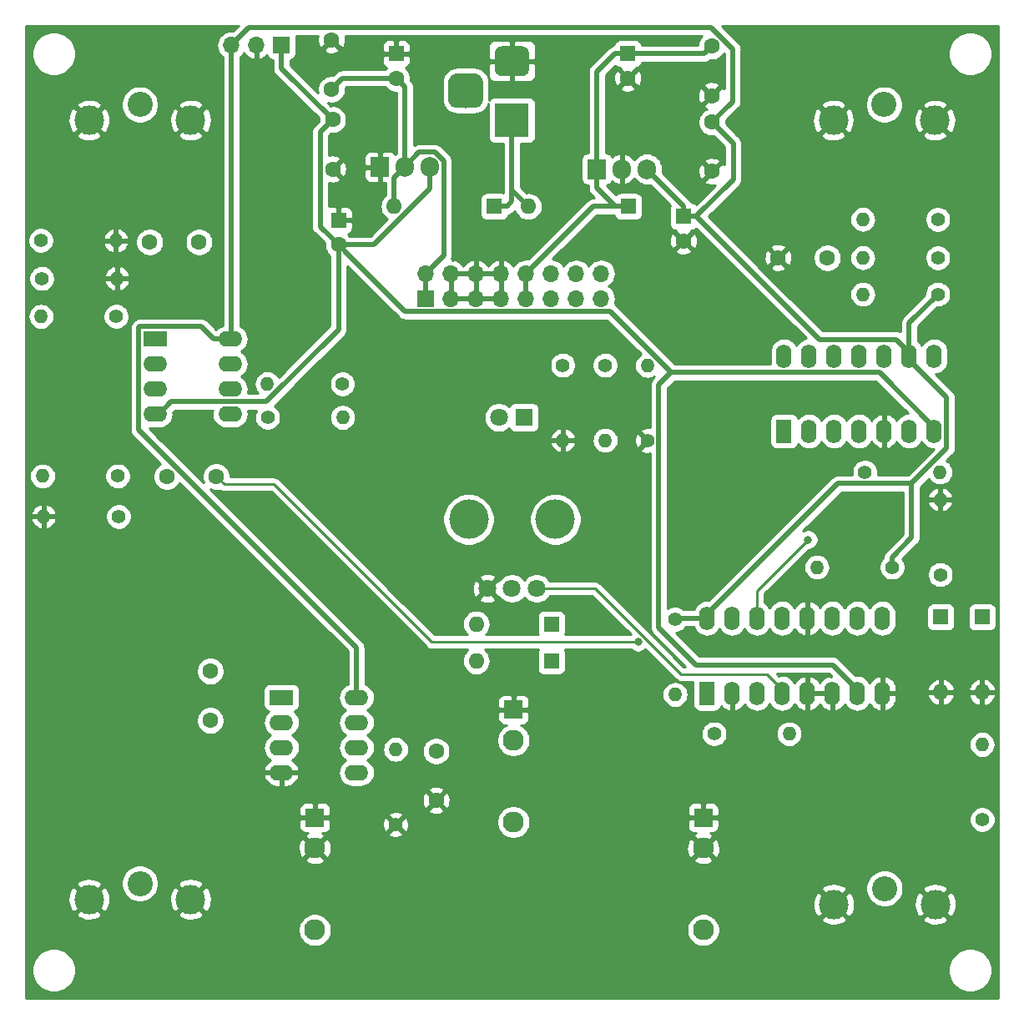
<source format=gbr>
G04 #@! TF.GenerationSoftware,KiCad,Pcbnew,(5.1.4-0-10_14)*
G04 #@! TF.CreationDate,2020-08-12T15:57:52+02:00*
G04 #@! TF.ProjectId,Sync-Ope-proto,53796e63-2d4f-4706-952d-70726f746f2e,0.2*
G04 #@! TF.SameCoordinates,Original*
G04 #@! TF.FileFunction,Copper,L2,Bot*
G04 #@! TF.FilePolarity,Positive*
%FSLAX46Y46*%
G04 Gerber Fmt 4.6, Leading zero omitted, Abs format (unit mm)*
G04 Created by KiCad (PCBNEW (5.1.4-0-10_14)) date 2020-08-12 15:57:52*
%MOMM*%
%LPD*%
G04 APERTURE LIST*
%ADD10C,1.400000*%
%ADD11O,1.400000X1.400000*%
%ADD12C,1.600000*%
%ADD13R,1.600000X1.600000*%
%ADD14R,1.800000X1.800000*%
%ADD15C,1.800000*%
%ADD16O,1.600000X1.600000*%
%ADD17C,3.000000*%
%ADD18C,2.550000*%
%ADD19R,1.700000X1.700000*%
%ADD20O,1.700000X1.700000*%
%ADD21C,2.130000*%
%ADD22R,1.930000X1.830000*%
%ADD23R,3.500000X3.500000*%
%ADD24C,0.100000*%
%ADD25C,3.500000*%
%ADD26C,4.000000*%
%ADD27R,2.400000X1.600000*%
%ADD28O,2.400000X1.600000*%
%ADD29R,1.600000X2.400000*%
%ADD30O,1.600000X2.400000*%
%ADD31O,1.905000X2.000000*%
%ADD32R,1.905000X2.000000*%
%ADD33C,0.800000*%
%ADD34C,0.250000*%
%ADD35C,0.500000*%
%ADD36C,0.254000*%
G04 APERTURE END LIST*
D10*
X170500000Y-122500000D03*
D11*
X178120000Y-122500000D03*
D12*
X118250000Y-72600000D03*
X113250000Y-72600000D03*
X115000000Y-96400000D03*
X120000000Y-96400000D03*
X119400000Y-121150000D03*
X119400000Y-116150000D03*
X142300000Y-124250000D03*
X142300000Y-129250000D03*
X182000000Y-74200000D03*
X177000000Y-74200000D03*
X170250000Y-57750000D03*
X170250000Y-52750000D03*
X170300000Y-60450000D03*
X170300000Y-65450000D03*
X131700000Y-57100000D03*
X131700000Y-52100000D03*
X131800000Y-65200000D03*
X131800000Y-60200000D03*
D13*
X167400000Y-70000000D03*
D12*
X167400000Y-72500000D03*
X132400000Y-72900000D03*
D13*
X132400000Y-70400000D03*
X161750000Y-53500000D03*
D12*
X161750000Y-56000000D03*
X138250000Y-56000000D03*
D13*
X138250000Y-53500000D03*
D14*
X151200000Y-90400000D03*
D15*
X148660000Y-90400000D03*
D16*
X146380000Y-111350000D03*
D13*
X154000000Y-111350000D03*
X154000000Y-115100000D03*
D16*
X146380000Y-115100000D03*
D13*
X161800000Y-69000000D03*
D16*
X151640000Y-69000000D03*
X138040000Y-69000000D03*
D13*
X148200000Y-69000000D03*
X197700000Y-110650000D03*
D16*
X197700000Y-118270000D03*
X193500000Y-118270000D03*
D13*
X193500000Y-110650000D03*
D17*
X107100000Y-60250000D03*
X117400000Y-60250000D03*
D18*
X112250000Y-58650000D03*
D19*
X141250000Y-78350000D03*
D20*
X141250000Y-75810000D03*
X143790000Y-78350000D03*
X143790000Y-75810000D03*
X146330000Y-78350000D03*
X146330000Y-75810000D03*
X148870000Y-78350000D03*
X148870000Y-75810000D03*
X151410000Y-78350000D03*
X151410000Y-75810000D03*
X153950000Y-78350000D03*
X153950000Y-75810000D03*
X156490000Y-78350000D03*
X156490000Y-75810000D03*
X159030000Y-78350000D03*
X159030000Y-75810000D03*
D21*
X130000000Y-134100000D03*
D22*
X130000000Y-131000000D03*
D21*
X130000000Y-142400000D03*
X169400000Y-134100000D03*
D22*
X169400000Y-131000000D03*
D21*
X169400000Y-142400000D03*
X150150000Y-131450000D03*
D22*
X150150000Y-120050000D03*
D21*
X150150000Y-123150000D03*
D18*
X187750000Y-58650000D03*
D17*
X192900000Y-60250000D03*
X182600000Y-60250000D03*
D23*
X150000000Y-60250000D03*
D24*
G36*
X151073513Y-52753611D02*
G01*
X151146318Y-52764411D01*
X151217714Y-52782295D01*
X151287013Y-52807090D01*
X151353548Y-52838559D01*
X151416678Y-52876398D01*
X151475795Y-52920242D01*
X151530330Y-52969670D01*
X151579758Y-53024205D01*
X151623602Y-53083322D01*
X151661441Y-53146452D01*
X151692910Y-53212987D01*
X151717705Y-53282286D01*
X151735589Y-53353682D01*
X151746389Y-53426487D01*
X151750000Y-53500000D01*
X151750000Y-55000000D01*
X151746389Y-55073513D01*
X151735589Y-55146318D01*
X151717705Y-55217714D01*
X151692910Y-55287013D01*
X151661441Y-55353548D01*
X151623602Y-55416678D01*
X151579758Y-55475795D01*
X151530330Y-55530330D01*
X151475795Y-55579758D01*
X151416678Y-55623602D01*
X151353548Y-55661441D01*
X151287013Y-55692910D01*
X151217714Y-55717705D01*
X151146318Y-55735589D01*
X151073513Y-55746389D01*
X151000000Y-55750000D01*
X149000000Y-55750000D01*
X148926487Y-55746389D01*
X148853682Y-55735589D01*
X148782286Y-55717705D01*
X148712987Y-55692910D01*
X148646452Y-55661441D01*
X148583322Y-55623602D01*
X148524205Y-55579758D01*
X148469670Y-55530330D01*
X148420242Y-55475795D01*
X148376398Y-55416678D01*
X148338559Y-55353548D01*
X148307090Y-55287013D01*
X148282295Y-55217714D01*
X148264411Y-55146318D01*
X148253611Y-55073513D01*
X148250000Y-55000000D01*
X148250000Y-53500000D01*
X148253611Y-53426487D01*
X148264411Y-53353682D01*
X148282295Y-53282286D01*
X148307090Y-53212987D01*
X148338559Y-53146452D01*
X148376398Y-53083322D01*
X148420242Y-53024205D01*
X148469670Y-52969670D01*
X148524205Y-52920242D01*
X148583322Y-52876398D01*
X148646452Y-52838559D01*
X148712987Y-52807090D01*
X148782286Y-52782295D01*
X148853682Y-52764411D01*
X148926487Y-52753611D01*
X149000000Y-52750000D01*
X151000000Y-52750000D01*
X151073513Y-52753611D01*
X151073513Y-52753611D01*
G37*
D17*
X150000000Y-54250000D03*
D24*
G36*
X146260765Y-55504213D02*
G01*
X146345704Y-55516813D01*
X146428999Y-55537677D01*
X146509848Y-55566605D01*
X146587472Y-55603319D01*
X146661124Y-55647464D01*
X146730094Y-55698616D01*
X146793718Y-55756282D01*
X146851384Y-55819906D01*
X146902536Y-55888876D01*
X146946681Y-55962528D01*
X146983395Y-56040152D01*
X147012323Y-56121001D01*
X147033187Y-56204296D01*
X147045787Y-56289235D01*
X147050000Y-56375000D01*
X147050000Y-58125000D01*
X147045787Y-58210765D01*
X147033187Y-58295704D01*
X147012323Y-58378999D01*
X146983395Y-58459848D01*
X146946681Y-58537472D01*
X146902536Y-58611124D01*
X146851384Y-58680094D01*
X146793718Y-58743718D01*
X146730094Y-58801384D01*
X146661124Y-58852536D01*
X146587472Y-58896681D01*
X146509848Y-58933395D01*
X146428999Y-58962323D01*
X146345704Y-58983187D01*
X146260765Y-58995787D01*
X146175000Y-59000000D01*
X144425000Y-59000000D01*
X144339235Y-58995787D01*
X144254296Y-58983187D01*
X144171001Y-58962323D01*
X144090152Y-58933395D01*
X144012528Y-58896681D01*
X143938876Y-58852536D01*
X143869906Y-58801384D01*
X143806282Y-58743718D01*
X143748616Y-58680094D01*
X143697464Y-58611124D01*
X143653319Y-58537472D01*
X143616605Y-58459848D01*
X143587677Y-58378999D01*
X143566813Y-58295704D01*
X143554213Y-58210765D01*
X143550000Y-58125000D01*
X143550000Y-56375000D01*
X143554213Y-56289235D01*
X143566813Y-56204296D01*
X143587677Y-56121001D01*
X143616605Y-56040152D01*
X143653319Y-55962528D01*
X143697464Y-55888876D01*
X143748616Y-55819906D01*
X143806282Y-55756282D01*
X143869906Y-55698616D01*
X143938876Y-55647464D01*
X144012528Y-55603319D01*
X144090152Y-55566605D01*
X144171001Y-55537677D01*
X144254296Y-55516813D01*
X144339235Y-55504213D01*
X144425000Y-55500000D01*
X146175000Y-55500000D01*
X146260765Y-55504213D01*
X146260765Y-55504213D01*
G37*
D25*
X145300000Y-57250000D03*
D19*
X126600000Y-52650000D03*
D20*
X124060000Y-52650000D03*
X121520000Y-52650000D03*
D18*
X187800000Y-138200000D03*
D17*
X192950000Y-139800000D03*
X182650000Y-139800000D03*
X107100000Y-139300000D03*
X117400000Y-139300000D03*
D18*
X112250000Y-137700000D03*
D11*
X109820000Y-72450000D03*
D10*
X102200000Y-72450000D03*
X102300000Y-76300000D03*
D11*
X109920000Y-76300000D03*
D10*
X109850000Y-80150000D03*
D11*
X102230000Y-80150000D03*
X155150000Y-92720000D03*
D10*
X155150000Y-85100000D03*
D11*
X125180000Y-87000000D03*
D10*
X132800000Y-87000000D03*
D11*
X102380000Y-96350000D03*
D10*
X110000000Y-96350000D03*
X125200000Y-90400000D03*
D11*
X132820000Y-90400000D03*
X138200000Y-124080000D03*
D10*
X138200000Y-131700000D03*
X110100000Y-100450000D03*
D11*
X102480000Y-100450000D03*
D10*
X159450000Y-85100000D03*
D11*
X159450000Y-92720000D03*
X193450000Y-98730000D03*
D10*
X193450000Y-106350000D03*
D11*
X197700000Y-123580000D03*
D10*
X197700000Y-131200000D03*
D11*
X180930000Y-105600000D03*
D10*
X188550000Y-105600000D03*
X185800000Y-95950000D03*
D11*
X193420000Y-95950000D03*
D10*
X166550000Y-110900000D03*
D11*
X166550000Y-118520000D03*
X185580000Y-74200000D03*
D10*
X193200000Y-74200000D03*
X163750000Y-92750000D03*
D11*
X163750000Y-85130000D03*
X185580000Y-77900000D03*
D10*
X193200000Y-77900000D03*
X193200000Y-70300000D03*
D11*
X185580000Y-70300000D03*
D15*
X147500000Y-107750000D03*
X150000000Y-107750000D03*
X152500000Y-107750000D03*
D26*
X145600000Y-100750000D03*
X154400000Y-100750000D03*
D27*
X113800000Y-82450000D03*
D28*
X121420000Y-90070000D03*
X113800000Y-84990000D03*
X121420000Y-87530000D03*
X113800000Y-87530000D03*
X121420000Y-84990000D03*
X113800000Y-90070000D03*
X121420000Y-82450000D03*
X134220000Y-118800000D03*
X126600000Y-126420000D03*
X134220000Y-121340000D03*
X126600000Y-123880000D03*
X134220000Y-123880000D03*
X126600000Y-121340000D03*
X134220000Y-126420000D03*
D27*
X126600000Y-118800000D03*
D29*
X177600000Y-91800000D03*
D30*
X192840000Y-84180000D03*
X180140000Y-91800000D03*
X190300000Y-84180000D03*
X182680000Y-91800000D03*
X187760000Y-84180000D03*
X185220000Y-91800000D03*
X185220000Y-84180000D03*
X187760000Y-91800000D03*
X182680000Y-84180000D03*
X190300000Y-91800000D03*
X180140000Y-84180000D03*
X192840000Y-91800000D03*
X177600000Y-84180000D03*
D31*
X163680000Y-65200000D03*
X161140000Y-65200000D03*
D32*
X158600000Y-65200000D03*
X136600000Y-65000000D03*
D31*
X139140000Y-65000000D03*
X141680000Y-65000000D03*
D29*
X169800000Y-118400000D03*
D30*
X187580000Y-110780000D03*
X172340000Y-118400000D03*
X185040000Y-110780000D03*
X174880000Y-118400000D03*
X182500000Y-110780000D03*
X177420000Y-118400000D03*
X179960000Y-110780000D03*
X179960000Y-118400000D03*
X177420000Y-110780000D03*
X182500000Y-118400000D03*
X174880000Y-110780000D03*
X185040000Y-118400000D03*
X172340000Y-110780000D03*
X187580000Y-118400000D03*
X169800000Y-110780000D03*
D33*
X162800000Y-113200000D03*
X180050000Y-102800000D03*
D34*
X120799999Y-97199999D02*
X125849999Y-97199999D01*
X120000000Y-96400000D02*
X120799999Y-97199999D01*
X141850000Y-113200000D02*
X162800000Y-113200000D01*
X125849999Y-97199999D02*
X141850000Y-113200000D01*
X174880000Y-107970000D02*
X174880000Y-110780000D01*
X180050000Y-102800000D02*
X174880000Y-107970000D01*
D35*
X158600000Y-66700000D02*
X158600000Y-65200000D01*
X158600000Y-67100000D02*
X158600000Y-66700000D01*
X160500000Y-69000000D02*
X158600000Y-67100000D01*
X161800000Y-69000000D02*
X160500000Y-69000000D01*
X160450000Y-53500000D02*
X161750000Y-53500000D01*
X158600000Y-55350000D02*
X160450000Y-53500000D01*
X158600000Y-65200000D02*
X158600000Y-55350000D01*
X169500000Y-53500000D02*
X170250000Y-52750000D01*
X161750000Y-53500000D02*
X169500000Y-53500000D01*
X158220000Y-69000000D02*
X151410000Y-75810000D01*
X161800000Y-69000000D02*
X158220000Y-69000000D01*
X151410000Y-75810000D02*
X151410000Y-78350000D01*
X167400000Y-68967500D02*
X167400000Y-70000000D01*
X163680000Y-65247500D02*
X167400000Y-68967500D01*
X163680000Y-65200000D02*
X163680000Y-65247500D01*
X172450000Y-66250000D02*
X168700000Y-70000000D01*
X172450000Y-62600000D02*
X172450000Y-66250000D01*
X170300000Y-60450000D02*
X172450000Y-62600000D01*
X170200001Y-50849999D02*
X123320001Y-50849999D01*
X123320001Y-50849999D02*
X122369999Y-51800001D01*
X172400000Y-53049998D02*
X170200001Y-50849999D01*
X172400000Y-58350000D02*
X172400000Y-53049998D01*
X122369999Y-51800001D02*
X121520000Y-52650000D01*
X170300000Y-60450000D02*
X172400000Y-58350000D01*
X121520000Y-82350000D02*
X121420000Y-82450000D01*
X121520000Y-52650000D02*
X121520000Y-82350000D01*
X119720000Y-82450000D02*
X121420000Y-82450000D01*
X118469999Y-81199999D02*
X119720000Y-82450000D01*
X112239999Y-81199999D02*
X118469999Y-81199999D01*
X112149999Y-81289999D02*
X112239999Y-81199999D01*
X112149999Y-91699997D02*
X112149999Y-81289999D01*
X134220000Y-113769998D02*
X112149999Y-91699997D01*
X134220000Y-118800000D02*
X134220000Y-113769998D01*
X181180000Y-82480000D02*
X168700000Y-70000000D01*
X189000000Y-82480000D02*
X181180000Y-82480000D01*
X190300000Y-83780000D02*
X189000000Y-82480000D01*
X190300000Y-84180000D02*
X190300000Y-83780000D01*
X168700000Y-70000000D02*
X167400000Y-70000000D01*
X183079999Y-97100001D02*
X190549999Y-97100001D01*
X169800000Y-110380000D02*
X183079999Y-97100001D01*
X169800000Y-110780000D02*
X169800000Y-110380000D01*
X190300000Y-84580000D02*
X190300000Y-84180000D01*
X194090010Y-88370010D02*
X190300000Y-84580000D01*
X194090010Y-93559990D02*
X194090010Y-88370010D01*
X190549999Y-97100001D02*
X194090010Y-93559990D01*
X188550000Y-104610051D02*
X190549999Y-102610052D01*
X190549999Y-102610052D02*
X190549999Y-97100001D01*
X188550000Y-105600000D02*
X188550000Y-104610051D01*
X190300000Y-80800000D02*
X193200000Y-77900000D01*
X190300000Y-84180000D02*
X190300000Y-80800000D01*
X166670000Y-110780000D02*
X166550000Y-110900000D01*
X169800000Y-110780000D02*
X166670000Y-110780000D01*
X138040000Y-66100000D02*
X139140000Y-65000000D01*
X138040000Y-69000000D02*
X138040000Y-66100000D01*
X139140000Y-56890000D02*
X138250000Y-56000000D01*
X139140000Y-65000000D02*
X139140000Y-56890000D01*
X132800000Y-56000000D02*
X131700000Y-57100000D01*
X138250000Y-56000000D02*
X132800000Y-56000000D01*
X143082510Y-64371562D02*
X143082510Y-73977490D01*
X142099999Y-74960001D02*
X141250000Y-75810000D01*
X143082510Y-73977490D02*
X142099999Y-74960001D01*
X142210948Y-63500000D02*
X143082510Y-64371562D01*
X140592500Y-63500000D02*
X142210948Y-63500000D01*
X139140000Y-64952500D02*
X140592500Y-63500000D01*
X139140000Y-65000000D02*
X139140000Y-64952500D01*
X141250000Y-75810000D02*
X141250000Y-78350000D01*
X133531370Y-72900000D02*
X132400000Y-72900000D01*
X135990002Y-72900000D02*
X133531370Y-72900000D01*
X141680000Y-67210002D02*
X135990002Y-72900000D01*
X141680000Y-65000000D02*
X141680000Y-67210002D01*
X130549999Y-61450001D02*
X131000001Y-60999999D01*
X130549999Y-71049999D02*
X130549999Y-61450001D01*
X131000001Y-60999999D02*
X131800000Y-60200000D01*
X132400000Y-72900000D02*
X130549999Y-71049999D01*
X126600000Y-55000000D02*
X126600000Y-52650000D01*
X131800000Y-60200000D02*
X126600000Y-55000000D01*
X132400000Y-74031370D02*
X132400000Y-72900000D01*
X125062012Y-88819990D02*
X132400000Y-81482002D01*
X132400000Y-81482002D02*
X132400000Y-74031370D01*
X115450010Y-88819990D02*
X125062012Y-88819990D01*
X114200000Y-90070000D02*
X115450010Y-88819990D01*
X113800000Y-90070000D02*
X114200000Y-90070000D01*
X133199999Y-73699999D02*
X132400000Y-72900000D01*
X139150001Y-79650001D02*
X133199999Y-73699999D01*
X159972003Y-79650001D02*
X139150001Y-79650001D01*
X166152012Y-85830010D02*
X159972003Y-79650001D01*
X187270010Y-85830010D02*
X166152012Y-85830010D01*
X192840000Y-91400000D02*
X187270010Y-85830010D01*
X192840000Y-91800000D02*
X192840000Y-91400000D01*
X192840000Y-92200000D02*
X192840000Y-91800000D01*
X185040000Y-118000000D02*
X182540000Y-115500000D01*
X185040000Y-118400000D02*
X185040000Y-118000000D01*
X182540000Y-115500000D02*
X168650000Y-115500000D01*
X164900001Y-87082021D02*
X166152012Y-85830010D01*
X164900001Y-111750001D02*
X164900001Y-87082021D01*
X168650000Y-115500000D02*
X164900001Y-111750001D01*
D34*
X158423002Y-107750000D02*
X152500000Y-107750000D01*
X175870000Y-116450000D02*
X167123002Y-116450000D01*
X167123002Y-116450000D02*
X158423002Y-107750000D01*
X177420000Y-118000000D02*
X175870000Y-116450000D01*
X177420000Y-118400000D02*
X177420000Y-118000000D01*
D35*
X150000000Y-67360000D02*
X151640000Y-69000000D01*
X150000000Y-60250000D02*
X150000000Y-67360000D01*
X150000000Y-68500000D02*
X150000000Y-67360000D01*
X149500000Y-69000000D02*
X150000000Y-68500000D01*
X148200000Y-69000000D02*
X149500000Y-69000000D01*
D36*
G36*
X121774957Y-51143465D02*
G01*
X121774952Y-51143469D01*
X121739033Y-51179388D01*
X121592950Y-51165000D01*
X121447050Y-51165000D01*
X121228889Y-51186487D01*
X120948966Y-51271401D01*
X120690986Y-51409294D01*
X120464866Y-51594866D01*
X120279294Y-51820986D01*
X120141401Y-52078966D01*
X120056487Y-52358889D01*
X120027815Y-52650000D01*
X120056487Y-52941111D01*
X120141401Y-53221034D01*
X120279294Y-53479014D01*
X120464866Y-53705134D01*
X120635000Y-53844759D01*
X120635001Y-81067218D01*
X120468192Y-81117818D01*
X120218899Y-81251068D01*
X120000392Y-81430392D01*
X119978566Y-81456987D01*
X119126533Y-80604955D01*
X119098816Y-80571182D01*
X118964058Y-80460588D01*
X118810312Y-80378410D01*
X118643489Y-80327804D01*
X118513476Y-80314999D01*
X118513468Y-80314999D01*
X118469999Y-80310718D01*
X118426530Y-80314999D01*
X112283464Y-80314999D01*
X112239998Y-80310718D01*
X112196532Y-80314999D01*
X112196522Y-80314999D01*
X112066509Y-80327804D01*
X111899686Y-80378410D01*
X111745940Y-80460588D01*
X111611182Y-80571182D01*
X111583465Y-80604955D01*
X111554951Y-80633469D01*
X111521183Y-80661182D01*
X111493470Y-80694950D01*
X111493467Y-80694953D01*
X111410589Y-80795940D01*
X111328411Y-80949686D01*
X111277804Y-81116509D01*
X111260718Y-81289999D01*
X111265000Y-81333478D01*
X111264999Y-91656528D01*
X111260718Y-91699997D01*
X111264999Y-91743466D01*
X111264999Y-91743473D01*
X111267754Y-91771445D01*
X111277804Y-91873487D01*
X111291107Y-91917340D01*
X111328410Y-92040309D01*
X111410588Y-92194055D01*
X111521182Y-92328814D01*
X111554955Y-92356531D01*
X114324849Y-95126425D01*
X114320273Y-95128320D01*
X114085241Y-95285363D01*
X113885363Y-95485241D01*
X113728320Y-95720273D01*
X113620147Y-95981426D01*
X113565000Y-96258665D01*
X113565000Y-96541335D01*
X113620147Y-96818574D01*
X113728320Y-97079727D01*
X113885363Y-97314759D01*
X114085241Y-97514637D01*
X114320273Y-97671680D01*
X114581426Y-97779853D01*
X114858665Y-97835000D01*
X115141335Y-97835000D01*
X115418574Y-97779853D01*
X115679727Y-97671680D01*
X115914759Y-97514637D01*
X116114637Y-97314759D01*
X116271680Y-97079727D01*
X116273575Y-97075151D01*
X133335001Y-114136578D01*
X133335000Y-117447552D01*
X133268192Y-117467818D01*
X133018899Y-117601068D01*
X132800392Y-117780392D01*
X132621068Y-117998899D01*
X132487818Y-118248192D01*
X132405764Y-118518691D01*
X132378057Y-118800000D01*
X132405764Y-119081309D01*
X132487818Y-119351808D01*
X132621068Y-119601101D01*
X132800392Y-119819608D01*
X133018899Y-119998932D01*
X133151858Y-120070000D01*
X133018899Y-120141068D01*
X132800392Y-120320392D01*
X132621068Y-120538899D01*
X132487818Y-120788192D01*
X132405764Y-121058691D01*
X132378057Y-121340000D01*
X132405764Y-121621309D01*
X132487818Y-121891808D01*
X132621068Y-122141101D01*
X132800392Y-122359608D01*
X133018899Y-122538932D01*
X133151858Y-122610000D01*
X133018899Y-122681068D01*
X132800392Y-122860392D01*
X132621068Y-123078899D01*
X132487818Y-123328192D01*
X132405764Y-123598691D01*
X132378057Y-123880000D01*
X132405764Y-124161309D01*
X132487818Y-124431808D01*
X132621068Y-124681101D01*
X132800392Y-124899608D01*
X133018899Y-125078932D01*
X133151858Y-125150000D01*
X133018899Y-125221068D01*
X132800392Y-125400392D01*
X132621068Y-125618899D01*
X132487818Y-125868192D01*
X132405764Y-126138691D01*
X132378057Y-126420000D01*
X132405764Y-126701309D01*
X132487818Y-126971808D01*
X132621068Y-127221101D01*
X132800392Y-127439608D01*
X133018899Y-127618932D01*
X133268192Y-127752182D01*
X133538691Y-127834236D01*
X133749508Y-127855000D01*
X134690492Y-127855000D01*
X134901309Y-127834236D01*
X135171808Y-127752182D01*
X135421101Y-127618932D01*
X135639608Y-127439608D01*
X135818932Y-127221101D01*
X135952182Y-126971808D01*
X136034236Y-126701309D01*
X136061943Y-126420000D01*
X136034236Y-126138691D01*
X135952182Y-125868192D01*
X135818932Y-125618899D01*
X135639608Y-125400392D01*
X135421101Y-125221068D01*
X135288142Y-125150000D01*
X135421101Y-125078932D01*
X135639608Y-124899608D01*
X135818932Y-124681101D01*
X135952182Y-124431808D01*
X136034236Y-124161309D01*
X136042244Y-124080000D01*
X136858541Y-124080000D01*
X136884317Y-124341706D01*
X136960653Y-124593354D01*
X137084618Y-124825275D01*
X137251445Y-125028555D01*
X137454725Y-125195382D01*
X137686646Y-125319347D01*
X137938294Y-125395683D01*
X138134421Y-125415000D01*
X138265579Y-125415000D01*
X138461706Y-125395683D01*
X138713354Y-125319347D01*
X138945275Y-125195382D01*
X139148555Y-125028555D01*
X139315382Y-124825275D01*
X139439347Y-124593354D01*
X139515683Y-124341706D01*
X139538635Y-124108665D01*
X140865000Y-124108665D01*
X140865000Y-124391335D01*
X140920147Y-124668574D01*
X141028320Y-124929727D01*
X141185363Y-125164759D01*
X141385241Y-125364637D01*
X141620273Y-125521680D01*
X141881426Y-125629853D01*
X142158665Y-125685000D01*
X142441335Y-125685000D01*
X142718574Y-125629853D01*
X142979727Y-125521680D01*
X143214759Y-125364637D01*
X143414637Y-125164759D01*
X143571680Y-124929727D01*
X143679853Y-124668574D01*
X143735000Y-124391335D01*
X143735000Y-124108665D01*
X143679853Y-123831426D01*
X143571680Y-123570273D01*
X143414637Y-123335241D01*
X143214759Y-123135363D01*
X142986081Y-122982565D01*
X148450000Y-122982565D01*
X148450000Y-123317435D01*
X148515330Y-123645872D01*
X148643479Y-123955252D01*
X148829523Y-124233687D01*
X149066313Y-124470477D01*
X149344748Y-124656521D01*
X149654128Y-124784670D01*
X149982565Y-124850000D01*
X150317435Y-124850000D01*
X150645872Y-124784670D01*
X150955252Y-124656521D01*
X151233687Y-124470477D01*
X151470477Y-124233687D01*
X151656521Y-123955252D01*
X151784670Y-123645872D01*
X151850000Y-123317435D01*
X151850000Y-122982565D01*
X151784670Y-122654128D01*
X151666366Y-122368514D01*
X169165000Y-122368514D01*
X169165000Y-122631486D01*
X169216304Y-122889405D01*
X169316939Y-123132359D01*
X169463038Y-123351013D01*
X169648987Y-123536962D01*
X169867641Y-123683061D01*
X170110595Y-123783696D01*
X170368514Y-123835000D01*
X170631486Y-123835000D01*
X170889405Y-123783696D01*
X171132359Y-123683061D01*
X171351013Y-123536962D01*
X171536962Y-123351013D01*
X171683061Y-123132359D01*
X171783696Y-122889405D01*
X171835000Y-122631486D01*
X171835000Y-122500000D01*
X176778541Y-122500000D01*
X176804317Y-122761706D01*
X176880653Y-123013354D01*
X177004618Y-123245275D01*
X177171445Y-123448555D01*
X177374725Y-123615382D01*
X177606646Y-123739347D01*
X177858294Y-123815683D01*
X178054421Y-123835000D01*
X178185579Y-123835000D01*
X178381706Y-123815683D01*
X178633354Y-123739347D01*
X178865275Y-123615382D01*
X178908388Y-123580000D01*
X196358541Y-123580000D01*
X196384317Y-123841706D01*
X196460653Y-124093354D01*
X196584618Y-124325275D01*
X196751445Y-124528555D01*
X196954725Y-124695382D01*
X197186646Y-124819347D01*
X197438294Y-124895683D01*
X197634421Y-124915000D01*
X197765579Y-124915000D01*
X197961706Y-124895683D01*
X198213354Y-124819347D01*
X198445275Y-124695382D01*
X198648555Y-124528555D01*
X198815382Y-124325275D01*
X198939347Y-124093354D01*
X199015683Y-123841706D01*
X199041459Y-123580000D01*
X199015683Y-123318294D01*
X198939347Y-123066646D01*
X198815382Y-122834725D01*
X198648555Y-122631445D01*
X198445275Y-122464618D01*
X198213354Y-122340653D01*
X197961706Y-122264317D01*
X197765579Y-122245000D01*
X197634421Y-122245000D01*
X197438294Y-122264317D01*
X197186646Y-122340653D01*
X196954725Y-122464618D01*
X196751445Y-122631445D01*
X196584618Y-122834725D01*
X196460653Y-123066646D01*
X196384317Y-123318294D01*
X196358541Y-123580000D01*
X178908388Y-123580000D01*
X179068555Y-123448555D01*
X179235382Y-123245275D01*
X179359347Y-123013354D01*
X179435683Y-122761706D01*
X179461459Y-122500000D01*
X179435683Y-122238294D01*
X179359347Y-121986646D01*
X179235382Y-121754725D01*
X179068555Y-121551445D01*
X178865275Y-121384618D01*
X178633354Y-121260653D01*
X178381706Y-121184317D01*
X178185579Y-121165000D01*
X178054421Y-121165000D01*
X177858294Y-121184317D01*
X177606646Y-121260653D01*
X177374725Y-121384618D01*
X177171445Y-121551445D01*
X177004618Y-121754725D01*
X176880653Y-121986646D01*
X176804317Y-122238294D01*
X176778541Y-122500000D01*
X171835000Y-122500000D01*
X171835000Y-122368514D01*
X171783696Y-122110595D01*
X171683061Y-121867641D01*
X171536962Y-121648987D01*
X171351013Y-121463038D01*
X171132359Y-121316939D01*
X170889405Y-121216304D01*
X170631486Y-121165000D01*
X170368514Y-121165000D01*
X170110595Y-121216304D01*
X169867641Y-121316939D01*
X169648987Y-121463038D01*
X169463038Y-121648987D01*
X169316939Y-121867641D01*
X169216304Y-122110595D01*
X169165000Y-122368514D01*
X151666366Y-122368514D01*
X151656521Y-122344748D01*
X151470477Y-122066313D01*
X151233687Y-121829523D01*
X150955252Y-121643479D01*
X150854860Y-121601895D01*
X151115000Y-121603072D01*
X151239482Y-121590812D01*
X151359180Y-121554502D01*
X151469494Y-121495537D01*
X151566185Y-121416185D01*
X151645537Y-121319494D01*
X151704502Y-121209180D01*
X151740812Y-121089482D01*
X151753072Y-120965000D01*
X151750000Y-120335750D01*
X151591250Y-120177000D01*
X150277000Y-120177000D01*
X150277000Y-120197000D01*
X150023000Y-120197000D01*
X150023000Y-120177000D01*
X148708750Y-120177000D01*
X148550000Y-120335750D01*
X148546928Y-120965000D01*
X148559188Y-121089482D01*
X148595498Y-121209180D01*
X148654463Y-121319494D01*
X148733815Y-121416185D01*
X148830506Y-121495537D01*
X148940820Y-121554502D01*
X149060518Y-121590812D01*
X149185000Y-121603072D01*
X149445140Y-121601895D01*
X149344748Y-121643479D01*
X149066313Y-121829523D01*
X148829523Y-122066313D01*
X148643479Y-122344748D01*
X148515330Y-122654128D01*
X148450000Y-122982565D01*
X142986081Y-122982565D01*
X142979727Y-122978320D01*
X142718574Y-122870147D01*
X142441335Y-122815000D01*
X142158665Y-122815000D01*
X141881426Y-122870147D01*
X141620273Y-122978320D01*
X141385241Y-123135363D01*
X141185363Y-123335241D01*
X141028320Y-123570273D01*
X140920147Y-123831426D01*
X140865000Y-124108665D01*
X139538635Y-124108665D01*
X139541459Y-124080000D01*
X139515683Y-123818294D01*
X139439347Y-123566646D01*
X139315382Y-123334725D01*
X139148555Y-123131445D01*
X138945275Y-122964618D01*
X138713354Y-122840653D01*
X138461706Y-122764317D01*
X138265579Y-122745000D01*
X138134421Y-122745000D01*
X137938294Y-122764317D01*
X137686646Y-122840653D01*
X137454725Y-122964618D01*
X137251445Y-123131445D01*
X137084618Y-123334725D01*
X136960653Y-123566646D01*
X136884317Y-123818294D01*
X136858541Y-124080000D01*
X136042244Y-124080000D01*
X136061943Y-123880000D01*
X136034236Y-123598691D01*
X135952182Y-123328192D01*
X135818932Y-123078899D01*
X135639608Y-122860392D01*
X135421101Y-122681068D01*
X135288142Y-122610000D01*
X135421101Y-122538932D01*
X135639608Y-122359608D01*
X135818932Y-122141101D01*
X135952182Y-121891808D01*
X136034236Y-121621309D01*
X136061943Y-121340000D01*
X136034236Y-121058691D01*
X135952182Y-120788192D01*
X135818932Y-120538899D01*
X135639608Y-120320392D01*
X135421101Y-120141068D01*
X135288142Y-120070000D01*
X135421101Y-119998932D01*
X135639608Y-119819608D01*
X135818932Y-119601101D01*
X135952182Y-119351808D01*
X136017949Y-119135000D01*
X148546928Y-119135000D01*
X148550000Y-119764250D01*
X148708750Y-119923000D01*
X150023000Y-119923000D01*
X150023000Y-118658750D01*
X150277000Y-118658750D01*
X150277000Y-119923000D01*
X151591250Y-119923000D01*
X151750000Y-119764250D01*
X151753072Y-119135000D01*
X151740812Y-119010518D01*
X151704502Y-118890820D01*
X151645537Y-118780506D01*
X151566185Y-118683815D01*
X151469494Y-118604463D01*
X151359180Y-118545498D01*
X151275125Y-118520000D01*
X165208541Y-118520000D01*
X165234317Y-118781706D01*
X165310653Y-119033354D01*
X165434618Y-119265275D01*
X165601445Y-119468555D01*
X165804725Y-119635382D01*
X166036646Y-119759347D01*
X166288294Y-119835683D01*
X166484421Y-119855000D01*
X166615579Y-119855000D01*
X166811706Y-119835683D01*
X167063354Y-119759347D01*
X167295275Y-119635382D01*
X167498555Y-119468555D01*
X167665382Y-119265275D01*
X167789347Y-119033354D01*
X167865683Y-118781706D01*
X167891459Y-118520000D01*
X167865683Y-118258294D01*
X167789347Y-118006646D01*
X167665382Y-117774725D01*
X167498555Y-117571445D01*
X167295275Y-117404618D01*
X167063354Y-117280653D01*
X166811706Y-117204317D01*
X166615579Y-117185000D01*
X166484421Y-117185000D01*
X166288294Y-117204317D01*
X166036646Y-117280653D01*
X165804725Y-117404618D01*
X165601445Y-117571445D01*
X165434618Y-117774725D01*
X165310653Y-118006646D01*
X165234317Y-118258294D01*
X165208541Y-118520000D01*
X151275125Y-118520000D01*
X151239482Y-118509188D01*
X151115000Y-118496928D01*
X150435750Y-118500000D01*
X150277000Y-118658750D01*
X150023000Y-118658750D01*
X149864250Y-118500000D01*
X149185000Y-118496928D01*
X149060518Y-118509188D01*
X148940820Y-118545498D01*
X148830506Y-118604463D01*
X148733815Y-118683815D01*
X148654463Y-118780506D01*
X148595498Y-118890820D01*
X148559188Y-119010518D01*
X148546928Y-119135000D01*
X136017949Y-119135000D01*
X136034236Y-119081309D01*
X136061943Y-118800000D01*
X136034236Y-118518691D01*
X135952182Y-118248192D01*
X135818932Y-117998899D01*
X135639608Y-117780392D01*
X135421101Y-117601068D01*
X135171808Y-117467818D01*
X135105000Y-117447552D01*
X135105000Y-113813467D01*
X135109281Y-113769998D01*
X135105000Y-113726529D01*
X135105000Y-113726521D01*
X135092195Y-113596508D01*
X135041589Y-113429685D01*
X134959411Y-113275939D01*
X134848817Y-113141181D01*
X134815049Y-113113468D01*
X119410728Y-97709148D01*
X119581426Y-97779853D01*
X119858665Y-97835000D01*
X120141335Y-97835000D01*
X120330022Y-97797467D01*
X120359684Y-97821810D01*
X120375723Y-97834973D01*
X120507752Y-97905545D01*
X120651013Y-97949002D01*
X120762666Y-97959999D01*
X120762675Y-97959999D01*
X120799998Y-97963675D01*
X120837321Y-97959999D01*
X125535198Y-97959999D01*
X141286205Y-113711008D01*
X141309999Y-113740001D01*
X141338992Y-113763795D01*
X141338996Y-113763799D01*
X141346550Y-113769998D01*
X141425724Y-113834974D01*
X141557753Y-113905546D01*
X141701014Y-113949003D01*
X141812667Y-113960000D01*
X141812676Y-113960000D01*
X141849999Y-113963676D01*
X141887322Y-113960000D01*
X145507090Y-113960000D01*
X145360392Y-114080392D01*
X145181068Y-114298899D01*
X145047818Y-114548192D01*
X144965764Y-114818691D01*
X144938057Y-115100000D01*
X144965764Y-115381309D01*
X145047818Y-115651808D01*
X145181068Y-115901101D01*
X145360392Y-116119608D01*
X145578899Y-116298932D01*
X145828192Y-116432182D01*
X146098691Y-116514236D01*
X146309508Y-116535000D01*
X146450492Y-116535000D01*
X146661309Y-116514236D01*
X146931808Y-116432182D01*
X147181101Y-116298932D01*
X147399608Y-116119608D01*
X147578932Y-115901101D01*
X147712182Y-115651808D01*
X147794236Y-115381309D01*
X147821943Y-115100000D01*
X147794236Y-114818691D01*
X147712182Y-114548192D01*
X147578932Y-114298899D01*
X147399608Y-114080392D01*
X147252910Y-113960000D01*
X152661716Y-113960000D01*
X152610498Y-114055820D01*
X152574188Y-114175518D01*
X152561928Y-114300000D01*
X152561928Y-115900000D01*
X152574188Y-116024482D01*
X152610498Y-116144180D01*
X152669463Y-116254494D01*
X152748815Y-116351185D01*
X152845506Y-116430537D01*
X152955820Y-116489502D01*
X153075518Y-116525812D01*
X153200000Y-116538072D01*
X154800000Y-116538072D01*
X154924482Y-116525812D01*
X155044180Y-116489502D01*
X155154494Y-116430537D01*
X155251185Y-116351185D01*
X155330537Y-116254494D01*
X155389502Y-116144180D01*
X155425812Y-116024482D01*
X155438072Y-115900000D01*
X155438072Y-114300000D01*
X155425812Y-114175518D01*
X155389502Y-114055820D01*
X155338284Y-113960000D01*
X162096289Y-113960000D01*
X162140226Y-114003937D01*
X162309744Y-114117205D01*
X162498102Y-114195226D01*
X162698061Y-114235000D01*
X162901939Y-114235000D01*
X163101898Y-114195226D01*
X163290256Y-114117205D01*
X163459774Y-114003937D01*
X163530956Y-113932755D01*
X166559202Y-116961002D01*
X166583001Y-116990001D01*
X166611999Y-117013799D01*
X166698725Y-117084974D01*
X166778856Y-117127805D01*
X166830755Y-117155546D01*
X166974016Y-117199003D01*
X167085669Y-117210000D01*
X167085679Y-117210000D01*
X167123002Y-117213676D01*
X167160324Y-117210000D01*
X168361928Y-117210000D01*
X168361928Y-119600000D01*
X168374188Y-119724482D01*
X168410498Y-119844180D01*
X168469463Y-119954494D01*
X168548815Y-120051185D01*
X168645506Y-120130537D01*
X168755820Y-120189502D01*
X168875518Y-120225812D01*
X169000000Y-120238072D01*
X170600000Y-120238072D01*
X170724482Y-120225812D01*
X170844180Y-120189502D01*
X170954494Y-120130537D01*
X171051185Y-120051185D01*
X171130537Y-119954494D01*
X171189502Y-119844180D01*
X171225812Y-119724482D01*
X171226981Y-119712613D01*
X171415105Y-119904500D01*
X171648354Y-120063715D01*
X171908182Y-120174367D01*
X171990961Y-120191904D01*
X172213000Y-120069915D01*
X172213000Y-118527000D01*
X172193000Y-118527000D01*
X172193000Y-118273000D01*
X172213000Y-118273000D01*
X172213000Y-118253000D01*
X172467000Y-118253000D01*
X172467000Y-118273000D01*
X172487000Y-118273000D01*
X172487000Y-118527000D01*
X172467000Y-118527000D01*
X172467000Y-120069915D01*
X172689039Y-120191904D01*
X172771818Y-120174367D01*
X173031646Y-120063715D01*
X173264895Y-119904500D01*
X173462601Y-119702839D01*
X173612735Y-119473259D01*
X173681068Y-119601101D01*
X173860393Y-119819608D01*
X174078900Y-119998932D01*
X174328193Y-120132182D01*
X174598692Y-120214236D01*
X174880000Y-120241943D01*
X175161309Y-120214236D01*
X175431808Y-120132182D01*
X175681101Y-119998932D01*
X175899608Y-119819608D01*
X176078932Y-119601101D01*
X176150000Y-119468142D01*
X176221068Y-119601101D01*
X176400393Y-119819608D01*
X176618900Y-119998932D01*
X176868193Y-120132182D01*
X177138692Y-120214236D01*
X177420000Y-120241943D01*
X177701309Y-120214236D01*
X177971808Y-120132182D01*
X178221101Y-119998932D01*
X178439608Y-119819608D01*
X178618932Y-119601101D01*
X178687265Y-119473259D01*
X178837399Y-119702839D01*
X179035105Y-119904500D01*
X179268354Y-120063715D01*
X179528182Y-120174367D01*
X179610961Y-120191904D01*
X179833000Y-120069915D01*
X179833000Y-118527000D01*
X180087000Y-118527000D01*
X180087000Y-120069915D01*
X180309039Y-120191904D01*
X180391818Y-120174367D01*
X180651646Y-120063715D01*
X180884895Y-119904500D01*
X181082601Y-119702839D01*
X181230000Y-119477441D01*
X181377399Y-119702839D01*
X181575105Y-119904500D01*
X181808354Y-120063715D01*
X182068182Y-120174367D01*
X182150961Y-120191904D01*
X182373000Y-120069915D01*
X182373000Y-118527000D01*
X180087000Y-118527000D01*
X179833000Y-118527000D01*
X179813000Y-118527000D01*
X179813000Y-118273000D01*
X179833000Y-118273000D01*
X179833000Y-116730085D01*
X179610961Y-116608096D01*
X179528182Y-116625633D01*
X179268354Y-116736285D01*
X179035105Y-116895500D01*
X178837399Y-117097161D01*
X178687265Y-117326741D01*
X178618932Y-117198899D01*
X178439607Y-116980392D01*
X178221100Y-116801068D01*
X177971807Y-116667818D01*
X177701308Y-116585764D01*
X177420000Y-116558057D01*
X177138691Y-116585764D01*
X177094094Y-116599292D01*
X176879801Y-116385000D01*
X182173422Y-116385000D01*
X182372998Y-116584576D01*
X182372998Y-116730084D01*
X182150961Y-116608096D01*
X182068182Y-116625633D01*
X181808354Y-116736285D01*
X181575105Y-116895500D01*
X181377399Y-117097161D01*
X181230000Y-117322559D01*
X181082601Y-117097161D01*
X180884895Y-116895500D01*
X180651646Y-116736285D01*
X180391818Y-116625633D01*
X180309039Y-116608096D01*
X180087000Y-116730085D01*
X180087000Y-118273000D01*
X182373000Y-118273000D01*
X182373000Y-118253000D01*
X182627000Y-118253000D01*
X182627000Y-118273000D01*
X182647000Y-118273000D01*
X182647000Y-118527000D01*
X182627000Y-118527000D01*
X182627000Y-120069915D01*
X182849039Y-120191904D01*
X182931818Y-120174367D01*
X183191646Y-120063715D01*
X183424895Y-119904500D01*
X183622601Y-119702839D01*
X183772735Y-119473259D01*
X183841068Y-119601101D01*
X184020393Y-119819608D01*
X184238900Y-119998932D01*
X184488193Y-120132182D01*
X184758692Y-120214236D01*
X185040000Y-120241943D01*
X185321309Y-120214236D01*
X185591808Y-120132182D01*
X185841101Y-119998932D01*
X186059608Y-119819608D01*
X186238932Y-119601101D01*
X186307265Y-119473259D01*
X186457399Y-119702839D01*
X186655105Y-119904500D01*
X186888354Y-120063715D01*
X187148182Y-120174367D01*
X187230961Y-120191904D01*
X187453000Y-120069915D01*
X187453000Y-118527000D01*
X187707000Y-118527000D01*
X187707000Y-120069915D01*
X187929039Y-120191904D01*
X188011818Y-120174367D01*
X188271646Y-120063715D01*
X188504895Y-119904500D01*
X188702601Y-119702839D01*
X188857166Y-119466483D01*
X188962650Y-119204514D01*
X189015000Y-118927000D01*
X189015000Y-118619040D01*
X192108091Y-118619040D01*
X192202930Y-118883881D01*
X192347615Y-119125131D01*
X192536586Y-119333519D01*
X192762580Y-119501037D01*
X193016913Y-119621246D01*
X193150961Y-119661904D01*
X193373000Y-119539915D01*
X193373000Y-118397000D01*
X193627000Y-118397000D01*
X193627000Y-119539915D01*
X193849039Y-119661904D01*
X193983087Y-119621246D01*
X194237420Y-119501037D01*
X194463414Y-119333519D01*
X194652385Y-119125131D01*
X194797070Y-118883881D01*
X194891909Y-118619040D01*
X196308091Y-118619040D01*
X196402930Y-118883881D01*
X196547615Y-119125131D01*
X196736586Y-119333519D01*
X196962580Y-119501037D01*
X197216913Y-119621246D01*
X197350961Y-119661904D01*
X197573000Y-119539915D01*
X197573000Y-118397000D01*
X197827000Y-118397000D01*
X197827000Y-119539915D01*
X198049039Y-119661904D01*
X198183087Y-119621246D01*
X198437420Y-119501037D01*
X198663414Y-119333519D01*
X198852385Y-119125131D01*
X198997070Y-118883881D01*
X199091909Y-118619040D01*
X198970624Y-118397000D01*
X197827000Y-118397000D01*
X197573000Y-118397000D01*
X196429376Y-118397000D01*
X196308091Y-118619040D01*
X194891909Y-118619040D01*
X194770624Y-118397000D01*
X193627000Y-118397000D01*
X193373000Y-118397000D01*
X192229376Y-118397000D01*
X192108091Y-118619040D01*
X189015000Y-118619040D01*
X189015000Y-118527000D01*
X187707000Y-118527000D01*
X187453000Y-118527000D01*
X187433000Y-118527000D01*
X187433000Y-118273000D01*
X187453000Y-118273000D01*
X187453000Y-116730085D01*
X187707000Y-116730085D01*
X187707000Y-118273000D01*
X189015000Y-118273000D01*
X189015000Y-117920960D01*
X192108091Y-117920960D01*
X192229376Y-118143000D01*
X193373000Y-118143000D01*
X193373000Y-117000085D01*
X193627000Y-117000085D01*
X193627000Y-118143000D01*
X194770624Y-118143000D01*
X194891909Y-117920960D01*
X196308091Y-117920960D01*
X196429376Y-118143000D01*
X197573000Y-118143000D01*
X197573000Y-117000085D01*
X197827000Y-117000085D01*
X197827000Y-118143000D01*
X198970624Y-118143000D01*
X199091909Y-117920960D01*
X198997070Y-117656119D01*
X198852385Y-117414869D01*
X198663414Y-117206481D01*
X198437420Y-117038963D01*
X198183087Y-116918754D01*
X198049039Y-116878096D01*
X197827000Y-117000085D01*
X197573000Y-117000085D01*
X197350961Y-116878096D01*
X197216913Y-116918754D01*
X196962580Y-117038963D01*
X196736586Y-117206481D01*
X196547615Y-117414869D01*
X196402930Y-117656119D01*
X196308091Y-117920960D01*
X194891909Y-117920960D01*
X194797070Y-117656119D01*
X194652385Y-117414869D01*
X194463414Y-117206481D01*
X194237420Y-117038963D01*
X193983087Y-116918754D01*
X193849039Y-116878096D01*
X193627000Y-117000085D01*
X193373000Y-117000085D01*
X193150961Y-116878096D01*
X193016913Y-116918754D01*
X192762580Y-117038963D01*
X192536586Y-117206481D01*
X192347615Y-117414869D01*
X192202930Y-117656119D01*
X192108091Y-117920960D01*
X189015000Y-117920960D01*
X189015000Y-117873000D01*
X188962650Y-117595486D01*
X188857166Y-117333517D01*
X188702601Y-117097161D01*
X188504895Y-116895500D01*
X188271646Y-116736285D01*
X188011818Y-116625633D01*
X187929039Y-116608096D01*
X187707000Y-116730085D01*
X187453000Y-116730085D01*
X187230961Y-116608096D01*
X187148182Y-116625633D01*
X186888354Y-116736285D01*
X186655105Y-116895500D01*
X186457399Y-117097161D01*
X186307265Y-117326741D01*
X186238932Y-117198899D01*
X186059607Y-116980392D01*
X185841100Y-116801068D01*
X185591807Y-116667818D01*
X185321308Y-116585764D01*
X185040000Y-116558057D01*
X184866704Y-116575125D01*
X183196534Y-114904956D01*
X183168817Y-114871183D01*
X183034059Y-114760589D01*
X182880313Y-114678411D01*
X182713490Y-114627805D01*
X182583477Y-114615000D01*
X182583469Y-114615000D01*
X182540000Y-114610719D01*
X182496531Y-114615000D01*
X169016579Y-114615000D01*
X166636578Y-112235000D01*
X166681486Y-112235000D01*
X166939405Y-112183696D01*
X167182359Y-112083061D01*
X167401013Y-111936962D01*
X167586962Y-111751013D01*
X167644434Y-111665000D01*
X168447552Y-111665000D01*
X168467818Y-111731808D01*
X168601068Y-111981101D01*
X168780393Y-112199608D01*
X168998900Y-112378932D01*
X169248193Y-112512182D01*
X169518692Y-112594236D01*
X169800000Y-112621943D01*
X170081309Y-112594236D01*
X170351808Y-112512182D01*
X170601101Y-112378932D01*
X170819608Y-112199608D01*
X170998932Y-111981101D01*
X171070000Y-111848142D01*
X171141068Y-111981101D01*
X171320393Y-112199608D01*
X171538900Y-112378932D01*
X171788193Y-112512182D01*
X172058692Y-112594236D01*
X172340000Y-112621943D01*
X172621309Y-112594236D01*
X172891808Y-112512182D01*
X173141101Y-112378932D01*
X173359608Y-112199608D01*
X173538932Y-111981101D01*
X173610000Y-111848142D01*
X173681068Y-111981101D01*
X173860393Y-112199608D01*
X174078900Y-112378932D01*
X174328193Y-112512182D01*
X174598692Y-112594236D01*
X174880000Y-112621943D01*
X175161309Y-112594236D01*
X175431808Y-112512182D01*
X175681101Y-112378932D01*
X175899608Y-112199608D01*
X176078932Y-111981101D01*
X176150000Y-111848142D01*
X176221068Y-111981101D01*
X176400393Y-112199608D01*
X176618900Y-112378932D01*
X176868193Y-112512182D01*
X177138692Y-112594236D01*
X177420000Y-112621943D01*
X177701309Y-112594236D01*
X177971808Y-112512182D01*
X178221101Y-112378932D01*
X178439608Y-112199608D01*
X178618932Y-111981101D01*
X178687265Y-111853259D01*
X178837399Y-112082839D01*
X179035105Y-112284500D01*
X179268354Y-112443715D01*
X179528182Y-112554367D01*
X179610961Y-112571904D01*
X179833000Y-112449915D01*
X179833000Y-110907000D01*
X179813000Y-110907000D01*
X179813000Y-110653000D01*
X179833000Y-110653000D01*
X179833000Y-109110085D01*
X180087000Y-109110085D01*
X180087000Y-110653000D01*
X180107000Y-110653000D01*
X180107000Y-110907000D01*
X180087000Y-110907000D01*
X180087000Y-112449915D01*
X180309039Y-112571904D01*
X180391818Y-112554367D01*
X180651646Y-112443715D01*
X180884895Y-112284500D01*
X181082601Y-112082839D01*
X181232735Y-111853259D01*
X181301068Y-111981101D01*
X181480393Y-112199608D01*
X181698900Y-112378932D01*
X181948193Y-112512182D01*
X182218692Y-112594236D01*
X182500000Y-112621943D01*
X182781309Y-112594236D01*
X183051808Y-112512182D01*
X183301101Y-112378932D01*
X183519608Y-112199608D01*
X183698932Y-111981101D01*
X183770000Y-111848142D01*
X183841068Y-111981101D01*
X184020393Y-112199608D01*
X184238900Y-112378932D01*
X184488193Y-112512182D01*
X184758692Y-112594236D01*
X185040000Y-112621943D01*
X185321309Y-112594236D01*
X185591808Y-112512182D01*
X185841101Y-112378932D01*
X186059608Y-112199608D01*
X186238932Y-111981101D01*
X186310000Y-111848142D01*
X186381068Y-111981101D01*
X186560393Y-112199608D01*
X186778900Y-112378932D01*
X187028193Y-112512182D01*
X187298692Y-112594236D01*
X187580000Y-112621943D01*
X187861309Y-112594236D01*
X188131808Y-112512182D01*
X188381101Y-112378932D01*
X188599608Y-112199608D01*
X188778932Y-111981101D01*
X188912182Y-111731808D01*
X188994236Y-111461309D01*
X189015000Y-111250491D01*
X189015000Y-110309508D01*
X188994236Y-110098691D01*
X188918798Y-109850000D01*
X192061928Y-109850000D01*
X192061928Y-111450000D01*
X192074188Y-111574482D01*
X192110498Y-111694180D01*
X192169463Y-111804494D01*
X192248815Y-111901185D01*
X192345506Y-111980537D01*
X192455820Y-112039502D01*
X192575518Y-112075812D01*
X192700000Y-112088072D01*
X194300000Y-112088072D01*
X194424482Y-112075812D01*
X194544180Y-112039502D01*
X194654494Y-111980537D01*
X194751185Y-111901185D01*
X194830537Y-111804494D01*
X194889502Y-111694180D01*
X194925812Y-111574482D01*
X194938072Y-111450000D01*
X194938072Y-109850000D01*
X196261928Y-109850000D01*
X196261928Y-111450000D01*
X196274188Y-111574482D01*
X196310498Y-111694180D01*
X196369463Y-111804494D01*
X196448815Y-111901185D01*
X196545506Y-111980537D01*
X196655820Y-112039502D01*
X196775518Y-112075812D01*
X196900000Y-112088072D01*
X198500000Y-112088072D01*
X198624482Y-112075812D01*
X198744180Y-112039502D01*
X198854494Y-111980537D01*
X198951185Y-111901185D01*
X199030537Y-111804494D01*
X199089502Y-111694180D01*
X199125812Y-111574482D01*
X199138072Y-111450000D01*
X199138072Y-109850000D01*
X199125812Y-109725518D01*
X199089502Y-109605820D01*
X199030537Y-109495506D01*
X198951185Y-109398815D01*
X198854494Y-109319463D01*
X198744180Y-109260498D01*
X198624482Y-109224188D01*
X198500000Y-109211928D01*
X196900000Y-109211928D01*
X196775518Y-109224188D01*
X196655820Y-109260498D01*
X196545506Y-109319463D01*
X196448815Y-109398815D01*
X196369463Y-109495506D01*
X196310498Y-109605820D01*
X196274188Y-109725518D01*
X196261928Y-109850000D01*
X194938072Y-109850000D01*
X194925812Y-109725518D01*
X194889502Y-109605820D01*
X194830537Y-109495506D01*
X194751185Y-109398815D01*
X194654494Y-109319463D01*
X194544180Y-109260498D01*
X194424482Y-109224188D01*
X194300000Y-109211928D01*
X192700000Y-109211928D01*
X192575518Y-109224188D01*
X192455820Y-109260498D01*
X192345506Y-109319463D01*
X192248815Y-109398815D01*
X192169463Y-109495506D01*
X192110498Y-109605820D01*
X192074188Y-109725518D01*
X192061928Y-109850000D01*
X188918798Y-109850000D01*
X188912182Y-109828192D01*
X188778932Y-109578899D01*
X188599607Y-109360392D01*
X188381100Y-109181068D01*
X188131807Y-109047818D01*
X187861308Y-108965764D01*
X187580000Y-108938057D01*
X187298691Y-108965764D01*
X187028192Y-109047818D01*
X186778899Y-109181068D01*
X186560392Y-109360393D01*
X186381068Y-109578900D01*
X186310000Y-109711858D01*
X186238932Y-109578899D01*
X186059607Y-109360392D01*
X185841100Y-109181068D01*
X185591807Y-109047818D01*
X185321308Y-108965764D01*
X185040000Y-108938057D01*
X184758691Y-108965764D01*
X184488192Y-109047818D01*
X184238899Y-109181068D01*
X184020392Y-109360393D01*
X183841068Y-109578900D01*
X183770000Y-109711858D01*
X183698932Y-109578899D01*
X183519607Y-109360392D01*
X183301100Y-109181068D01*
X183051807Y-109047818D01*
X182781308Y-108965764D01*
X182500000Y-108938057D01*
X182218691Y-108965764D01*
X181948192Y-109047818D01*
X181698899Y-109181068D01*
X181480392Y-109360393D01*
X181301068Y-109578900D01*
X181232735Y-109706742D01*
X181082601Y-109477161D01*
X180884895Y-109275500D01*
X180651646Y-109116285D01*
X180391818Y-109005633D01*
X180309039Y-108988096D01*
X180087000Y-109110085D01*
X179833000Y-109110085D01*
X179610961Y-108988096D01*
X179528182Y-109005633D01*
X179268354Y-109116285D01*
X179035105Y-109275500D01*
X178837399Y-109477161D01*
X178687265Y-109706741D01*
X178618932Y-109578899D01*
X178439607Y-109360392D01*
X178221100Y-109181068D01*
X177971807Y-109047818D01*
X177701308Y-108965764D01*
X177420000Y-108938057D01*
X177138691Y-108965764D01*
X176868192Y-109047818D01*
X176618899Y-109181068D01*
X176400392Y-109360393D01*
X176221068Y-109578900D01*
X176150000Y-109711858D01*
X176078932Y-109578899D01*
X175899607Y-109360392D01*
X175681100Y-109181068D01*
X175640000Y-109159100D01*
X175640000Y-108284801D01*
X178324801Y-105600000D01*
X179588541Y-105600000D01*
X179614317Y-105861706D01*
X179690653Y-106113354D01*
X179814618Y-106345275D01*
X179981445Y-106548555D01*
X180184725Y-106715382D01*
X180416646Y-106839347D01*
X180668294Y-106915683D01*
X180864421Y-106935000D01*
X180995579Y-106935000D01*
X181191706Y-106915683D01*
X181443354Y-106839347D01*
X181675275Y-106715382D01*
X181878555Y-106548555D01*
X182045382Y-106345275D01*
X182169347Y-106113354D01*
X182245683Y-105861706D01*
X182271459Y-105600000D01*
X182245683Y-105338294D01*
X182169347Y-105086646D01*
X182045382Y-104854725D01*
X181878555Y-104651445D01*
X181675275Y-104484618D01*
X181443354Y-104360653D01*
X181191706Y-104284317D01*
X180995579Y-104265000D01*
X180864421Y-104265000D01*
X180668294Y-104284317D01*
X180416646Y-104360653D01*
X180184725Y-104484618D01*
X179981445Y-104651445D01*
X179814618Y-104854725D01*
X179690653Y-105086646D01*
X179614317Y-105338294D01*
X179588541Y-105600000D01*
X178324801Y-105600000D01*
X180089802Y-103835000D01*
X180151939Y-103835000D01*
X180351898Y-103795226D01*
X180540256Y-103717205D01*
X180709774Y-103603937D01*
X180853937Y-103459774D01*
X180967205Y-103290256D01*
X181045226Y-103101898D01*
X181085000Y-102901939D01*
X181085000Y-102698061D01*
X181045226Y-102498102D01*
X180967205Y-102309744D01*
X180853937Y-102140226D01*
X180709774Y-101996063D01*
X180540256Y-101882795D01*
X180351898Y-101804774D01*
X180151939Y-101765000D01*
X179948061Y-101765000D01*
X179748102Y-101804774D01*
X179559744Y-101882795D01*
X179526713Y-101904865D01*
X183446578Y-97985001D01*
X189665000Y-97985001D01*
X189664999Y-102243473D01*
X187954951Y-103953522D01*
X187921184Y-103981234D01*
X187893471Y-104015002D01*
X187893468Y-104015005D01*
X187810590Y-104115992D01*
X187728412Y-104269738D01*
X187677805Y-104436561D01*
X187661674Y-104600351D01*
X187513038Y-104748987D01*
X187366939Y-104967641D01*
X187266304Y-105210595D01*
X187215000Y-105468514D01*
X187215000Y-105731486D01*
X187266304Y-105989405D01*
X187366939Y-106232359D01*
X187513038Y-106451013D01*
X187698987Y-106636962D01*
X187917641Y-106783061D01*
X188160595Y-106883696D01*
X188418514Y-106935000D01*
X188681486Y-106935000D01*
X188939405Y-106883696D01*
X189182359Y-106783061D01*
X189401013Y-106636962D01*
X189586962Y-106451013D01*
X189733061Y-106232359D01*
X189738795Y-106218514D01*
X192115000Y-106218514D01*
X192115000Y-106481486D01*
X192166304Y-106739405D01*
X192266939Y-106982359D01*
X192413038Y-107201013D01*
X192598987Y-107386962D01*
X192817641Y-107533061D01*
X193060595Y-107633696D01*
X193318514Y-107685000D01*
X193581486Y-107685000D01*
X193839405Y-107633696D01*
X194082359Y-107533061D01*
X194301013Y-107386962D01*
X194486962Y-107201013D01*
X194633061Y-106982359D01*
X194733696Y-106739405D01*
X194785000Y-106481486D01*
X194785000Y-106218514D01*
X194733696Y-105960595D01*
X194633061Y-105717641D01*
X194486962Y-105498987D01*
X194301013Y-105313038D01*
X194082359Y-105166939D01*
X193839405Y-105066304D01*
X193581486Y-105015000D01*
X193318514Y-105015000D01*
X193060595Y-105066304D01*
X192817641Y-105166939D01*
X192598987Y-105313038D01*
X192413038Y-105498987D01*
X192266939Y-105717641D01*
X192166304Y-105960595D01*
X192115000Y-106218514D01*
X189738795Y-106218514D01*
X189833696Y-105989405D01*
X189885000Y-105731486D01*
X189885000Y-105468514D01*
X189833696Y-105210595D01*
X189733061Y-104967641D01*
X189617275Y-104794354D01*
X191145049Y-103266581D01*
X191178816Y-103238869D01*
X191289410Y-103104111D01*
X191371588Y-102950365D01*
X191422194Y-102783542D01*
X191434999Y-102653529D01*
X191434999Y-102653521D01*
X191439280Y-102610052D01*
X191434999Y-102566583D01*
X191434999Y-99063330D01*
X192157278Y-99063330D01*
X192247147Y-99309123D01*
X192383241Y-99532660D01*
X192560330Y-99725351D01*
X192771608Y-99879792D01*
X193008956Y-99990047D01*
X193116671Y-100022716D01*
X193323000Y-99899374D01*
X193323000Y-98857000D01*
X193577000Y-98857000D01*
X193577000Y-99899374D01*
X193783329Y-100022716D01*
X193891044Y-99990047D01*
X194128392Y-99879792D01*
X194339670Y-99725351D01*
X194516759Y-99532660D01*
X194652853Y-99309123D01*
X194742722Y-99063330D01*
X194620201Y-98857000D01*
X193577000Y-98857000D01*
X193323000Y-98857000D01*
X192279799Y-98857000D01*
X192157278Y-99063330D01*
X191434999Y-99063330D01*
X191434999Y-98396670D01*
X192157278Y-98396670D01*
X192279799Y-98603000D01*
X193323000Y-98603000D01*
X193323000Y-97560626D01*
X193577000Y-97560626D01*
X193577000Y-98603000D01*
X194620201Y-98603000D01*
X194742722Y-98396670D01*
X194652853Y-98150877D01*
X194516759Y-97927340D01*
X194339670Y-97734649D01*
X194128392Y-97580208D01*
X193891044Y-97469953D01*
X193783329Y-97437284D01*
X193577000Y-97560626D01*
X193323000Y-97560626D01*
X193116671Y-97437284D01*
X193008956Y-97469953D01*
X192771608Y-97580208D01*
X192560330Y-97734649D01*
X192383241Y-97927340D01*
X192247147Y-98150877D01*
X192157278Y-98396670D01*
X191434999Y-98396670D01*
X191434999Y-97466579D01*
X192270372Y-96631206D01*
X192304618Y-96695275D01*
X192471445Y-96898555D01*
X192674725Y-97065382D01*
X192906646Y-97189347D01*
X193158294Y-97265683D01*
X193354421Y-97285000D01*
X193485579Y-97285000D01*
X193681706Y-97265683D01*
X193933354Y-97189347D01*
X194165275Y-97065382D01*
X194368555Y-96898555D01*
X194535382Y-96695275D01*
X194659347Y-96463354D01*
X194735683Y-96211706D01*
X194761459Y-95950000D01*
X194735683Y-95688294D01*
X194659347Y-95436646D01*
X194535382Y-95204725D01*
X194368555Y-95001445D01*
X194165275Y-94834618D01*
X194101206Y-94800372D01*
X194685060Y-94216519D01*
X194718827Y-94188807D01*
X194829421Y-94054049D01*
X194851514Y-94012716D01*
X194911599Y-93900304D01*
X194962205Y-93733480D01*
X194962205Y-93733479D01*
X194975010Y-93603467D01*
X194975010Y-93603459D01*
X194979291Y-93559990D01*
X194975010Y-93516521D01*
X194975010Y-88413479D01*
X194979291Y-88370010D01*
X194975010Y-88326541D01*
X194975010Y-88326533D01*
X194962205Y-88196520D01*
X194927407Y-88081808D01*
X194911599Y-88029696D01*
X194829421Y-87875951D01*
X194746542Y-87774963D01*
X194746540Y-87774961D01*
X194718827Y-87741193D01*
X194685059Y-87713480D01*
X192979756Y-86008178D01*
X193121309Y-85994236D01*
X193391808Y-85912182D01*
X193641101Y-85778932D01*
X193859608Y-85599608D01*
X194038932Y-85381101D01*
X194172182Y-85131808D01*
X194254236Y-84861309D01*
X194275000Y-84650491D01*
X194275000Y-83709508D01*
X194254236Y-83498691D01*
X194172182Y-83228192D01*
X194038932Y-82978899D01*
X193859607Y-82760392D01*
X193641100Y-82581068D01*
X193391807Y-82447818D01*
X193121308Y-82365764D01*
X192840000Y-82338057D01*
X192558691Y-82365764D01*
X192288192Y-82447818D01*
X192038899Y-82581068D01*
X191820392Y-82760393D01*
X191641068Y-82978900D01*
X191570000Y-83111858D01*
X191498932Y-82978899D01*
X191319607Y-82760392D01*
X191185000Y-82649923D01*
X191185000Y-81166578D01*
X193116579Y-79235000D01*
X193331486Y-79235000D01*
X193589405Y-79183696D01*
X193832359Y-79083061D01*
X194051013Y-78936962D01*
X194236962Y-78751013D01*
X194383061Y-78532359D01*
X194483696Y-78289405D01*
X194535000Y-78031486D01*
X194535000Y-77768514D01*
X194483696Y-77510595D01*
X194383061Y-77267641D01*
X194236962Y-77048987D01*
X194051013Y-76863038D01*
X193832359Y-76716939D01*
X193589405Y-76616304D01*
X193331486Y-76565000D01*
X193068514Y-76565000D01*
X192810595Y-76616304D01*
X192567641Y-76716939D01*
X192348987Y-76863038D01*
X192163038Y-77048987D01*
X192016939Y-77267641D01*
X191916304Y-77510595D01*
X191865000Y-77768514D01*
X191865000Y-77983421D01*
X189704951Y-80143471D01*
X189671184Y-80171183D01*
X189643471Y-80204951D01*
X189643468Y-80204954D01*
X189560590Y-80305941D01*
X189478412Y-80459687D01*
X189427805Y-80626510D01*
X189410719Y-80800000D01*
X189415001Y-80843479D01*
X189415001Y-81698332D01*
X189340313Y-81658411D01*
X189173490Y-81607805D01*
X189043477Y-81595000D01*
X189043469Y-81595000D01*
X189000000Y-81590719D01*
X188956531Y-81595000D01*
X181546579Y-81595000D01*
X177851579Y-77900000D01*
X184238541Y-77900000D01*
X184264317Y-78161706D01*
X184340653Y-78413354D01*
X184464618Y-78645275D01*
X184631445Y-78848555D01*
X184834725Y-79015382D01*
X185066646Y-79139347D01*
X185318294Y-79215683D01*
X185514421Y-79235000D01*
X185645579Y-79235000D01*
X185841706Y-79215683D01*
X186093354Y-79139347D01*
X186325275Y-79015382D01*
X186528555Y-78848555D01*
X186695382Y-78645275D01*
X186819347Y-78413354D01*
X186895683Y-78161706D01*
X186921459Y-77900000D01*
X186895683Y-77638294D01*
X186819347Y-77386646D01*
X186695382Y-77154725D01*
X186528555Y-76951445D01*
X186325275Y-76784618D01*
X186093354Y-76660653D01*
X185841706Y-76584317D01*
X185645579Y-76565000D01*
X185514421Y-76565000D01*
X185318294Y-76584317D01*
X185066646Y-76660653D01*
X184834725Y-76784618D01*
X184631445Y-76951445D01*
X184464618Y-77154725D01*
X184340653Y-77386646D01*
X184264317Y-77638294D01*
X184238541Y-77900000D01*
X177851579Y-77900000D01*
X175144281Y-75192702D01*
X176186903Y-75192702D01*
X176258486Y-75436671D01*
X176513996Y-75557571D01*
X176788184Y-75626300D01*
X177070512Y-75640217D01*
X177350130Y-75598787D01*
X177616292Y-75503603D01*
X177741514Y-75436671D01*
X177813097Y-75192702D01*
X177000000Y-74379605D01*
X176186903Y-75192702D01*
X175144281Y-75192702D01*
X174222091Y-74270512D01*
X175559783Y-74270512D01*
X175601213Y-74550130D01*
X175696397Y-74816292D01*
X175763329Y-74941514D01*
X176007298Y-75013097D01*
X176820395Y-74200000D01*
X177179605Y-74200000D01*
X177992702Y-75013097D01*
X178236671Y-74941514D01*
X178357571Y-74686004D01*
X178426300Y-74411816D01*
X178440217Y-74129488D01*
X178429724Y-74058665D01*
X180565000Y-74058665D01*
X180565000Y-74341335D01*
X180620147Y-74618574D01*
X180728320Y-74879727D01*
X180885363Y-75114759D01*
X181085241Y-75314637D01*
X181320273Y-75471680D01*
X181581426Y-75579853D01*
X181858665Y-75635000D01*
X182141335Y-75635000D01*
X182418574Y-75579853D01*
X182679727Y-75471680D01*
X182914759Y-75314637D01*
X183114637Y-75114759D01*
X183271680Y-74879727D01*
X183379853Y-74618574D01*
X183435000Y-74341335D01*
X183435000Y-74200000D01*
X184238541Y-74200000D01*
X184264317Y-74461706D01*
X184340653Y-74713354D01*
X184464618Y-74945275D01*
X184631445Y-75148555D01*
X184834725Y-75315382D01*
X185066646Y-75439347D01*
X185318294Y-75515683D01*
X185514421Y-75535000D01*
X185645579Y-75535000D01*
X185841706Y-75515683D01*
X186093354Y-75439347D01*
X186325275Y-75315382D01*
X186528555Y-75148555D01*
X186695382Y-74945275D01*
X186819347Y-74713354D01*
X186895683Y-74461706D01*
X186921459Y-74200000D01*
X186908509Y-74068514D01*
X191865000Y-74068514D01*
X191865000Y-74331486D01*
X191916304Y-74589405D01*
X192016939Y-74832359D01*
X192163038Y-75051013D01*
X192348987Y-75236962D01*
X192567641Y-75383061D01*
X192810595Y-75483696D01*
X193068514Y-75535000D01*
X193331486Y-75535000D01*
X193589405Y-75483696D01*
X193832359Y-75383061D01*
X194051013Y-75236962D01*
X194236962Y-75051013D01*
X194383061Y-74832359D01*
X194483696Y-74589405D01*
X194535000Y-74331486D01*
X194535000Y-74068514D01*
X194483696Y-73810595D01*
X194383061Y-73567641D01*
X194236962Y-73348987D01*
X194051013Y-73163038D01*
X193832359Y-73016939D01*
X193589405Y-72916304D01*
X193331486Y-72865000D01*
X193068514Y-72865000D01*
X192810595Y-72916304D01*
X192567641Y-73016939D01*
X192348987Y-73163038D01*
X192163038Y-73348987D01*
X192016939Y-73567641D01*
X191916304Y-73810595D01*
X191865000Y-74068514D01*
X186908509Y-74068514D01*
X186895683Y-73938294D01*
X186819347Y-73686646D01*
X186695382Y-73454725D01*
X186528555Y-73251445D01*
X186325275Y-73084618D01*
X186093354Y-72960653D01*
X185841706Y-72884317D01*
X185645579Y-72865000D01*
X185514421Y-72865000D01*
X185318294Y-72884317D01*
X185066646Y-72960653D01*
X184834725Y-73084618D01*
X184631445Y-73251445D01*
X184464618Y-73454725D01*
X184340653Y-73686646D01*
X184264317Y-73938294D01*
X184238541Y-74200000D01*
X183435000Y-74200000D01*
X183435000Y-74058665D01*
X183379853Y-73781426D01*
X183271680Y-73520273D01*
X183114637Y-73285241D01*
X182914759Y-73085363D01*
X182679727Y-72928320D01*
X182418574Y-72820147D01*
X182141335Y-72765000D01*
X181858665Y-72765000D01*
X181581426Y-72820147D01*
X181320273Y-72928320D01*
X181085241Y-73085363D01*
X180885363Y-73285241D01*
X180728320Y-73520273D01*
X180620147Y-73781426D01*
X180565000Y-74058665D01*
X178429724Y-74058665D01*
X178398787Y-73849870D01*
X178303603Y-73583708D01*
X178236671Y-73458486D01*
X177992702Y-73386903D01*
X177179605Y-74200000D01*
X176820395Y-74200000D01*
X176007298Y-73386903D01*
X175763329Y-73458486D01*
X175642429Y-73713996D01*
X175573700Y-73988184D01*
X175559783Y-74270512D01*
X174222091Y-74270512D01*
X173158877Y-73207298D01*
X176186903Y-73207298D01*
X177000000Y-74020395D01*
X177813097Y-73207298D01*
X177741514Y-72963329D01*
X177486004Y-72842429D01*
X177211816Y-72773700D01*
X176929488Y-72759783D01*
X176649870Y-72801213D01*
X176383708Y-72896397D01*
X176258486Y-72963329D01*
X176186903Y-73207298D01*
X173158877Y-73207298D01*
X170251579Y-70300000D01*
X184238541Y-70300000D01*
X184264317Y-70561706D01*
X184340653Y-70813354D01*
X184464618Y-71045275D01*
X184631445Y-71248555D01*
X184834725Y-71415382D01*
X185066646Y-71539347D01*
X185318294Y-71615683D01*
X185514421Y-71635000D01*
X185645579Y-71635000D01*
X185841706Y-71615683D01*
X186093354Y-71539347D01*
X186325275Y-71415382D01*
X186528555Y-71248555D01*
X186695382Y-71045275D01*
X186819347Y-70813354D01*
X186895683Y-70561706D01*
X186921459Y-70300000D01*
X186908509Y-70168514D01*
X191865000Y-70168514D01*
X191865000Y-70431486D01*
X191916304Y-70689405D01*
X192016939Y-70932359D01*
X192163038Y-71151013D01*
X192348987Y-71336962D01*
X192567641Y-71483061D01*
X192810595Y-71583696D01*
X193068514Y-71635000D01*
X193331486Y-71635000D01*
X193589405Y-71583696D01*
X193832359Y-71483061D01*
X194051013Y-71336962D01*
X194236962Y-71151013D01*
X194383061Y-70932359D01*
X194483696Y-70689405D01*
X194535000Y-70431486D01*
X194535000Y-70168514D01*
X194483696Y-69910595D01*
X194383061Y-69667641D01*
X194236962Y-69448987D01*
X194051013Y-69263038D01*
X193832359Y-69116939D01*
X193589405Y-69016304D01*
X193331486Y-68965000D01*
X193068514Y-68965000D01*
X192810595Y-69016304D01*
X192567641Y-69116939D01*
X192348987Y-69263038D01*
X192163038Y-69448987D01*
X192016939Y-69667641D01*
X191916304Y-69910595D01*
X191865000Y-70168514D01*
X186908509Y-70168514D01*
X186895683Y-70038294D01*
X186819347Y-69786646D01*
X186695382Y-69554725D01*
X186528555Y-69351445D01*
X186325275Y-69184618D01*
X186093354Y-69060653D01*
X185841706Y-68984317D01*
X185645579Y-68965000D01*
X185514421Y-68965000D01*
X185318294Y-68984317D01*
X185066646Y-69060653D01*
X184834725Y-69184618D01*
X184631445Y-69351445D01*
X184464618Y-69554725D01*
X184340653Y-69786646D01*
X184264317Y-70038294D01*
X184238541Y-70300000D01*
X170251579Y-70300000D01*
X169951578Y-70000000D01*
X173045049Y-66906530D01*
X173078817Y-66878817D01*
X173108474Y-66842681D01*
X173189411Y-66744059D01*
X173236199Y-66656523D01*
X173271589Y-66590313D01*
X173322195Y-66423490D01*
X173335000Y-66293477D01*
X173335000Y-66293469D01*
X173339281Y-66250000D01*
X173335000Y-66206531D01*
X173335000Y-62643465D01*
X173339281Y-62599999D01*
X173335000Y-62556533D01*
X173335000Y-62556523D01*
X173322195Y-62426510D01*
X173271589Y-62259687D01*
X173189411Y-62105941D01*
X173165210Y-62076452D01*
X173106532Y-62004953D01*
X173106530Y-62004951D01*
X173078817Y-61971183D01*
X173045050Y-61943471D01*
X172843232Y-61741653D01*
X181287952Y-61741653D01*
X181443962Y-62057214D01*
X181818745Y-62248020D01*
X182223551Y-62362044D01*
X182642824Y-62394902D01*
X183060451Y-62345334D01*
X183460383Y-62215243D01*
X183756038Y-62057214D01*
X183912048Y-61741653D01*
X191587952Y-61741653D01*
X191743962Y-62057214D01*
X192118745Y-62248020D01*
X192523551Y-62362044D01*
X192942824Y-62394902D01*
X193360451Y-62345334D01*
X193760383Y-62215243D01*
X194056038Y-62057214D01*
X194212048Y-61741653D01*
X192900000Y-60429605D01*
X191587952Y-61741653D01*
X183912048Y-61741653D01*
X182600000Y-60429605D01*
X181287952Y-61741653D01*
X172843232Y-61741653D01*
X171728017Y-60626439D01*
X171735000Y-60591335D01*
X171735000Y-60308665D01*
X171731849Y-60292824D01*
X180455098Y-60292824D01*
X180504666Y-60710451D01*
X180634757Y-61110383D01*
X180792786Y-61406038D01*
X181108347Y-61562048D01*
X182420395Y-60250000D01*
X182779605Y-60250000D01*
X184091653Y-61562048D01*
X184407214Y-61406038D01*
X184598020Y-61031255D01*
X184712044Y-60626449D01*
X184744902Y-60207176D01*
X184695334Y-59789549D01*
X184565243Y-59389617D01*
X184407214Y-59093962D01*
X184091653Y-58937952D01*
X182779605Y-60250000D01*
X182420395Y-60250000D01*
X181108347Y-58937952D01*
X180792786Y-59093962D01*
X180601980Y-59468745D01*
X180487956Y-59873551D01*
X180455098Y-60292824D01*
X171731849Y-60292824D01*
X171728017Y-60273561D01*
X172995050Y-59006529D01*
X173028817Y-58978817D01*
X173062355Y-58937952D01*
X173139410Y-58844060D01*
X173139411Y-58844059D01*
X173185224Y-58758347D01*
X181287952Y-58758347D01*
X182600000Y-60070395D01*
X183912048Y-58758347D01*
X183765479Y-58461881D01*
X185840000Y-58461881D01*
X185840000Y-58838119D01*
X185913400Y-59207127D01*
X186057380Y-59554724D01*
X186266406Y-59867554D01*
X186532446Y-60133594D01*
X186845276Y-60342620D01*
X187192873Y-60486600D01*
X187561881Y-60560000D01*
X187938119Y-60560000D01*
X188307127Y-60486600D01*
X188654724Y-60342620D01*
X188729249Y-60292824D01*
X190755098Y-60292824D01*
X190804666Y-60710451D01*
X190934757Y-61110383D01*
X191092786Y-61406038D01*
X191408347Y-61562048D01*
X192720395Y-60250000D01*
X193079605Y-60250000D01*
X194391653Y-61562048D01*
X194707214Y-61406038D01*
X194898020Y-61031255D01*
X195012044Y-60626449D01*
X195044902Y-60207176D01*
X194995334Y-59789549D01*
X194865243Y-59389617D01*
X194707214Y-59093962D01*
X194391653Y-58937952D01*
X193079605Y-60250000D01*
X192720395Y-60250000D01*
X191408347Y-58937952D01*
X191092786Y-59093962D01*
X190901980Y-59468745D01*
X190787956Y-59873551D01*
X190755098Y-60292824D01*
X188729249Y-60292824D01*
X188967554Y-60133594D01*
X189233594Y-59867554D01*
X189442620Y-59554724D01*
X189586600Y-59207127D01*
X189660000Y-58838119D01*
X189660000Y-58758347D01*
X191587952Y-58758347D01*
X192900000Y-60070395D01*
X194212048Y-58758347D01*
X194056038Y-58442786D01*
X193681255Y-58251980D01*
X193276449Y-58137956D01*
X192857176Y-58105098D01*
X192439549Y-58154666D01*
X192039617Y-58284757D01*
X191743962Y-58442786D01*
X191587952Y-58758347D01*
X189660000Y-58758347D01*
X189660000Y-58461881D01*
X189586600Y-58092873D01*
X189442620Y-57745276D01*
X189233594Y-57432446D01*
X188967554Y-57166406D01*
X188654724Y-56957380D01*
X188307127Y-56813400D01*
X187938119Y-56740000D01*
X187561881Y-56740000D01*
X187192873Y-56813400D01*
X186845276Y-56957380D01*
X186532446Y-57166406D01*
X186266406Y-57432446D01*
X186057380Y-57745276D01*
X185913400Y-58092873D01*
X185840000Y-58461881D01*
X183765479Y-58461881D01*
X183756038Y-58442786D01*
X183381255Y-58251980D01*
X182976449Y-58137956D01*
X182557176Y-58105098D01*
X182139549Y-58154666D01*
X181739617Y-58284757D01*
X181443962Y-58442786D01*
X181287952Y-58758347D01*
X173185224Y-58758347D01*
X173221589Y-58690313D01*
X173272195Y-58523490D01*
X173285000Y-58393477D01*
X173285000Y-58393467D01*
X173289281Y-58350001D01*
X173285000Y-58306535D01*
X173285000Y-53279872D01*
X194265000Y-53279872D01*
X194265000Y-53720128D01*
X194350890Y-54151925D01*
X194519369Y-54558669D01*
X194763962Y-54924729D01*
X195075271Y-55236038D01*
X195441331Y-55480631D01*
X195848075Y-55649110D01*
X196279872Y-55735000D01*
X196720128Y-55735000D01*
X197151925Y-55649110D01*
X197558669Y-55480631D01*
X197924729Y-55236038D01*
X198236038Y-54924729D01*
X198480631Y-54558669D01*
X198649110Y-54151925D01*
X198735000Y-53720128D01*
X198735000Y-53279872D01*
X198649110Y-52848075D01*
X198480631Y-52441331D01*
X198236038Y-52075271D01*
X197924729Y-51763962D01*
X197558669Y-51519369D01*
X197151925Y-51350890D01*
X196720128Y-51265000D01*
X196279872Y-51265000D01*
X195848075Y-51350890D01*
X195441331Y-51519369D01*
X195075271Y-51763962D01*
X194763962Y-52075271D01*
X194519369Y-52441331D01*
X194350890Y-52848075D01*
X194265000Y-53279872D01*
X173285000Y-53279872D01*
X173285000Y-53093463D01*
X173289281Y-53049997D01*
X173285000Y-53006531D01*
X173285000Y-53006521D01*
X173272195Y-52876508D01*
X173221589Y-52709685D01*
X173139411Y-52555939D01*
X173028817Y-52421181D01*
X172995049Y-52393468D01*
X171261580Y-50660000D01*
X199340000Y-50660000D01*
X199340001Y-149340000D01*
X100660000Y-149340000D01*
X100660000Y-146279872D01*
X101265000Y-146279872D01*
X101265000Y-146720128D01*
X101350890Y-147151925D01*
X101519369Y-147558669D01*
X101763962Y-147924729D01*
X102075271Y-148236038D01*
X102441331Y-148480631D01*
X102848075Y-148649110D01*
X103279872Y-148735000D01*
X103720128Y-148735000D01*
X104151925Y-148649110D01*
X104558669Y-148480631D01*
X104924729Y-148236038D01*
X105236038Y-147924729D01*
X105480631Y-147558669D01*
X105649110Y-147151925D01*
X105735000Y-146720128D01*
X105735000Y-146279872D01*
X194265000Y-146279872D01*
X194265000Y-146720128D01*
X194350890Y-147151925D01*
X194519369Y-147558669D01*
X194763962Y-147924729D01*
X195075271Y-148236038D01*
X195441331Y-148480631D01*
X195848075Y-148649110D01*
X196279872Y-148735000D01*
X196720128Y-148735000D01*
X197151925Y-148649110D01*
X197558669Y-148480631D01*
X197924729Y-148236038D01*
X198236038Y-147924729D01*
X198480631Y-147558669D01*
X198649110Y-147151925D01*
X198735000Y-146720128D01*
X198735000Y-146279872D01*
X198649110Y-145848075D01*
X198480631Y-145441331D01*
X198236038Y-145075271D01*
X197924729Y-144763962D01*
X197558669Y-144519369D01*
X197151925Y-144350890D01*
X196720128Y-144265000D01*
X196279872Y-144265000D01*
X195848075Y-144350890D01*
X195441331Y-144519369D01*
X195075271Y-144763962D01*
X194763962Y-145075271D01*
X194519369Y-145441331D01*
X194350890Y-145848075D01*
X194265000Y-146279872D01*
X105735000Y-146279872D01*
X105649110Y-145848075D01*
X105480631Y-145441331D01*
X105236038Y-145075271D01*
X104924729Y-144763962D01*
X104558669Y-144519369D01*
X104151925Y-144350890D01*
X103720128Y-144265000D01*
X103279872Y-144265000D01*
X102848075Y-144350890D01*
X102441331Y-144519369D01*
X102075271Y-144763962D01*
X101763962Y-145075271D01*
X101519369Y-145441331D01*
X101350890Y-145848075D01*
X101265000Y-146279872D01*
X100660000Y-146279872D01*
X100660000Y-142232565D01*
X128300000Y-142232565D01*
X128300000Y-142567435D01*
X128365330Y-142895872D01*
X128493479Y-143205252D01*
X128679523Y-143483687D01*
X128916313Y-143720477D01*
X129194748Y-143906521D01*
X129504128Y-144034670D01*
X129832565Y-144100000D01*
X130167435Y-144100000D01*
X130495872Y-144034670D01*
X130805252Y-143906521D01*
X131083687Y-143720477D01*
X131320477Y-143483687D01*
X131506521Y-143205252D01*
X131634670Y-142895872D01*
X131700000Y-142567435D01*
X131700000Y-142232565D01*
X167700000Y-142232565D01*
X167700000Y-142567435D01*
X167765330Y-142895872D01*
X167893479Y-143205252D01*
X168079523Y-143483687D01*
X168316313Y-143720477D01*
X168594748Y-143906521D01*
X168904128Y-144034670D01*
X169232565Y-144100000D01*
X169567435Y-144100000D01*
X169895872Y-144034670D01*
X170205252Y-143906521D01*
X170483687Y-143720477D01*
X170720477Y-143483687D01*
X170906521Y-143205252D01*
X171034670Y-142895872D01*
X171100000Y-142567435D01*
X171100000Y-142232565D01*
X171034670Y-141904128D01*
X170906521Y-141594748D01*
X170720477Y-141316313D01*
X170695817Y-141291653D01*
X181337952Y-141291653D01*
X181493962Y-141607214D01*
X181868745Y-141798020D01*
X182273551Y-141912044D01*
X182692824Y-141944902D01*
X183110451Y-141895334D01*
X183510383Y-141765243D01*
X183806038Y-141607214D01*
X183962048Y-141291653D01*
X191637952Y-141291653D01*
X191793962Y-141607214D01*
X192168745Y-141798020D01*
X192573551Y-141912044D01*
X192992824Y-141944902D01*
X193410451Y-141895334D01*
X193810383Y-141765243D01*
X194106038Y-141607214D01*
X194262048Y-141291653D01*
X192950000Y-139979605D01*
X191637952Y-141291653D01*
X183962048Y-141291653D01*
X182650000Y-139979605D01*
X181337952Y-141291653D01*
X170695817Y-141291653D01*
X170483687Y-141079523D01*
X170205252Y-140893479D01*
X169895872Y-140765330D01*
X169567435Y-140700000D01*
X169232565Y-140700000D01*
X168904128Y-140765330D01*
X168594748Y-140893479D01*
X168316313Y-141079523D01*
X168079523Y-141316313D01*
X167893479Y-141594748D01*
X167765330Y-141904128D01*
X167700000Y-142232565D01*
X131700000Y-142232565D01*
X131634670Y-141904128D01*
X131506521Y-141594748D01*
X131320477Y-141316313D01*
X131083687Y-141079523D01*
X130805252Y-140893479D01*
X130495872Y-140765330D01*
X130167435Y-140700000D01*
X129832565Y-140700000D01*
X129504128Y-140765330D01*
X129194748Y-140893479D01*
X128916313Y-141079523D01*
X128679523Y-141316313D01*
X128493479Y-141594748D01*
X128365330Y-141904128D01*
X128300000Y-142232565D01*
X100660000Y-142232565D01*
X100660000Y-140791653D01*
X105787952Y-140791653D01*
X105943962Y-141107214D01*
X106318745Y-141298020D01*
X106723551Y-141412044D01*
X107142824Y-141444902D01*
X107560451Y-141395334D01*
X107960383Y-141265243D01*
X108256038Y-141107214D01*
X108412048Y-140791653D01*
X116087952Y-140791653D01*
X116243962Y-141107214D01*
X116618745Y-141298020D01*
X117023551Y-141412044D01*
X117442824Y-141444902D01*
X117860451Y-141395334D01*
X118260383Y-141265243D01*
X118556038Y-141107214D01*
X118712048Y-140791653D01*
X117400000Y-139479605D01*
X116087952Y-140791653D01*
X108412048Y-140791653D01*
X107100000Y-139479605D01*
X105787952Y-140791653D01*
X100660000Y-140791653D01*
X100660000Y-139342824D01*
X104955098Y-139342824D01*
X105004666Y-139760451D01*
X105134757Y-140160383D01*
X105292786Y-140456038D01*
X105608347Y-140612048D01*
X106920395Y-139300000D01*
X107279605Y-139300000D01*
X108591653Y-140612048D01*
X108907214Y-140456038D01*
X109098020Y-140081255D01*
X109212044Y-139676449D01*
X109244902Y-139257176D01*
X109195334Y-138839549D01*
X109065243Y-138439617D01*
X108907214Y-138143962D01*
X108591653Y-137987952D01*
X107279605Y-139300000D01*
X106920395Y-139300000D01*
X105608347Y-137987952D01*
X105292786Y-138143962D01*
X105101980Y-138518745D01*
X104987956Y-138923551D01*
X104955098Y-139342824D01*
X100660000Y-139342824D01*
X100660000Y-137808347D01*
X105787952Y-137808347D01*
X107100000Y-139120395D01*
X108412048Y-137808347D01*
X108265479Y-137511881D01*
X110340000Y-137511881D01*
X110340000Y-137888119D01*
X110413400Y-138257127D01*
X110557380Y-138604724D01*
X110766406Y-138917554D01*
X111032446Y-139183594D01*
X111345276Y-139392620D01*
X111692873Y-139536600D01*
X112061881Y-139610000D01*
X112438119Y-139610000D01*
X112807127Y-139536600D01*
X113154724Y-139392620D01*
X113229249Y-139342824D01*
X115255098Y-139342824D01*
X115304666Y-139760451D01*
X115434757Y-140160383D01*
X115592786Y-140456038D01*
X115908347Y-140612048D01*
X117220395Y-139300000D01*
X117579605Y-139300000D01*
X118891653Y-140612048D01*
X119207214Y-140456038D01*
X119398020Y-140081255D01*
X119465180Y-139842824D01*
X180505098Y-139842824D01*
X180554666Y-140260451D01*
X180684757Y-140660383D01*
X180842786Y-140956038D01*
X181158347Y-141112048D01*
X182470395Y-139800000D01*
X182829605Y-139800000D01*
X184141653Y-141112048D01*
X184457214Y-140956038D01*
X184648020Y-140581255D01*
X184762044Y-140176449D01*
X184794902Y-139757176D01*
X184745334Y-139339549D01*
X184615243Y-138939617D01*
X184457214Y-138643962D01*
X184141653Y-138487952D01*
X182829605Y-139800000D01*
X182470395Y-139800000D01*
X181158347Y-138487952D01*
X180842786Y-138643962D01*
X180651980Y-139018745D01*
X180537956Y-139423551D01*
X180505098Y-139842824D01*
X119465180Y-139842824D01*
X119512044Y-139676449D01*
X119544902Y-139257176D01*
X119495334Y-138839549D01*
X119365243Y-138439617D01*
X119295079Y-138308347D01*
X181337952Y-138308347D01*
X182650000Y-139620395D01*
X183962048Y-138308347D01*
X183815479Y-138011881D01*
X185890000Y-138011881D01*
X185890000Y-138388119D01*
X185963400Y-138757127D01*
X186107380Y-139104724D01*
X186316406Y-139417554D01*
X186582446Y-139683594D01*
X186895276Y-139892620D01*
X187242873Y-140036600D01*
X187611881Y-140110000D01*
X187988119Y-140110000D01*
X188357127Y-140036600D01*
X188704724Y-139892620D01*
X188779249Y-139842824D01*
X190805098Y-139842824D01*
X190854666Y-140260451D01*
X190984757Y-140660383D01*
X191142786Y-140956038D01*
X191458347Y-141112048D01*
X192770395Y-139800000D01*
X193129605Y-139800000D01*
X194441653Y-141112048D01*
X194757214Y-140956038D01*
X194948020Y-140581255D01*
X195062044Y-140176449D01*
X195094902Y-139757176D01*
X195045334Y-139339549D01*
X194915243Y-138939617D01*
X194757214Y-138643962D01*
X194441653Y-138487952D01*
X193129605Y-139800000D01*
X192770395Y-139800000D01*
X191458347Y-138487952D01*
X191142786Y-138643962D01*
X190951980Y-139018745D01*
X190837956Y-139423551D01*
X190805098Y-139842824D01*
X188779249Y-139842824D01*
X189017554Y-139683594D01*
X189283594Y-139417554D01*
X189492620Y-139104724D01*
X189636600Y-138757127D01*
X189710000Y-138388119D01*
X189710000Y-138308347D01*
X191637952Y-138308347D01*
X192950000Y-139620395D01*
X194262048Y-138308347D01*
X194106038Y-137992786D01*
X193731255Y-137801980D01*
X193326449Y-137687956D01*
X192907176Y-137655098D01*
X192489549Y-137704666D01*
X192089617Y-137834757D01*
X191793962Y-137992786D01*
X191637952Y-138308347D01*
X189710000Y-138308347D01*
X189710000Y-138011881D01*
X189636600Y-137642873D01*
X189492620Y-137295276D01*
X189283594Y-136982446D01*
X189017554Y-136716406D01*
X188704724Y-136507380D01*
X188357127Y-136363400D01*
X187988119Y-136290000D01*
X187611881Y-136290000D01*
X187242873Y-136363400D01*
X186895276Y-136507380D01*
X186582446Y-136716406D01*
X186316406Y-136982446D01*
X186107380Y-137295276D01*
X185963400Y-137642873D01*
X185890000Y-138011881D01*
X183815479Y-138011881D01*
X183806038Y-137992786D01*
X183431255Y-137801980D01*
X183026449Y-137687956D01*
X182607176Y-137655098D01*
X182189549Y-137704666D01*
X181789617Y-137834757D01*
X181493962Y-137992786D01*
X181337952Y-138308347D01*
X119295079Y-138308347D01*
X119207214Y-138143962D01*
X118891653Y-137987952D01*
X117579605Y-139300000D01*
X117220395Y-139300000D01*
X115908347Y-137987952D01*
X115592786Y-138143962D01*
X115401980Y-138518745D01*
X115287956Y-138923551D01*
X115255098Y-139342824D01*
X113229249Y-139342824D01*
X113467554Y-139183594D01*
X113733594Y-138917554D01*
X113942620Y-138604724D01*
X114086600Y-138257127D01*
X114160000Y-137888119D01*
X114160000Y-137808347D01*
X116087952Y-137808347D01*
X117400000Y-139120395D01*
X118712048Y-137808347D01*
X118556038Y-137492786D01*
X118181255Y-137301980D01*
X117776449Y-137187956D01*
X117357176Y-137155098D01*
X116939549Y-137204666D01*
X116539617Y-137334757D01*
X116243962Y-137492786D01*
X116087952Y-137808347D01*
X114160000Y-137808347D01*
X114160000Y-137511881D01*
X114086600Y-137142873D01*
X113942620Y-136795276D01*
X113733594Y-136482446D01*
X113467554Y-136216406D01*
X113154724Y-136007380D01*
X112807127Y-135863400D01*
X112438119Y-135790000D01*
X112061881Y-135790000D01*
X111692873Y-135863400D01*
X111345276Y-136007380D01*
X111032446Y-136216406D01*
X110766406Y-136482446D01*
X110557380Y-136795276D01*
X110413400Y-137142873D01*
X110340000Y-137511881D01*
X108265479Y-137511881D01*
X108256038Y-137492786D01*
X107881255Y-137301980D01*
X107476449Y-137187956D01*
X107057176Y-137155098D01*
X106639549Y-137204666D01*
X106239617Y-137334757D01*
X105943962Y-137492786D01*
X105787952Y-137808347D01*
X100660000Y-137808347D01*
X100660000Y-135281761D01*
X128997844Y-135281761D01*
X129101454Y-135552807D01*
X129402148Y-135700190D01*
X129725818Y-135786078D01*
X130060023Y-135807171D01*
X130391922Y-135762658D01*
X130708760Y-135654250D01*
X130898546Y-135552807D01*
X131002156Y-135281761D01*
X168397844Y-135281761D01*
X168501454Y-135552807D01*
X168802148Y-135700190D01*
X169125818Y-135786078D01*
X169460023Y-135807171D01*
X169791922Y-135762658D01*
X170108760Y-135654250D01*
X170298546Y-135552807D01*
X170402156Y-135281761D01*
X169400000Y-134279605D01*
X168397844Y-135281761D01*
X131002156Y-135281761D01*
X130000000Y-134279605D01*
X128997844Y-135281761D01*
X100660000Y-135281761D01*
X100660000Y-134160023D01*
X128292829Y-134160023D01*
X128337342Y-134491922D01*
X128445750Y-134808760D01*
X128547193Y-134998546D01*
X128818239Y-135102156D01*
X129820395Y-134100000D01*
X130179605Y-134100000D01*
X131181761Y-135102156D01*
X131452807Y-134998546D01*
X131600190Y-134697852D01*
X131686078Y-134374182D01*
X131699594Y-134160023D01*
X167692829Y-134160023D01*
X167737342Y-134491922D01*
X167845750Y-134808760D01*
X167947193Y-134998546D01*
X168218239Y-135102156D01*
X169220395Y-134100000D01*
X169579605Y-134100000D01*
X170581761Y-135102156D01*
X170852807Y-134998546D01*
X171000190Y-134697852D01*
X171086078Y-134374182D01*
X171107171Y-134039977D01*
X171062658Y-133708078D01*
X170954250Y-133391240D01*
X170852807Y-133201454D01*
X170581761Y-133097844D01*
X169579605Y-134100000D01*
X169220395Y-134100000D01*
X168218239Y-133097844D01*
X167947193Y-133201454D01*
X167799810Y-133502148D01*
X167713922Y-133825818D01*
X167692829Y-134160023D01*
X131699594Y-134160023D01*
X131707171Y-134039977D01*
X131662658Y-133708078D01*
X131554250Y-133391240D01*
X131452807Y-133201454D01*
X131181761Y-133097844D01*
X130179605Y-134100000D01*
X129820395Y-134100000D01*
X128818239Y-133097844D01*
X128547193Y-133201454D01*
X128399810Y-133502148D01*
X128313922Y-133825818D01*
X128292829Y-134160023D01*
X100660000Y-134160023D01*
X100660000Y-131915000D01*
X128396928Y-131915000D01*
X128409188Y-132039482D01*
X128445498Y-132159180D01*
X128504463Y-132269494D01*
X128583815Y-132366185D01*
X128680506Y-132445537D01*
X128790820Y-132504502D01*
X128910518Y-132540812D01*
X129035000Y-132553072D01*
X129279611Y-132551966D01*
X129101454Y-132647193D01*
X128997844Y-132918239D01*
X130000000Y-133920395D01*
X131002156Y-132918239D01*
X130898546Y-132647193D01*
X130845656Y-132621269D01*
X137458336Y-132621269D01*
X137517797Y-132855037D01*
X137756242Y-132965934D01*
X138011740Y-133028183D01*
X138274473Y-133039390D01*
X138534344Y-132999125D01*
X138781366Y-132908935D01*
X138882203Y-132855037D01*
X138941664Y-132621269D01*
X138200000Y-131879605D01*
X137458336Y-132621269D01*
X130845656Y-132621269D01*
X130704111Y-132551892D01*
X130965000Y-132553072D01*
X131089482Y-132540812D01*
X131209180Y-132504502D01*
X131319494Y-132445537D01*
X131416185Y-132366185D01*
X131495537Y-132269494D01*
X131554502Y-132159180D01*
X131590812Y-132039482D01*
X131603072Y-131915000D01*
X131602386Y-131774473D01*
X136860610Y-131774473D01*
X136900875Y-132034344D01*
X136991065Y-132281366D01*
X137044963Y-132382203D01*
X137278731Y-132441664D01*
X138020395Y-131700000D01*
X138379605Y-131700000D01*
X139121269Y-132441664D01*
X139355037Y-132382203D01*
X139465934Y-132143758D01*
X139528183Y-131888260D01*
X139539390Y-131625527D01*
X139499125Y-131365656D01*
X139468788Y-131282565D01*
X148450000Y-131282565D01*
X148450000Y-131617435D01*
X148515330Y-131945872D01*
X148643479Y-132255252D01*
X148829523Y-132533687D01*
X149066313Y-132770477D01*
X149344748Y-132956521D01*
X149654128Y-133084670D01*
X149982565Y-133150000D01*
X150317435Y-133150000D01*
X150645872Y-133084670D01*
X150955252Y-132956521D01*
X151233687Y-132770477D01*
X151470477Y-132533687D01*
X151656521Y-132255252D01*
X151784670Y-131945872D01*
X151790810Y-131915000D01*
X167796928Y-131915000D01*
X167809188Y-132039482D01*
X167845498Y-132159180D01*
X167904463Y-132269494D01*
X167983815Y-132366185D01*
X168080506Y-132445537D01*
X168190820Y-132504502D01*
X168310518Y-132540812D01*
X168435000Y-132553072D01*
X168679611Y-132551966D01*
X168501454Y-132647193D01*
X168397844Y-132918239D01*
X169400000Y-133920395D01*
X170402156Y-132918239D01*
X170298546Y-132647193D01*
X170104111Y-132551892D01*
X170365000Y-132553072D01*
X170489482Y-132540812D01*
X170609180Y-132504502D01*
X170719494Y-132445537D01*
X170816185Y-132366185D01*
X170895537Y-132269494D01*
X170954502Y-132159180D01*
X170990812Y-132039482D01*
X171003072Y-131915000D01*
X171000000Y-131285750D01*
X170841250Y-131127000D01*
X169527000Y-131127000D01*
X169527000Y-131147000D01*
X169273000Y-131147000D01*
X169273000Y-131127000D01*
X167958750Y-131127000D01*
X167800000Y-131285750D01*
X167796928Y-131915000D01*
X151790810Y-131915000D01*
X151850000Y-131617435D01*
X151850000Y-131282565D01*
X151807423Y-131068514D01*
X196365000Y-131068514D01*
X196365000Y-131331486D01*
X196416304Y-131589405D01*
X196516939Y-131832359D01*
X196663038Y-132051013D01*
X196848987Y-132236962D01*
X197067641Y-132383061D01*
X197310595Y-132483696D01*
X197568514Y-132535000D01*
X197831486Y-132535000D01*
X198089405Y-132483696D01*
X198332359Y-132383061D01*
X198551013Y-132236962D01*
X198736962Y-132051013D01*
X198883061Y-131832359D01*
X198983696Y-131589405D01*
X199035000Y-131331486D01*
X199035000Y-131068514D01*
X198983696Y-130810595D01*
X198883061Y-130567641D01*
X198736962Y-130348987D01*
X198551013Y-130163038D01*
X198332359Y-130016939D01*
X198089405Y-129916304D01*
X197831486Y-129865000D01*
X197568514Y-129865000D01*
X197310595Y-129916304D01*
X197067641Y-130016939D01*
X196848987Y-130163038D01*
X196663038Y-130348987D01*
X196516939Y-130567641D01*
X196416304Y-130810595D01*
X196365000Y-131068514D01*
X151807423Y-131068514D01*
X151784670Y-130954128D01*
X151656521Y-130644748D01*
X151470477Y-130366313D01*
X151233687Y-130129523D01*
X151167054Y-130085000D01*
X167796928Y-130085000D01*
X167800000Y-130714250D01*
X167958750Y-130873000D01*
X169273000Y-130873000D01*
X169273000Y-129608750D01*
X169527000Y-129608750D01*
X169527000Y-130873000D01*
X170841250Y-130873000D01*
X171000000Y-130714250D01*
X171003072Y-130085000D01*
X170990812Y-129960518D01*
X170954502Y-129840820D01*
X170895537Y-129730506D01*
X170816185Y-129633815D01*
X170719494Y-129554463D01*
X170609180Y-129495498D01*
X170489482Y-129459188D01*
X170365000Y-129446928D01*
X169685750Y-129450000D01*
X169527000Y-129608750D01*
X169273000Y-129608750D01*
X169114250Y-129450000D01*
X168435000Y-129446928D01*
X168310518Y-129459188D01*
X168190820Y-129495498D01*
X168080506Y-129554463D01*
X167983815Y-129633815D01*
X167904463Y-129730506D01*
X167845498Y-129840820D01*
X167809188Y-129960518D01*
X167796928Y-130085000D01*
X151167054Y-130085000D01*
X150955252Y-129943479D01*
X150645872Y-129815330D01*
X150317435Y-129750000D01*
X149982565Y-129750000D01*
X149654128Y-129815330D01*
X149344748Y-129943479D01*
X149066313Y-130129523D01*
X148829523Y-130366313D01*
X148643479Y-130644748D01*
X148515330Y-130954128D01*
X148450000Y-131282565D01*
X139468788Y-131282565D01*
X139408935Y-131118634D01*
X139355037Y-131017797D01*
X139121269Y-130958336D01*
X138379605Y-131700000D01*
X138020395Y-131700000D01*
X137278731Y-130958336D01*
X137044963Y-131017797D01*
X136934066Y-131256242D01*
X136871817Y-131511740D01*
X136860610Y-131774473D01*
X131602386Y-131774473D01*
X131600000Y-131285750D01*
X131441250Y-131127000D01*
X130127000Y-131127000D01*
X130127000Y-131147000D01*
X129873000Y-131147000D01*
X129873000Y-131127000D01*
X128558750Y-131127000D01*
X128400000Y-131285750D01*
X128396928Y-131915000D01*
X100660000Y-131915000D01*
X100660000Y-130085000D01*
X128396928Y-130085000D01*
X128400000Y-130714250D01*
X128558750Y-130873000D01*
X129873000Y-130873000D01*
X129873000Y-129608750D01*
X130127000Y-129608750D01*
X130127000Y-130873000D01*
X131441250Y-130873000D01*
X131535519Y-130778731D01*
X137458336Y-130778731D01*
X138200000Y-131520395D01*
X138941664Y-130778731D01*
X138882203Y-130544963D01*
X138643758Y-130434066D01*
X138388260Y-130371817D01*
X138125527Y-130360610D01*
X137865656Y-130400875D01*
X137618634Y-130491065D01*
X137517797Y-130544963D01*
X137458336Y-130778731D01*
X131535519Y-130778731D01*
X131600000Y-130714250D01*
X131602302Y-130242702D01*
X141486903Y-130242702D01*
X141558486Y-130486671D01*
X141813996Y-130607571D01*
X142088184Y-130676300D01*
X142370512Y-130690217D01*
X142650130Y-130648787D01*
X142916292Y-130553603D01*
X143041514Y-130486671D01*
X143113097Y-130242702D01*
X142300000Y-129429605D01*
X141486903Y-130242702D01*
X131602302Y-130242702D01*
X131603072Y-130085000D01*
X131590812Y-129960518D01*
X131554502Y-129840820D01*
X131495537Y-129730506D01*
X131416185Y-129633815D01*
X131319494Y-129554463D01*
X131209180Y-129495498D01*
X131089482Y-129459188D01*
X130965000Y-129446928D01*
X130285750Y-129450000D01*
X130127000Y-129608750D01*
X129873000Y-129608750D01*
X129714250Y-129450000D01*
X129035000Y-129446928D01*
X128910518Y-129459188D01*
X128790820Y-129495498D01*
X128680506Y-129554463D01*
X128583815Y-129633815D01*
X128504463Y-129730506D01*
X128445498Y-129840820D01*
X128409188Y-129960518D01*
X128396928Y-130085000D01*
X100660000Y-130085000D01*
X100660000Y-129320512D01*
X140859783Y-129320512D01*
X140901213Y-129600130D01*
X140996397Y-129866292D01*
X141063329Y-129991514D01*
X141307298Y-130063097D01*
X142120395Y-129250000D01*
X142479605Y-129250000D01*
X143292702Y-130063097D01*
X143536671Y-129991514D01*
X143657571Y-129736004D01*
X143726300Y-129461816D01*
X143740217Y-129179488D01*
X143698787Y-128899870D01*
X143603603Y-128633708D01*
X143536671Y-128508486D01*
X143292702Y-128436903D01*
X142479605Y-129250000D01*
X142120395Y-129250000D01*
X141307298Y-128436903D01*
X141063329Y-128508486D01*
X140942429Y-128763996D01*
X140873700Y-129038184D01*
X140859783Y-129320512D01*
X100660000Y-129320512D01*
X100660000Y-128257298D01*
X141486903Y-128257298D01*
X142300000Y-129070395D01*
X143113097Y-128257298D01*
X143041514Y-128013329D01*
X142786004Y-127892429D01*
X142511816Y-127823700D01*
X142229488Y-127809783D01*
X141949870Y-127851213D01*
X141683708Y-127946397D01*
X141558486Y-128013329D01*
X141486903Y-128257298D01*
X100660000Y-128257298D01*
X100660000Y-126769039D01*
X124808096Y-126769039D01*
X124825633Y-126851818D01*
X124936285Y-127111646D01*
X125095500Y-127344895D01*
X125297161Y-127542601D01*
X125533517Y-127697166D01*
X125795486Y-127802650D01*
X126073000Y-127855000D01*
X126473000Y-127855000D01*
X126473000Y-126547000D01*
X126727000Y-126547000D01*
X126727000Y-127855000D01*
X127127000Y-127855000D01*
X127404514Y-127802650D01*
X127666483Y-127697166D01*
X127902839Y-127542601D01*
X128104500Y-127344895D01*
X128263715Y-127111646D01*
X128374367Y-126851818D01*
X128391904Y-126769039D01*
X128269915Y-126547000D01*
X126727000Y-126547000D01*
X126473000Y-126547000D01*
X124930085Y-126547000D01*
X124808096Y-126769039D01*
X100660000Y-126769039D01*
X100660000Y-121008665D01*
X117965000Y-121008665D01*
X117965000Y-121291335D01*
X118020147Y-121568574D01*
X118128320Y-121829727D01*
X118285363Y-122064759D01*
X118485241Y-122264637D01*
X118720273Y-122421680D01*
X118981426Y-122529853D01*
X119258665Y-122585000D01*
X119541335Y-122585000D01*
X119818574Y-122529853D01*
X120079727Y-122421680D01*
X120314759Y-122264637D01*
X120514637Y-122064759D01*
X120671680Y-121829727D01*
X120779853Y-121568574D01*
X120825319Y-121340000D01*
X124758057Y-121340000D01*
X124785764Y-121621309D01*
X124867818Y-121891808D01*
X125001068Y-122141101D01*
X125180392Y-122359608D01*
X125398899Y-122538932D01*
X125531858Y-122610000D01*
X125398899Y-122681068D01*
X125180392Y-122860392D01*
X125001068Y-123078899D01*
X124867818Y-123328192D01*
X124785764Y-123598691D01*
X124758057Y-123880000D01*
X124785764Y-124161309D01*
X124867818Y-124431808D01*
X125001068Y-124681101D01*
X125180392Y-124899608D01*
X125398899Y-125078932D01*
X125526741Y-125147265D01*
X125297161Y-125297399D01*
X125095500Y-125495105D01*
X124936285Y-125728354D01*
X124825633Y-125988182D01*
X124808096Y-126070961D01*
X124930085Y-126293000D01*
X126473000Y-126293000D01*
X126473000Y-126273000D01*
X126727000Y-126273000D01*
X126727000Y-126293000D01*
X128269915Y-126293000D01*
X128391904Y-126070961D01*
X128374367Y-125988182D01*
X128263715Y-125728354D01*
X128104500Y-125495105D01*
X127902839Y-125297399D01*
X127673259Y-125147265D01*
X127801101Y-125078932D01*
X128019608Y-124899608D01*
X128198932Y-124681101D01*
X128332182Y-124431808D01*
X128414236Y-124161309D01*
X128441943Y-123880000D01*
X128414236Y-123598691D01*
X128332182Y-123328192D01*
X128198932Y-123078899D01*
X128019608Y-122860392D01*
X127801101Y-122681068D01*
X127668142Y-122610000D01*
X127801101Y-122538932D01*
X128019608Y-122359608D01*
X128198932Y-122141101D01*
X128332182Y-121891808D01*
X128414236Y-121621309D01*
X128441943Y-121340000D01*
X128414236Y-121058691D01*
X128332182Y-120788192D01*
X128198932Y-120538899D01*
X128019608Y-120320392D01*
X127906518Y-120227581D01*
X127924482Y-120225812D01*
X128044180Y-120189502D01*
X128154494Y-120130537D01*
X128251185Y-120051185D01*
X128330537Y-119954494D01*
X128389502Y-119844180D01*
X128425812Y-119724482D01*
X128438072Y-119600000D01*
X128438072Y-118000000D01*
X128425812Y-117875518D01*
X128389502Y-117755820D01*
X128330537Y-117645506D01*
X128251185Y-117548815D01*
X128154494Y-117469463D01*
X128044180Y-117410498D01*
X127924482Y-117374188D01*
X127800000Y-117361928D01*
X125400000Y-117361928D01*
X125275518Y-117374188D01*
X125155820Y-117410498D01*
X125045506Y-117469463D01*
X124948815Y-117548815D01*
X124869463Y-117645506D01*
X124810498Y-117755820D01*
X124774188Y-117875518D01*
X124761928Y-118000000D01*
X124761928Y-119600000D01*
X124774188Y-119724482D01*
X124810498Y-119844180D01*
X124869463Y-119954494D01*
X124948815Y-120051185D01*
X125045506Y-120130537D01*
X125155820Y-120189502D01*
X125275518Y-120225812D01*
X125293482Y-120227581D01*
X125180392Y-120320392D01*
X125001068Y-120538899D01*
X124867818Y-120788192D01*
X124785764Y-121058691D01*
X124758057Y-121340000D01*
X120825319Y-121340000D01*
X120835000Y-121291335D01*
X120835000Y-121008665D01*
X120779853Y-120731426D01*
X120671680Y-120470273D01*
X120514637Y-120235241D01*
X120314759Y-120035363D01*
X120079727Y-119878320D01*
X119818574Y-119770147D01*
X119541335Y-119715000D01*
X119258665Y-119715000D01*
X118981426Y-119770147D01*
X118720273Y-119878320D01*
X118485241Y-120035363D01*
X118285363Y-120235241D01*
X118128320Y-120470273D01*
X118020147Y-120731426D01*
X117965000Y-121008665D01*
X100660000Y-121008665D01*
X100660000Y-116008665D01*
X117965000Y-116008665D01*
X117965000Y-116291335D01*
X118020147Y-116568574D01*
X118128320Y-116829727D01*
X118285363Y-117064759D01*
X118485241Y-117264637D01*
X118720273Y-117421680D01*
X118981426Y-117529853D01*
X119258665Y-117585000D01*
X119541335Y-117585000D01*
X119818574Y-117529853D01*
X120079727Y-117421680D01*
X120314759Y-117264637D01*
X120514637Y-117064759D01*
X120671680Y-116829727D01*
X120779853Y-116568574D01*
X120835000Y-116291335D01*
X120835000Y-116008665D01*
X120779853Y-115731426D01*
X120671680Y-115470273D01*
X120514637Y-115235241D01*
X120314759Y-115035363D01*
X120079727Y-114878320D01*
X119818574Y-114770147D01*
X119541335Y-114715000D01*
X119258665Y-114715000D01*
X118981426Y-114770147D01*
X118720273Y-114878320D01*
X118485241Y-115035363D01*
X118285363Y-115235241D01*
X118128320Y-115470273D01*
X118020147Y-115731426D01*
X117965000Y-116008665D01*
X100660000Y-116008665D01*
X100660000Y-100783329D01*
X101187284Y-100783329D01*
X101219953Y-100891044D01*
X101330208Y-101128392D01*
X101484649Y-101339670D01*
X101677340Y-101516759D01*
X101900877Y-101652853D01*
X102146670Y-101742722D01*
X102353000Y-101620201D01*
X102353000Y-100577000D01*
X102607000Y-100577000D01*
X102607000Y-101620201D01*
X102813330Y-101742722D01*
X103059123Y-101652853D01*
X103282660Y-101516759D01*
X103475351Y-101339670D01*
X103629792Y-101128392D01*
X103740047Y-100891044D01*
X103772716Y-100783329D01*
X103649374Y-100577000D01*
X102607000Y-100577000D01*
X102353000Y-100577000D01*
X101310626Y-100577000D01*
X101187284Y-100783329D01*
X100660000Y-100783329D01*
X100660000Y-100116671D01*
X101187284Y-100116671D01*
X101310626Y-100323000D01*
X102353000Y-100323000D01*
X102353000Y-99279799D01*
X102607000Y-99279799D01*
X102607000Y-100323000D01*
X103649374Y-100323000D01*
X103652055Y-100318514D01*
X108765000Y-100318514D01*
X108765000Y-100581486D01*
X108816304Y-100839405D01*
X108916939Y-101082359D01*
X109063038Y-101301013D01*
X109248987Y-101486962D01*
X109467641Y-101633061D01*
X109710595Y-101733696D01*
X109968514Y-101785000D01*
X110231486Y-101785000D01*
X110489405Y-101733696D01*
X110732359Y-101633061D01*
X110951013Y-101486962D01*
X111136962Y-101301013D01*
X111283061Y-101082359D01*
X111383696Y-100839405D01*
X111435000Y-100581486D01*
X111435000Y-100318514D01*
X111383696Y-100060595D01*
X111283061Y-99817641D01*
X111136962Y-99598987D01*
X110951013Y-99413038D01*
X110732359Y-99266939D01*
X110489405Y-99166304D01*
X110231486Y-99115000D01*
X109968514Y-99115000D01*
X109710595Y-99166304D01*
X109467641Y-99266939D01*
X109248987Y-99413038D01*
X109063038Y-99598987D01*
X108916939Y-99817641D01*
X108816304Y-100060595D01*
X108765000Y-100318514D01*
X103652055Y-100318514D01*
X103772716Y-100116671D01*
X103740047Y-100008956D01*
X103629792Y-99771608D01*
X103475351Y-99560330D01*
X103282660Y-99383241D01*
X103059123Y-99247147D01*
X102813330Y-99157278D01*
X102607000Y-99279799D01*
X102353000Y-99279799D01*
X102146670Y-99157278D01*
X101900877Y-99247147D01*
X101677340Y-99383241D01*
X101484649Y-99560330D01*
X101330208Y-99771608D01*
X101219953Y-100008956D01*
X101187284Y-100116671D01*
X100660000Y-100116671D01*
X100660000Y-96350000D01*
X101038541Y-96350000D01*
X101064317Y-96611706D01*
X101140653Y-96863354D01*
X101264618Y-97095275D01*
X101431445Y-97298555D01*
X101634725Y-97465382D01*
X101866646Y-97589347D01*
X102118294Y-97665683D01*
X102314421Y-97685000D01*
X102445579Y-97685000D01*
X102641706Y-97665683D01*
X102893354Y-97589347D01*
X103125275Y-97465382D01*
X103328555Y-97298555D01*
X103495382Y-97095275D01*
X103619347Y-96863354D01*
X103695683Y-96611706D01*
X103721459Y-96350000D01*
X103708509Y-96218514D01*
X108665000Y-96218514D01*
X108665000Y-96481486D01*
X108716304Y-96739405D01*
X108816939Y-96982359D01*
X108963038Y-97201013D01*
X109148987Y-97386962D01*
X109367641Y-97533061D01*
X109610595Y-97633696D01*
X109868514Y-97685000D01*
X110131486Y-97685000D01*
X110389405Y-97633696D01*
X110632359Y-97533061D01*
X110851013Y-97386962D01*
X111036962Y-97201013D01*
X111183061Y-96982359D01*
X111283696Y-96739405D01*
X111335000Y-96481486D01*
X111335000Y-96218514D01*
X111283696Y-95960595D01*
X111183061Y-95717641D01*
X111036962Y-95498987D01*
X110851013Y-95313038D01*
X110632359Y-95166939D01*
X110389405Y-95066304D01*
X110131486Y-95015000D01*
X109868514Y-95015000D01*
X109610595Y-95066304D01*
X109367641Y-95166939D01*
X109148987Y-95313038D01*
X108963038Y-95498987D01*
X108816939Y-95717641D01*
X108716304Y-95960595D01*
X108665000Y-96218514D01*
X103708509Y-96218514D01*
X103695683Y-96088294D01*
X103619347Y-95836646D01*
X103495382Y-95604725D01*
X103328555Y-95401445D01*
X103125275Y-95234618D01*
X102893354Y-95110653D01*
X102641706Y-95034317D01*
X102445579Y-95015000D01*
X102314421Y-95015000D01*
X102118294Y-95034317D01*
X101866646Y-95110653D01*
X101634725Y-95234618D01*
X101431445Y-95401445D01*
X101264618Y-95604725D01*
X101140653Y-95836646D01*
X101064317Y-96088294D01*
X101038541Y-96350000D01*
X100660000Y-96350000D01*
X100660000Y-80150000D01*
X100888541Y-80150000D01*
X100914317Y-80411706D01*
X100990653Y-80663354D01*
X101114618Y-80895275D01*
X101281445Y-81098555D01*
X101484725Y-81265382D01*
X101716646Y-81389347D01*
X101968294Y-81465683D01*
X102164421Y-81485000D01*
X102295579Y-81485000D01*
X102491706Y-81465683D01*
X102743354Y-81389347D01*
X102975275Y-81265382D01*
X103178555Y-81098555D01*
X103345382Y-80895275D01*
X103469347Y-80663354D01*
X103545683Y-80411706D01*
X103571459Y-80150000D01*
X103558509Y-80018514D01*
X108515000Y-80018514D01*
X108515000Y-80281486D01*
X108566304Y-80539405D01*
X108666939Y-80782359D01*
X108813038Y-81001013D01*
X108998987Y-81186962D01*
X109217641Y-81333061D01*
X109460595Y-81433696D01*
X109718514Y-81485000D01*
X109981486Y-81485000D01*
X110239405Y-81433696D01*
X110482359Y-81333061D01*
X110701013Y-81186962D01*
X110886962Y-81001013D01*
X111033061Y-80782359D01*
X111133696Y-80539405D01*
X111185000Y-80281486D01*
X111185000Y-80018514D01*
X111133696Y-79760595D01*
X111033061Y-79517641D01*
X110886962Y-79298987D01*
X110701013Y-79113038D01*
X110482359Y-78966939D01*
X110239405Y-78866304D01*
X109981486Y-78815000D01*
X109718514Y-78815000D01*
X109460595Y-78866304D01*
X109217641Y-78966939D01*
X108998987Y-79113038D01*
X108813038Y-79298987D01*
X108666939Y-79517641D01*
X108566304Y-79760595D01*
X108515000Y-80018514D01*
X103558509Y-80018514D01*
X103545683Y-79888294D01*
X103469347Y-79636646D01*
X103345382Y-79404725D01*
X103178555Y-79201445D01*
X102975275Y-79034618D01*
X102743354Y-78910653D01*
X102491706Y-78834317D01*
X102295579Y-78815000D01*
X102164421Y-78815000D01*
X101968294Y-78834317D01*
X101716646Y-78910653D01*
X101484725Y-79034618D01*
X101281445Y-79201445D01*
X101114618Y-79404725D01*
X100990653Y-79636646D01*
X100914317Y-79888294D01*
X100888541Y-80150000D01*
X100660000Y-80150000D01*
X100660000Y-76168514D01*
X100965000Y-76168514D01*
X100965000Y-76431486D01*
X101016304Y-76689405D01*
X101116939Y-76932359D01*
X101263038Y-77151013D01*
X101448987Y-77336962D01*
X101667641Y-77483061D01*
X101910595Y-77583696D01*
X102168514Y-77635000D01*
X102431486Y-77635000D01*
X102689405Y-77583696D01*
X102932359Y-77483061D01*
X103151013Y-77336962D01*
X103336962Y-77151013D01*
X103483061Y-76932359D01*
X103583696Y-76689405D01*
X103594850Y-76633329D01*
X108627284Y-76633329D01*
X108659953Y-76741044D01*
X108770208Y-76978392D01*
X108924649Y-77189670D01*
X109117340Y-77366759D01*
X109340877Y-77502853D01*
X109586670Y-77592722D01*
X109793000Y-77470201D01*
X109793000Y-76427000D01*
X110047000Y-76427000D01*
X110047000Y-77470201D01*
X110253330Y-77592722D01*
X110499123Y-77502853D01*
X110722660Y-77366759D01*
X110915351Y-77189670D01*
X111069792Y-76978392D01*
X111180047Y-76741044D01*
X111212716Y-76633329D01*
X111089374Y-76427000D01*
X110047000Y-76427000D01*
X109793000Y-76427000D01*
X108750626Y-76427000D01*
X108627284Y-76633329D01*
X103594850Y-76633329D01*
X103635000Y-76431486D01*
X103635000Y-76168514D01*
X103594851Y-75966671D01*
X108627284Y-75966671D01*
X108750626Y-76173000D01*
X109793000Y-76173000D01*
X109793000Y-75129799D01*
X110047000Y-75129799D01*
X110047000Y-76173000D01*
X111089374Y-76173000D01*
X111212716Y-75966671D01*
X111180047Y-75858956D01*
X111069792Y-75621608D01*
X110915351Y-75410330D01*
X110722660Y-75233241D01*
X110499123Y-75097147D01*
X110253330Y-75007278D01*
X110047000Y-75129799D01*
X109793000Y-75129799D01*
X109586670Y-75007278D01*
X109340877Y-75097147D01*
X109117340Y-75233241D01*
X108924649Y-75410330D01*
X108770208Y-75621608D01*
X108659953Y-75858956D01*
X108627284Y-75966671D01*
X103594851Y-75966671D01*
X103583696Y-75910595D01*
X103483061Y-75667641D01*
X103336962Y-75448987D01*
X103151013Y-75263038D01*
X102932359Y-75116939D01*
X102689405Y-75016304D01*
X102431486Y-74965000D01*
X102168514Y-74965000D01*
X101910595Y-75016304D01*
X101667641Y-75116939D01*
X101448987Y-75263038D01*
X101263038Y-75448987D01*
X101116939Y-75667641D01*
X101016304Y-75910595D01*
X100965000Y-76168514D01*
X100660000Y-76168514D01*
X100660000Y-72318514D01*
X100865000Y-72318514D01*
X100865000Y-72581486D01*
X100916304Y-72839405D01*
X101016939Y-73082359D01*
X101163038Y-73301013D01*
X101348987Y-73486962D01*
X101567641Y-73633061D01*
X101810595Y-73733696D01*
X102068514Y-73785000D01*
X102331486Y-73785000D01*
X102589405Y-73733696D01*
X102832359Y-73633061D01*
X103051013Y-73486962D01*
X103236962Y-73301013D01*
X103383061Y-73082359D01*
X103483696Y-72839405D01*
X103494850Y-72783329D01*
X108527284Y-72783329D01*
X108559953Y-72891044D01*
X108670208Y-73128392D01*
X108824649Y-73339670D01*
X109017340Y-73516759D01*
X109240877Y-73652853D01*
X109486670Y-73742722D01*
X109693000Y-73620201D01*
X109693000Y-72577000D01*
X109947000Y-72577000D01*
X109947000Y-73620201D01*
X110153330Y-73742722D01*
X110399123Y-73652853D01*
X110622660Y-73516759D01*
X110815351Y-73339670D01*
X110969792Y-73128392D01*
X111080047Y-72891044D01*
X111112716Y-72783329D01*
X110989374Y-72577000D01*
X109947000Y-72577000D01*
X109693000Y-72577000D01*
X108650626Y-72577000D01*
X108527284Y-72783329D01*
X103494850Y-72783329D01*
X103535000Y-72581486D01*
X103535000Y-72458665D01*
X111815000Y-72458665D01*
X111815000Y-72741335D01*
X111870147Y-73018574D01*
X111978320Y-73279727D01*
X112135363Y-73514759D01*
X112335241Y-73714637D01*
X112570273Y-73871680D01*
X112831426Y-73979853D01*
X113108665Y-74035000D01*
X113391335Y-74035000D01*
X113668574Y-73979853D01*
X113929727Y-73871680D01*
X114164759Y-73714637D01*
X114364637Y-73514759D01*
X114521680Y-73279727D01*
X114629853Y-73018574D01*
X114685000Y-72741335D01*
X114685000Y-72458665D01*
X116815000Y-72458665D01*
X116815000Y-72741335D01*
X116870147Y-73018574D01*
X116978320Y-73279727D01*
X117135363Y-73514759D01*
X117335241Y-73714637D01*
X117570273Y-73871680D01*
X117831426Y-73979853D01*
X118108665Y-74035000D01*
X118391335Y-74035000D01*
X118668574Y-73979853D01*
X118929727Y-73871680D01*
X119164759Y-73714637D01*
X119364637Y-73514759D01*
X119521680Y-73279727D01*
X119629853Y-73018574D01*
X119685000Y-72741335D01*
X119685000Y-72458665D01*
X119629853Y-72181426D01*
X119521680Y-71920273D01*
X119364637Y-71685241D01*
X119164759Y-71485363D01*
X118929727Y-71328320D01*
X118668574Y-71220147D01*
X118391335Y-71165000D01*
X118108665Y-71165000D01*
X117831426Y-71220147D01*
X117570273Y-71328320D01*
X117335241Y-71485363D01*
X117135363Y-71685241D01*
X116978320Y-71920273D01*
X116870147Y-72181426D01*
X116815000Y-72458665D01*
X114685000Y-72458665D01*
X114629853Y-72181426D01*
X114521680Y-71920273D01*
X114364637Y-71685241D01*
X114164759Y-71485363D01*
X113929727Y-71328320D01*
X113668574Y-71220147D01*
X113391335Y-71165000D01*
X113108665Y-71165000D01*
X112831426Y-71220147D01*
X112570273Y-71328320D01*
X112335241Y-71485363D01*
X112135363Y-71685241D01*
X111978320Y-71920273D01*
X111870147Y-72181426D01*
X111815000Y-72458665D01*
X103535000Y-72458665D01*
X103535000Y-72318514D01*
X103494851Y-72116671D01*
X108527284Y-72116671D01*
X108650626Y-72323000D01*
X109693000Y-72323000D01*
X109693000Y-71279799D01*
X109947000Y-71279799D01*
X109947000Y-72323000D01*
X110989374Y-72323000D01*
X111112716Y-72116671D01*
X111080047Y-72008956D01*
X110969792Y-71771608D01*
X110815351Y-71560330D01*
X110622660Y-71383241D01*
X110399123Y-71247147D01*
X110153330Y-71157278D01*
X109947000Y-71279799D01*
X109693000Y-71279799D01*
X109486670Y-71157278D01*
X109240877Y-71247147D01*
X109017340Y-71383241D01*
X108824649Y-71560330D01*
X108670208Y-71771608D01*
X108559953Y-72008956D01*
X108527284Y-72116671D01*
X103494851Y-72116671D01*
X103483696Y-72060595D01*
X103383061Y-71817641D01*
X103236962Y-71598987D01*
X103051013Y-71413038D01*
X102832359Y-71266939D01*
X102589405Y-71166304D01*
X102331486Y-71115000D01*
X102068514Y-71115000D01*
X101810595Y-71166304D01*
X101567641Y-71266939D01*
X101348987Y-71413038D01*
X101163038Y-71598987D01*
X101016939Y-71817641D01*
X100916304Y-72060595D01*
X100865000Y-72318514D01*
X100660000Y-72318514D01*
X100660000Y-61741653D01*
X105787952Y-61741653D01*
X105943962Y-62057214D01*
X106318745Y-62248020D01*
X106723551Y-62362044D01*
X107142824Y-62394902D01*
X107560451Y-62345334D01*
X107960383Y-62215243D01*
X108256038Y-62057214D01*
X108412048Y-61741653D01*
X116087952Y-61741653D01*
X116243962Y-62057214D01*
X116618745Y-62248020D01*
X117023551Y-62362044D01*
X117442824Y-62394902D01*
X117860451Y-62345334D01*
X118260383Y-62215243D01*
X118556038Y-62057214D01*
X118712048Y-61741653D01*
X117400000Y-60429605D01*
X116087952Y-61741653D01*
X108412048Y-61741653D01*
X107100000Y-60429605D01*
X105787952Y-61741653D01*
X100660000Y-61741653D01*
X100660000Y-60292824D01*
X104955098Y-60292824D01*
X105004666Y-60710451D01*
X105134757Y-61110383D01*
X105292786Y-61406038D01*
X105608347Y-61562048D01*
X106920395Y-60250000D01*
X107279605Y-60250000D01*
X108591653Y-61562048D01*
X108907214Y-61406038D01*
X109098020Y-61031255D01*
X109212044Y-60626449D01*
X109244902Y-60207176D01*
X109195334Y-59789549D01*
X109065243Y-59389617D01*
X108907214Y-59093962D01*
X108591653Y-58937952D01*
X107279605Y-60250000D01*
X106920395Y-60250000D01*
X105608347Y-58937952D01*
X105292786Y-59093962D01*
X105101980Y-59468745D01*
X104987956Y-59873551D01*
X104955098Y-60292824D01*
X100660000Y-60292824D01*
X100660000Y-58758347D01*
X105787952Y-58758347D01*
X107100000Y-60070395D01*
X108412048Y-58758347D01*
X108265479Y-58461881D01*
X110340000Y-58461881D01*
X110340000Y-58838119D01*
X110413400Y-59207127D01*
X110557380Y-59554724D01*
X110766406Y-59867554D01*
X111032446Y-60133594D01*
X111345276Y-60342620D01*
X111692873Y-60486600D01*
X112061881Y-60560000D01*
X112438119Y-60560000D01*
X112807127Y-60486600D01*
X113154724Y-60342620D01*
X113229249Y-60292824D01*
X115255098Y-60292824D01*
X115304666Y-60710451D01*
X115434757Y-61110383D01*
X115592786Y-61406038D01*
X115908347Y-61562048D01*
X117220395Y-60250000D01*
X117579605Y-60250000D01*
X118891653Y-61562048D01*
X119207214Y-61406038D01*
X119398020Y-61031255D01*
X119512044Y-60626449D01*
X119544902Y-60207176D01*
X119495334Y-59789549D01*
X119365243Y-59389617D01*
X119207214Y-59093962D01*
X118891653Y-58937952D01*
X117579605Y-60250000D01*
X117220395Y-60250000D01*
X115908347Y-58937952D01*
X115592786Y-59093962D01*
X115401980Y-59468745D01*
X115287956Y-59873551D01*
X115255098Y-60292824D01*
X113229249Y-60292824D01*
X113467554Y-60133594D01*
X113733594Y-59867554D01*
X113942620Y-59554724D01*
X114086600Y-59207127D01*
X114160000Y-58838119D01*
X114160000Y-58758347D01*
X116087952Y-58758347D01*
X117400000Y-60070395D01*
X118712048Y-58758347D01*
X118556038Y-58442786D01*
X118181255Y-58251980D01*
X117776449Y-58137956D01*
X117357176Y-58105098D01*
X116939549Y-58154666D01*
X116539617Y-58284757D01*
X116243962Y-58442786D01*
X116087952Y-58758347D01*
X114160000Y-58758347D01*
X114160000Y-58461881D01*
X114086600Y-58092873D01*
X113942620Y-57745276D01*
X113733594Y-57432446D01*
X113467554Y-57166406D01*
X113154724Y-56957380D01*
X112807127Y-56813400D01*
X112438119Y-56740000D01*
X112061881Y-56740000D01*
X111692873Y-56813400D01*
X111345276Y-56957380D01*
X111032446Y-57166406D01*
X110766406Y-57432446D01*
X110557380Y-57745276D01*
X110413400Y-58092873D01*
X110340000Y-58461881D01*
X108265479Y-58461881D01*
X108256038Y-58442786D01*
X107881255Y-58251980D01*
X107476449Y-58137956D01*
X107057176Y-58105098D01*
X106639549Y-58154666D01*
X106239617Y-58284757D01*
X105943962Y-58442786D01*
X105787952Y-58758347D01*
X100660000Y-58758347D01*
X100660000Y-53279872D01*
X101265000Y-53279872D01*
X101265000Y-53720128D01*
X101350890Y-54151925D01*
X101519369Y-54558669D01*
X101763962Y-54924729D01*
X102075271Y-55236038D01*
X102441331Y-55480631D01*
X102848075Y-55649110D01*
X103279872Y-55735000D01*
X103720128Y-55735000D01*
X104151925Y-55649110D01*
X104558669Y-55480631D01*
X104924729Y-55236038D01*
X105236038Y-54924729D01*
X105480631Y-54558669D01*
X105649110Y-54151925D01*
X105735000Y-53720128D01*
X105735000Y-53279872D01*
X105649110Y-52848075D01*
X105480631Y-52441331D01*
X105236038Y-52075271D01*
X104924729Y-51763962D01*
X104558669Y-51519369D01*
X104151925Y-51350890D01*
X103720128Y-51265000D01*
X103279872Y-51265000D01*
X102848075Y-51350890D01*
X102441331Y-51519369D01*
X102075271Y-51763962D01*
X101763962Y-52075271D01*
X101519369Y-52441331D01*
X101350890Y-52848075D01*
X101265000Y-53279872D01*
X100660000Y-53279872D01*
X100660000Y-50660000D01*
X122258421Y-50660000D01*
X121774957Y-51143465D01*
X121774957Y-51143465D01*
G37*
X121774957Y-51143465D02*
X121774952Y-51143469D01*
X121739033Y-51179388D01*
X121592950Y-51165000D01*
X121447050Y-51165000D01*
X121228889Y-51186487D01*
X120948966Y-51271401D01*
X120690986Y-51409294D01*
X120464866Y-51594866D01*
X120279294Y-51820986D01*
X120141401Y-52078966D01*
X120056487Y-52358889D01*
X120027815Y-52650000D01*
X120056487Y-52941111D01*
X120141401Y-53221034D01*
X120279294Y-53479014D01*
X120464866Y-53705134D01*
X120635000Y-53844759D01*
X120635001Y-81067218D01*
X120468192Y-81117818D01*
X120218899Y-81251068D01*
X120000392Y-81430392D01*
X119978566Y-81456987D01*
X119126533Y-80604955D01*
X119098816Y-80571182D01*
X118964058Y-80460588D01*
X118810312Y-80378410D01*
X118643489Y-80327804D01*
X118513476Y-80314999D01*
X118513468Y-80314999D01*
X118469999Y-80310718D01*
X118426530Y-80314999D01*
X112283464Y-80314999D01*
X112239998Y-80310718D01*
X112196532Y-80314999D01*
X112196522Y-80314999D01*
X112066509Y-80327804D01*
X111899686Y-80378410D01*
X111745940Y-80460588D01*
X111611182Y-80571182D01*
X111583465Y-80604955D01*
X111554951Y-80633469D01*
X111521183Y-80661182D01*
X111493470Y-80694950D01*
X111493467Y-80694953D01*
X111410589Y-80795940D01*
X111328411Y-80949686D01*
X111277804Y-81116509D01*
X111260718Y-81289999D01*
X111265000Y-81333478D01*
X111264999Y-91656528D01*
X111260718Y-91699997D01*
X111264999Y-91743466D01*
X111264999Y-91743473D01*
X111267754Y-91771445D01*
X111277804Y-91873487D01*
X111291107Y-91917340D01*
X111328410Y-92040309D01*
X111410588Y-92194055D01*
X111521182Y-92328814D01*
X111554955Y-92356531D01*
X114324849Y-95126425D01*
X114320273Y-95128320D01*
X114085241Y-95285363D01*
X113885363Y-95485241D01*
X113728320Y-95720273D01*
X113620147Y-95981426D01*
X113565000Y-96258665D01*
X113565000Y-96541335D01*
X113620147Y-96818574D01*
X113728320Y-97079727D01*
X113885363Y-97314759D01*
X114085241Y-97514637D01*
X114320273Y-97671680D01*
X114581426Y-97779853D01*
X114858665Y-97835000D01*
X115141335Y-97835000D01*
X115418574Y-97779853D01*
X115679727Y-97671680D01*
X115914759Y-97514637D01*
X116114637Y-97314759D01*
X116271680Y-97079727D01*
X116273575Y-97075151D01*
X133335001Y-114136578D01*
X133335000Y-117447552D01*
X133268192Y-117467818D01*
X133018899Y-117601068D01*
X132800392Y-117780392D01*
X132621068Y-117998899D01*
X132487818Y-118248192D01*
X132405764Y-118518691D01*
X132378057Y-118800000D01*
X132405764Y-119081309D01*
X132487818Y-119351808D01*
X132621068Y-119601101D01*
X132800392Y-119819608D01*
X133018899Y-119998932D01*
X133151858Y-120070000D01*
X133018899Y-120141068D01*
X132800392Y-120320392D01*
X132621068Y-120538899D01*
X132487818Y-120788192D01*
X132405764Y-121058691D01*
X132378057Y-121340000D01*
X132405764Y-121621309D01*
X132487818Y-121891808D01*
X132621068Y-122141101D01*
X132800392Y-122359608D01*
X133018899Y-122538932D01*
X133151858Y-122610000D01*
X133018899Y-122681068D01*
X132800392Y-122860392D01*
X132621068Y-123078899D01*
X132487818Y-123328192D01*
X132405764Y-123598691D01*
X132378057Y-123880000D01*
X132405764Y-124161309D01*
X132487818Y-124431808D01*
X132621068Y-124681101D01*
X132800392Y-124899608D01*
X133018899Y-125078932D01*
X133151858Y-125150000D01*
X133018899Y-125221068D01*
X132800392Y-125400392D01*
X132621068Y-125618899D01*
X132487818Y-125868192D01*
X132405764Y-126138691D01*
X132378057Y-126420000D01*
X132405764Y-126701309D01*
X132487818Y-126971808D01*
X132621068Y-127221101D01*
X132800392Y-127439608D01*
X133018899Y-127618932D01*
X133268192Y-127752182D01*
X133538691Y-127834236D01*
X133749508Y-127855000D01*
X134690492Y-127855000D01*
X134901309Y-127834236D01*
X135171808Y-127752182D01*
X135421101Y-127618932D01*
X135639608Y-127439608D01*
X135818932Y-127221101D01*
X135952182Y-126971808D01*
X136034236Y-126701309D01*
X136061943Y-126420000D01*
X136034236Y-126138691D01*
X135952182Y-125868192D01*
X135818932Y-125618899D01*
X135639608Y-125400392D01*
X135421101Y-125221068D01*
X135288142Y-125150000D01*
X135421101Y-125078932D01*
X135639608Y-124899608D01*
X135818932Y-124681101D01*
X135952182Y-124431808D01*
X136034236Y-124161309D01*
X136042244Y-124080000D01*
X136858541Y-124080000D01*
X136884317Y-124341706D01*
X136960653Y-124593354D01*
X137084618Y-124825275D01*
X137251445Y-125028555D01*
X137454725Y-125195382D01*
X137686646Y-125319347D01*
X137938294Y-125395683D01*
X138134421Y-125415000D01*
X138265579Y-125415000D01*
X138461706Y-125395683D01*
X138713354Y-125319347D01*
X138945275Y-125195382D01*
X139148555Y-125028555D01*
X139315382Y-124825275D01*
X139439347Y-124593354D01*
X139515683Y-124341706D01*
X139538635Y-124108665D01*
X140865000Y-124108665D01*
X140865000Y-124391335D01*
X140920147Y-124668574D01*
X141028320Y-124929727D01*
X141185363Y-125164759D01*
X141385241Y-125364637D01*
X141620273Y-125521680D01*
X141881426Y-125629853D01*
X142158665Y-125685000D01*
X142441335Y-125685000D01*
X142718574Y-125629853D01*
X142979727Y-125521680D01*
X143214759Y-125364637D01*
X143414637Y-125164759D01*
X143571680Y-124929727D01*
X143679853Y-124668574D01*
X143735000Y-124391335D01*
X143735000Y-124108665D01*
X143679853Y-123831426D01*
X143571680Y-123570273D01*
X143414637Y-123335241D01*
X143214759Y-123135363D01*
X142986081Y-122982565D01*
X148450000Y-122982565D01*
X148450000Y-123317435D01*
X148515330Y-123645872D01*
X148643479Y-123955252D01*
X148829523Y-124233687D01*
X149066313Y-124470477D01*
X149344748Y-124656521D01*
X149654128Y-124784670D01*
X149982565Y-124850000D01*
X150317435Y-124850000D01*
X150645872Y-124784670D01*
X150955252Y-124656521D01*
X151233687Y-124470477D01*
X151470477Y-124233687D01*
X151656521Y-123955252D01*
X151784670Y-123645872D01*
X151850000Y-123317435D01*
X151850000Y-122982565D01*
X151784670Y-122654128D01*
X151666366Y-122368514D01*
X169165000Y-122368514D01*
X169165000Y-122631486D01*
X169216304Y-122889405D01*
X169316939Y-123132359D01*
X169463038Y-123351013D01*
X169648987Y-123536962D01*
X169867641Y-123683061D01*
X170110595Y-123783696D01*
X170368514Y-123835000D01*
X170631486Y-123835000D01*
X170889405Y-123783696D01*
X171132359Y-123683061D01*
X171351013Y-123536962D01*
X171536962Y-123351013D01*
X171683061Y-123132359D01*
X171783696Y-122889405D01*
X171835000Y-122631486D01*
X171835000Y-122500000D01*
X176778541Y-122500000D01*
X176804317Y-122761706D01*
X176880653Y-123013354D01*
X177004618Y-123245275D01*
X177171445Y-123448555D01*
X177374725Y-123615382D01*
X177606646Y-123739347D01*
X177858294Y-123815683D01*
X178054421Y-123835000D01*
X178185579Y-123835000D01*
X178381706Y-123815683D01*
X178633354Y-123739347D01*
X178865275Y-123615382D01*
X178908388Y-123580000D01*
X196358541Y-123580000D01*
X196384317Y-123841706D01*
X196460653Y-124093354D01*
X196584618Y-124325275D01*
X196751445Y-124528555D01*
X196954725Y-124695382D01*
X197186646Y-124819347D01*
X197438294Y-124895683D01*
X197634421Y-124915000D01*
X197765579Y-124915000D01*
X197961706Y-124895683D01*
X198213354Y-124819347D01*
X198445275Y-124695382D01*
X198648555Y-124528555D01*
X198815382Y-124325275D01*
X198939347Y-124093354D01*
X199015683Y-123841706D01*
X199041459Y-123580000D01*
X199015683Y-123318294D01*
X198939347Y-123066646D01*
X198815382Y-122834725D01*
X198648555Y-122631445D01*
X198445275Y-122464618D01*
X198213354Y-122340653D01*
X197961706Y-122264317D01*
X197765579Y-122245000D01*
X197634421Y-122245000D01*
X197438294Y-122264317D01*
X197186646Y-122340653D01*
X196954725Y-122464618D01*
X196751445Y-122631445D01*
X196584618Y-122834725D01*
X196460653Y-123066646D01*
X196384317Y-123318294D01*
X196358541Y-123580000D01*
X178908388Y-123580000D01*
X179068555Y-123448555D01*
X179235382Y-123245275D01*
X179359347Y-123013354D01*
X179435683Y-122761706D01*
X179461459Y-122500000D01*
X179435683Y-122238294D01*
X179359347Y-121986646D01*
X179235382Y-121754725D01*
X179068555Y-121551445D01*
X178865275Y-121384618D01*
X178633354Y-121260653D01*
X178381706Y-121184317D01*
X178185579Y-121165000D01*
X178054421Y-121165000D01*
X177858294Y-121184317D01*
X177606646Y-121260653D01*
X177374725Y-121384618D01*
X177171445Y-121551445D01*
X177004618Y-121754725D01*
X176880653Y-121986646D01*
X176804317Y-122238294D01*
X176778541Y-122500000D01*
X171835000Y-122500000D01*
X171835000Y-122368514D01*
X171783696Y-122110595D01*
X171683061Y-121867641D01*
X171536962Y-121648987D01*
X171351013Y-121463038D01*
X171132359Y-121316939D01*
X170889405Y-121216304D01*
X170631486Y-121165000D01*
X170368514Y-121165000D01*
X170110595Y-121216304D01*
X169867641Y-121316939D01*
X169648987Y-121463038D01*
X169463038Y-121648987D01*
X169316939Y-121867641D01*
X169216304Y-122110595D01*
X169165000Y-122368514D01*
X151666366Y-122368514D01*
X151656521Y-122344748D01*
X151470477Y-122066313D01*
X151233687Y-121829523D01*
X150955252Y-121643479D01*
X150854860Y-121601895D01*
X151115000Y-121603072D01*
X151239482Y-121590812D01*
X151359180Y-121554502D01*
X151469494Y-121495537D01*
X151566185Y-121416185D01*
X151645537Y-121319494D01*
X151704502Y-121209180D01*
X151740812Y-121089482D01*
X151753072Y-120965000D01*
X151750000Y-120335750D01*
X151591250Y-120177000D01*
X150277000Y-120177000D01*
X150277000Y-120197000D01*
X150023000Y-120197000D01*
X150023000Y-120177000D01*
X148708750Y-120177000D01*
X148550000Y-120335750D01*
X148546928Y-120965000D01*
X148559188Y-121089482D01*
X148595498Y-121209180D01*
X148654463Y-121319494D01*
X148733815Y-121416185D01*
X148830506Y-121495537D01*
X148940820Y-121554502D01*
X149060518Y-121590812D01*
X149185000Y-121603072D01*
X149445140Y-121601895D01*
X149344748Y-121643479D01*
X149066313Y-121829523D01*
X148829523Y-122066313D01*
X148643479Y-122344748D01*
X148515330Y-122654128D01*
X148450000Y-122982565D01*
X142986081Y-122982565D01*
X142979727Y-122978320D01*
X142718574Y-122870147D01*
X142441335Y-122815000D01*
X142158665Y-122815000D01*
X141881426Y-122870147D01*
X141620273Y-122978320D01*
X141385241Y-123135363D01*
X141185363Y-123335241D01*
X141028320Y-123570273D01*
X140920147Y-123831426D01*
X140865000Y-124108665D01*
X139538635Y-124108665D01*
X139541459Y-124080000D01*
X139515683Y-123818294D01*
X139439347Y-123566646D01*
X139315382Y-123334725D01*
X139148555Y-123131445D01*
X138945275Y-122964618D01*
X138713354Y-122840653D01*
X138461706Y-122764317D01*
X138265579Y-122745000D01*
X138134421Y-122745000D01*
X137938294Y-122764317D01*
X137686646Y-122840653D01*
X137454725Y-122964618D01*
X137251445Y-123131445D01*
X137084618Y-123334725D01*
X136960653Y-123566646D01*
X136884317Y-123818294D01*
X136858541Y-124080000D01*
X136042244Y-124080000D01*
X136061943Y-123880000D01*
X136034236Y-123598691D01*
X135952182Y-123328192D01*
X135818932Y-123078899D01*
X135639608Y-122860392D01*
X135421101Y-122681068D01*
X135288142Y-122610000D01*
X135421101Y-122538932D01*
X135639608Y-122359608D01*
X135818932Y-122141101D01*
X135952182Y-121891808D01*
X136034236Y-121621309D01*
X136061943Y-121340000D01*
X136034236Y-121058691D01*
X135952182Y-120788192D01*
X135818932Y-120538899D01*
X135639608Y-120320392D01*
X135421101Y-120141068D01*
X135288142Y-120070000D01*
X135421101Y-119998932D01*
X135639608Y-119819608D01*
X135818932Y-119601101D01*
X135952182Y-119351808D01*
X136017949Y-119135000D01*
X148546928Y-119135000D01*
X148550000Y-119764250D01*
X148708750Y-119923000D01*
X150023000Y-119923000D01*
X150023000Y-118658750D01*
X150277000Y-118658750D01*
X150277000Y-119923000D01*
X151591250Y-119923000D01*
X151750000Y-119764250D01*
X151753072Y-119135000D01*
X151740812Y-119010518D01*
X151704502Y-118890820D01*
X151645537Y-118780506D01*
X151566185Y-118683815D01*
X151469494Y-118604463D01*
X151359180Y-118545498D01*
X151275125Y-118520000D01*
X165208541Y-118520000D01*
X165234317Y-118781706D01*
X165310653Y-119033354D01*
X165434618Y-119265275D01*
X165601445Y-119468555D01*
X165804725Y-119635382D01*
X166036646Y-119759347D01*
X166288294Y-119835683D01*
X166484421Y-119855000D01*
X166615579Y-119855000D01*
X166811706Y-119835683D01*
X167063354Y-119759347D01*
X167295275Y-119635382D01*
X167498555Y-119468555D01*
X167665382Y-119265275D01*
X167789347Y-119033354D01*
X167865683Y-118781706D01*
X167891459Y-118520000D01*
X167865683Y-118258294D01*
X167789347Y-118006646D01*
X167665382Y-117774725D01*
X167498555Y-117571445D01*
X167295275Y-117404618D01*
X167063354Y-117280653D01*
X166811706Y-117204317D01*
X166615579Y-117185000D01*
X166484421Y-117185000D01*
X166288294Y-117204317D01*
X166036646Y-117280653D01*
X165804725Y-117404618D01*
X165601445Y-117571445D01*
X165434618Y-117774725D01*
X165310653Y-118006646D01*
X165234317Y-118258294D01*
X165208541Y-118520000D01*
X151275125Y-118520000D01*
X151239482Y-118509188D01*
X151115000Y-118496928D01*
X150435750Y-118500000D01*
X150277000Y-118658750D01*
X150023000Y-118658750D01*
X149864250Y-118500000D01*
X149185000Y-118496928D01*
X149060518Y-118509188D01*
X148940820Y-118545498D01*
X148830506Y-118604463D01*
X148733815Y-118683815D01*
X148654463Y-118780506D01*
X148595498Y-118890820D01*
X148559188Y-119010518D01*
X148546928Y-119135000D01*
X136017949Y-119135000D01*
X136034236Y-119081309D01*
X136061943Y-118800000D01*
X136034236Y-118518691D01*
X135952182Y-118248192D01*
X135818932Y-117998899D01*
X135639608Y-117780392D01*
X135421101Y-117601068D01*
X135171808Y-117467818D01*
X135105000Y-117447552D01*
X135105000Y-113813467D01*
X135109281Y-113769998D01*
X135105000Y-113726529D01*
X135105000Y-113726521D01*
X135092195Y-113596508D01*
X135041589Y-113429685D01*
X134959411Y-113275939D01*
X134848817Y-113141181D01*
X134815049Y-113113468D01*
X119410728Y-97709148D01*
X119581426Y-97779853D01*
X119858665Y-97835000D01*
X120141335Y-97835000D01*
X120330022Y-97797467D01*
X120359684Y-97821810D01*
X120375723Y-97834973D01*
X120507752Y-97905545D01*
X120651013Y-97949002D01*
X120762666Y-97959999D01*
X120762675Y-97959999D01*
X120799998Y-97963675D01*
X120837321Y-97959999D01*
X125535198Y-97959999D01*
X141286205Y-113711008D01*
X141309999Y-113740001D01*
X141338992Y-113763795D01*
X141338996Y-113763799D01*
X141346550Y-113769998D01*
X141425724Y-113834974D01*
X141557753Y-113905546D01*
X141701014Y-113949003D01*
X141812667Y-113960000D01*
X141812676Y-113960000D01*
X141849999Y-113963676D01*
X141887322Y-113960000D01*
X145507090Y-113960000D01*
X145360392Y-114080392D01*
X145181068Y-114298899D01*
X145047818Y-114548192D01*
X144965764Y-114818691D01*
X144938057Y-115100000D01*
X144965764Y-115381309D01*
X145047818Y-115651808D01*
X145181068Y-115901101D01*
X145360392Y-116119608D01*
X145578899Y-116298932D01*
X145828192Y-116432182D01*
X146098691Y-116514236D01*
X146309508Y-116535000D01*
X146450492Y-116535000D01*
X146661309Y-116514236D01*
X146931808Y-116432182D01*
X147181101Y-116298932D01*
X147399608Y-116119608D01*
X147578932Y-115901101D01*
X147712182Y-115651808D01*
X147794236Y-115381309D01*
X147821943Y-115100000D01*
X147794236Y-114818691D01*
X147712182Y-114548192D01*
X147578932Y-114298899D01*
X147399608Y-114080392D01*
X147252910Y-113960000D01*
X152661716Y-113960000D01*
X152610498Y-114055820D01*
X152574188Y-114175518D01*
X152561928Y-114300000D01*
X152561928Y-115900000D01*
X152574188Y-116024482D01*
X152610498Y-116144180D01*
X152669463Y-116254494D01*
X152748815Y-116351185D01*
X152845506Y-116430537D01*
X152955820Y-116489502D01*
X153075518Y-116525812D01*
X153200000Y-116538072D01*
X154800000Y-116538072D01*
X154924482Y-116525812D01*
X155044180Y-116489502D01*
X155154494Y-116430537D01*
X155251185Y-116351185D01*
X155330537Y-116254494D01*
X155389502Y-116144180D01*
X155425812Y-116024482D01*
X155438072Y-115900000D01*
X155438072Y-114300000D01*
X155425812Y-114175518D01*
X155389502Y-114055820D01*
X155338284Y-113960000D01*
X162096289Y-113960000D01*
X162140226Y-114003937D01*
X162309744Y-114117205D01*
X162498102Y-114195226D01*
X162698061Y-114235000D01*
X162901939Y-114235000D01*
X163101898Y-114195226D01*
X163290256Y-114117205D01*
X163459774Y-114003937D01*
X163530956Y-113932755D01*
X166559202Y-116961002D01*
X166583001Y-116990001D01*
X166611999Y-117013799D01*
X166698725Y-117084974D01*
X166778856Y-117127805D01*
X166830755Y-117155546D01*
X166974016Y-117199003D01*
X167085669Y-117210000D01*
X167085679Y-117210000D01*
X167123002Y-117213676D01*
X167160324Y-117210000D01*
X168361928Y-117210000D01*
X168361928Y-119600000D01*
X168374188Y-119724482D01*
X168410498Y-119844180D01*
X168469463Y-119954494D01*
X168548815Y-120051185D01*
X168645506Y-120130537D01*
X168755820Y-120189502D01*
X168875518Y-120225812D01*
X169000000Y-120238072D01*
X170600000Y-120238072D01*
X170724482Y-120225812D01*
X170844180Y-120189502D01*
X170954494Y-120130537D01*
X171051185Y-120051185D01*
X171130537Y-119954494D01*
X171189502Y-119844180D01*
X171225812Y-119724482D01*
X171226981Y-119712613D01*
X171415105Y-119904500D01*
X171648354Y-120063715D01*
X171908182Y-120174367D01*
X171990961Y-120191904D01*
X172213000Y-120069915D01*
X172213000Y-118527000D01*
X172193000Y-118527000D01*
X172193000Y-118273000D01*
X172213000Y-118273000D01*
X172213000Y-118253000D01*
X172467000Y-118253000D01*
X172467000Y-118273000D01*
X172487000Y-118273000D01*
X172487000Y-118527000D01*
X172467000Y-118527000D01*
X172467000Y-120069915D01*
X172689039Y-120191904D01*
X172771818Y-120174367D01*
X173031646Y-120063715D01*
X173264895Y-119904500D01*
X173462601Y-119702839D01*
X173612735Y-119473259D01*
X173681068Y-119601101D01*
X173860393Y-119819608D01*
X174078900Y-119998932D01*
X174328193Y-120132182D01*
X174598692Y-120214236D01*
X174880000Y-120241943D01*
X175161309Y-120214236D01*
X175431808Y-120132182D01*
X175681101Y-119998932D01*
X175899608Y-119819608D01*
X176078932Y-119601101D01*
X176150000Y-119468142D01*
X176221068Y-119601101D01*
X176400393Y-119819608D01*
X176618900Y-119998932D01*
X176868193Y-120132182D01*
X177138692Y-120214236D01*
X177420000Y-120241943D01*
X177701309Y-120214236D01*
X177971808Y-120132182D01*
X178221101Y-119998932D01*
X178439608Y-119819608D01*
X178618932Y-119601101D01*
X178687265Y-119473259D01*
X178837399Y-119702839D01*
X179035105Y-119904500D01*
X179268354Y-120063715D01*
X179528182Y-120174367D01*
X179610961Y-120191904D01*
X179833000Y-120069915D01*
X179833000Y-118527000D01*
X180087000Y-118527000D01*
X180087000Y-120069915D01*
X180309039Y-120191904D01*
X180391818Y-120174367D01*
X180651646Y-120063715D01*
X180884895Y-119904500D01*
X181082601Y-119702839D01*
X181230000Y-119477441D01*
X181377399Y-119702839D01*
X181575105Y-119904500D01*
X181808354Y-120063715D01*
X182068182Y-120174367D01*
X182150961Y-120191904D01*
X182373000Y-120069915D01*
X182373000Y-118527000D01*
X180087000Y-118527000D01*
X179833000Y-118527000D01*
X179813000Y-118527000D01*
X179813000Y-118273000D01*
X179833000Y-118273000D01*
X179833000Y-116730085D01*
X179610961Y-116608096D01*
X179528182Y-116625633D01*
X179268354Y-116736285D01*
X179035105Y-116895500D01*
X178837399Y-117097161D01*
X178687265Y-117326741D01*
X178618932Y-117198899D01*
X178439607Y-116980392D01*
X178221100Y-116801068D01*
X177971807Y-116667818D01*
X177701308Y-116585764D01*
X177420000Y-116558057D01*
X177138691Y-116585764D01*
X177094094Y-116599292D01*
X176879801Y-116385000D01*
X182173422Y-116385000D01*
X182372998Y-116584576D01*
X182372998Y-116730084D01*
X182150961Y-116608096D01*
X182068182Y-116625633D01*
X181808354Y-116736285D01*
X181575105Y-116895500D01*
X181377399Y-117097161D01*
X181230000Y-117322559D01*
X181082601Y-117097161D01*
X180884895Y-116895500D01*
X180651646Y-116736285D01*
X180391818Y-116625633D01*
X180309039Y-116608096D01*
X180087000Y-116730085D01*
X180087000Y-118273000D01*
X182373000Y-118273000D01*
X182373000Y-118253000D01*
X182627000Y-118253000D01*
X182627000Y-118273000D01*
X182647000Y-118273000D01*
X182647000Y-118527000D01*
X182627000Y-118527000D01*
X182627000Y-120069915D01*
X182849039Y-120191904D01*
X182931818Y-120174367D01*
X183191646Y-120063715D01*
X183424895Y-119904500D01*
X183622601Y-119702839D01*
X183772735Y-119473259D01*
X183841068Y-119601101D01*
X184020393Y-119819608D01*
X184238900Y-119998932D01*
X184488193Y-120132182D01*
X184758692Y-120214236D01*
X185040000Y-120241943D01*
X185321309Y-120214236D01*
X185591808Y-120132182D01*
X185841101Y-119998932D01*
X186059608Y-119819608D01*
X186238932Y-119601101D01*
X186307265Y-119473259D01*
X186457399Y-119702839D01*
X186655105Y-119904500D01*
X186888354Y-120063715D01*
X187148182Y-120174367D01*
X187230961Y-120191904D01*
X187453000Y-120069915D01*
X187453000Y-118527000D01*
X187707000Y-118527000D01*
X187707000Y-120069915D01*
X187929039Y-120191904D01*
X188011818Y-120174367D01*
X188271646Y-120063715D01*
X188504895Y-119904500D01*
X188702601Y-119702839D01*
X188857166Y-119466483D01*
X188962650Y-119204514D01*
X189015000Y-118927000D01*
X189015000Y-118619040D01*
X192108091Y-118619040D01*
X192202930Y-118883881D01*
X192347615Y-119125131D01*
X192536586Y-119333519D01*
X192762580Y-119501037D01*
X193016913Y-119621246D01*
X193150961Y-119661904D01*
X193373000Y-119539915D01*
X193373000Y-118397000D01*
X193627000Y-118397000D01*
X193627000Y-119539915D01*
X193849039Y-119661904D01*
X193983087Y-119621246D01*
X194237420Y-119501037D01*
X194463414Y-119333519D01*
X194652385Y-119125131D01*
X194797070Y-118883881D01*
X194891909Y-118619040D01*
X196308091Y-118619040D01*
X196402930Y-118883881D01*
X196547615Y-119125131D01*
X196736586Y-119333519D01*
X196962580Y-119501037D01*
X197216913Y-119621246D01*
X197350961Y-119661904D01*
X197573000Y-119539915D01*
X197573000Y-118397000D01*
X197827000Y-118397000D01*
X197827000Y-119539915D01*
X198049039Y-119661904D01*
X198183087Y-119621246D01*
X198437420Y-119501037D01*
X198663414Y-119333519D01*
X198852385Y-119125131D01*
X198997070Y-118883881D01*
X199091909Y-118619040D01*
X198970624Y-118397000D01*
X197827000Y-118397000D01*
X197573000Y-118397000D01*
X196429376Y-118397000D01*
X196308091Y-118619040D01*
X194891909Y-118619040D01*
X194770624Y-118397000D01*
X193627000Y-118397000D01*
X193373000Y-118397000D01*
X192229376Y-118397000D01*
X192108091Y-118619040D01*
X189015000Y-118619040D01*
X189015000Y-118527000D01*
X187707000Y-118527000D01*
X187453000Y-118527000D01*
X187433000Y-118527000D01*
X187433000Y-118273000D01*
X187453000Y-118273000D01*
X187453000Y-116730085D01*
X187707000Y-116730085D01*
X187707000Y-118273000D01*
X189015000Y-118273000D01*
X189015000Y-117920960D01*
X192108091Y-117920960D01*
X192229376Y-118143000D01*
X193373000Y-118143000D01*
X193373000Y-117000085D01*
X193627000Y-117000085D01*
X193627000Y-118143000D01*
X194770624Y-118143000D01*
X194891909Y-117920960D01*
X196308091Y-117920960D01*
X196429376Y-118143000D01*
X197573000Y-118143000D01*
X197573000Y-117000085D01*
X197827000Y-117000085D01*
X197827000Y-118143000D01*
X198970624Y-118143000D01*
X199091909Y-117920960D01*
X198997070Y-117656119D01*
X198852385Y-117414869D01*
X198663414Y-117206481D01*
X198437420Y-117038963D01*
X198183087Y-116918754D01*
X198049039Y-116878096D01*
X197827000Y-117000085D01*
X197573000Y-117000085D01*
X197350961Y-116878096D01*
X197216913Y-116918754D01*
X196962580Y-117038963D01*
X196736586Y-117206481D01*
X196547615Y-117414869D01*
X196402930Y-117656119D01*
X196308091Y-117920960D01*
X194891909Y-117920960D01*
X194797070Y-117656119D01*
X194652385Y-117414869D01*
X194463414Y-117206481D01*
X194237420Y-117038963D01*
X193983087Y-116918754D01*
X193849039Y-116878096D01*
X193627000Y-117000085D01*
X193373000Y-117000085D01*
X193150961Y-116878096D01*
X193016913Y-116918754D01*
X192762580Y-117038963D01*
X192536586Y-117206481D01*
X192347615Y-117414869D01*
X192202930Y-117656119D01*
X192108091Y-117920960D01*
X189015000Y-117920960D01*
X189015000Y-117873000D01*
X188962650Y-117595486D01*
X188857166Y-117333517D01*
X188702601Y-117097161D01*
X188504895Y-116895500D01*
X188271646Y-116736285D01*
X188011818Y-116625633D01*
X187929039Y-116608096D01*
X187707000Y-116730085D01*
X187453000Y-116730085D01*
X187230961Y-116608096D01*
X187148182Y-116625633D01*
X186888354Y-116736285D01*
X186655105Y-116895500D01*
X186457399Y-117097161D01*
X186307265Y-117326741D01*
X186238932Y-117198899D01*
X186059607Y-116980392D01*
X185841100Y-116801068D01*
X185591807Y-116667818D01*
X185321308Y-116585764D01*
X185040000Y-116558057D01*
X184866704Y-116575125D01*
X183196534Y-114904956D01*
X183168817Y-114871183D01*
X183034059Y-114760589D01*
X182880313Y-114678411D01*
X182713490Y-114627805D01*
X182583477Y-114615000D01*
X182583469Y-114615000D01*
X182540000Y-114610719D01*
X182496531Y-114615000D01*
X169016579Y-114615000D01*
X166636578Y-112235000D01*
X166681486Y-112235000D01*
X166939405Y-112183696D01*
X167182359Y-112083061D01*
X167401013Y-111936962D01*
X167586962Y-111751013D01*
X167644434Y-111665000D01*
X168447552Y-111665000D01*
X168467818Y-111731808D01*
X168601068Y-111981101D01*
X168780393Y-112199608D01*
X168998900Y-112378932D01*
X169248193Y-112512182D01*
X169518692Y-112594236D01*
X169800000Y-112621943D01*
X170081309Y-112594236D01*
X170351808Y-112512182D01*
X170601101Y-112378932D01*
X170819608Y-112199608D01*
X170998932Y-111981101D01*
X171070000Y-111848142D01*
X171141068Y-111981101D01*
X171320393Y-112199608D01*
X171538900Y-112378932D01*
X171788193Y-112512182D01*
X172058692Y-112594236D01*
X172340000Y-112621943D01*
X172621309Y-112594236D01*
X172891808Y-112512182D01*
X173141101Y-112378932D01*
X173359608Y-112199608D01*
X173538932Y-111981101D01*
X173610000Y-111848142D01*
X173681068Y-111981101D01*
X173860393Y-112199608D01*
X174078900Y-112378932D01*
X174328193Y-112512182D01*
X174598692Y-112594236D01*
X174880000Y-112621943D01*
X175161309Y-112594236D01*
X175431808Y-112512182D01*
X175681101Y-112378932D01*
X175899608Y-112199608D01*
X176078932Y-111981101D01*
X176150000Y-111848142D01*
X176221068Y-111981101D01*
X176400393Y-112199608D01*
X176618900Y-112378932D01*
X176868193Y-112512182D01*
X177138692Y-112594236D01*
X177420000Y-112621943D01*
X177701309Y-112594236D01*
X177971808Y-112512182D01*
X178221101Y-112378932D01*
X178439608Y-112199608D01*
X178618932Y-111981101D01*
X178687265Y-111853259D01*
X178837399Y-112082839D01*
X179035105Y-112284500D01*
X179268354Y-112443715D01*
X179528182Y-112554367D01*
X179610961Y-112571904D01*
X179833000Y-112449915D01*
X179833000Y-110907000D01*
X179813000Y-110907000D01*
X179813000Y-110653000D01*
X179833000Y-110653000D01*
X179833000Y-109110085D01*
X180087000Y-109110085D01*
X180087000Y-110653000D01*
X180107000Y-110653000D01*
X180107000Y-110907000D01*
X180087000Y-110907000D01*
X180087000Y-112449915D01*
X180309039Y-112571904D01*
X180391818Y-112554367D01*
X180651646Y-112443715D01*
X180884895Y-112284500D01*
X181082601Y-112082839D01*
X181232735Y-111853259D01*
X181301068Y-111981101D01*
X181480393Y-112199608D01*
X181698900Y-112378932D01*
X181948193Y-112512182D01*
X182218692Y-112594236D01*
X182500000Y-112621943D01*
X182781309Y-112594236D01*
X183051808Y-112512182D01*
X183301101Y-112378932D01*
X183519608Y-112199608D01*
X183698932Y-111981101D01*
X183770000Y-111848142D01*
X183841068Y-111981101D01*
X184020393Y-112199608D01*
X184238900Y-112378932D01*
X184488193Y-112512182D01*
X184758692Y-112594236D01*
X185040000Y-112621943D01*
X185321309Y-112594236D01*
X185591808Y-112512182D01*
X185841101Y-112378932D01*
X186059608Y-112199608D01*
X186238932Y-111981101D01*
X186310000Y-111848142D01*
X186381068Y-111981101D01*
X186560393Y-112199608D01*
X186778900Y-112378932D01*
X187028193Y-112512182D01*
X187298692Y-112594236D01*
X187580000Y-112621943D01*
X187861309Y-112594236D01*
X188131808Y-112512182D01*
X188381101Y-112378932D01*
X188599608Y-112199608D01*
X188778932Y-111981101D01*
X188912182Y-111731808D01*
X188994236Y-111461309D01*
X189015000Y-111250491D01*
X189015000Y-110309508D01*
X188994236Y-110098691D01*
X188918798Y-109850000D01*
X192061928Y-109850000D01*
X192061928Y-111450000D01*
X192074188Y-111574482D01*
X192110498Y-111694180D01*
X192169463Y-111804494D01*
X192248815Y-111901185D01*
X192345506Y-111980537D01*
X192455820Y-112039502D01*
X192575518Y-112075812D01*
X192700000Y-112088072D01*
X194300000Y-112088072D01*
X194424482Y-112075812D01*
X194544180Y-112039502D01*
X194654494Y-111980537D01*
X194751185Y-111901185D01*
X194830537Y-111804494D01*
X194889502Y-111694180D01*
X194925812Y-111574482D01*
X194938072Y-111450000D01*
X194938072Y-109850000D01*
X196261928Y-109850000D01*
X196261928Y-111450000D01*
X196274188Y-111574482D01*
X196310498Y-111694180D01*
X196369463Y-111804494D01*
X196448815Y-111901185D01*
X196545506Y-111980537D01*
X196655820Y-112039502D01*
X196775518Y-112075812D01*
X196900000Y-112088072D01*
X198500000Y-112088072D01*
X198624482Y-112075812D01*
X198744180Y-112039502D01*
X198854494Y-111980537D01*
X198951185Y-111901185D01*
X199030537Y-111804494D01*
X199089502Y-111694180D01*
X199125812Y-111574482D01*
X199138072Y-111450000D01*
X199138072Y-109850000D01*
X199125812Y-109725518D01*
X199089502Y-109605820D01*
X199030537Y-109495506D01*
X198951185Y-109398815D01*
X198854494Y-109319463D01*
X198744180Y-109260498D01*
X198624482Y-109224188D01*
X198500000Y-109211928D01*
X196900000Y-109211928D01*
X196775518Y-109224188D01*
X196655820Y-109260498D01*
X196545506Y-109319463D01*
X196448815Y-109398815D01*
X196369463Y-109495506D01*
X196310498Y-109605820D01*
X196274188Y-109725518D01*
X196261928Y-109850000D01*
X194938072Y-109850000D01*
X194925812Y-109725518D01*
X194889502Y-109605820D01*
X194830537Y-109495506D01*
X194751185Y-109398815D01*
X194654494Y-109319463D01*
X194544180Y-109260498D01*
X194424482Y-109224188D01*
X194300000Y-109211928D01*
X192700000Y-109211928D01*
X192575518Y-109224188D01*
X192455820Y-109260498D01*
X192345506Y-109319463D01*
X192248815Y-109398815D01*
X192169463Y-109495506D01*
X192110498Y-109605820D01*
X192074188Y-109725518D01*
X192061928Y-109850000D01*
X188918798Y-109850000D01*
X188912182Y-109828192D01*
X188778932Y-109578899D01*
X188599607Y-109360392D01*
X188381100Y-109181068D01*
X188131807Y-109047818D01*
X187861308Y-108965764D01*
X187580000Y-108938057D01*
X187298691Y-108965764D01*
X187028192Y-109047818D01*
X186778899Y-109181068D01*
X186560392Y-109360393D01*
X186381068Y-109578900D01*
X186310000Y-109711858D01*
X186238932Y-109578899D01*
X186059607Y-109360392D01*
X185841100Y-109181068D01*
X185591807Y-109047818D01*
X185321308Y-108965764D01*
X185040000Y-108938057D01*
X184758691Y-108965764D01*
X184488192Y-109047818D01*
X184238899Y-109181068D01*
X184020392Y-109360393D01*
X183841068Y-109578900D01*
X183770000Y-109711858D01*
X183698932Y-109578899D01*
X183519607Y-109360392D01*
X183301100Y-109181068D01*
X183051807Y-109047818D01*
X182781308Y-108965764D01*
X182500000Y-108938057D01*
X182218691Y-108965764D01*
X181948192Y-109047818D01*
X181698899Y-109181068D01*
X181480392Y-109360393D01*
X181301068Y-109578900D01*
X181232735Y-109706742D01*
X181082601Y-109477161D01*
X180884895Y-109275500D01*
X180651646Y-109116285D01*
X180391818Y-109005633D01*
X180309039Y-108988096D01*
X180087000Y-109110085D01*
X179833000Y-109110085D01*
X179610961Y-108988096D01*
X179528182Y-109005633D01*
X179268354Y-109116285D01*
X179035105Y-109275500D01*
X178837399Y-109477161D01*
X178687265Y-109706741D01*
X178618932Y-109578899D01*
X178439607Y-109360392D01*
X178221100Y-109181068D01*
X177971807Y-109047818D01*
X177701308Y-108965764D01*
X177420000Y-108938057D01*
X177138691Y-108965764D01*
X176868192Y-109047818D01*
X176618899Y-109181068D01*
X176400392Y-109360393D01*
X176221068Y-109578900D01*
X176150000Y-109711858D01*
X176078932Y-109578899D01*
X175899607Y-109360392D01*
X175681100Y-109181068D01*
X175640000Y-109159100D01*
X175640000Y-108284801D01*
X178324801Y-105600000D01*
X179588541Y-105600000D01*
X179614317Y-105861706D01*
X179690653Y-106113354D01*
X179814618Y-106345275D01*
X179981445Y-106548555D01*
X180184725Y-106715382D01*
X180416646Y-106839347D01*
X180668294Y-106915683D01*
X180864421Y-106935000D01*
X180995579Y-106935000D01*
X181191706Y-106915683D01*
X181443354Y-106839347D01*
X181675275Y-106715382D01*
X181878555Y-106548555D01*
X182045382Y-106345275D01*
X182169347Y-106113354D01*
X182245683Y-105861706D01*
X182271459Y-105600000D01*
X182245683Y-105338294D01*
X182169347Y-105086646D01*
X182045382Y-104854725D01*
X181878555Y-104651445D01*
X181675275Y-104484618D01*
X181443354Y-104360653D01*
X181191706Y-104284317D01*
X180995579Y-104265000D01*
X180864421Y-104265000D01*
X180668294Y-104284317D01*
X180416646Y-104360653D01*
X180184725Y-104484618D01*
X179981445Y-104651445D01*
X179814618Y-104854725D01*
X179690653Y-105086646D01*
X179614317Y-105338294D01*
X179588541Y-105600000D01*
X178324801Y-105600000D01*
X180089802Y-103835000D01*
X180151939Y-103835000D01*
X180351898Y-103795226D01*
X180540256Y-103717205D01*
X180709774Y-103603937D01*
X180853937Y-103459774D01*
X180967205Y-103290256D01*
X181045226Y-103101898D01*
X181085000Y-102901939D01*
X181085000Y-102698061D01*
X181045226Y-102498102D01*
X180967205Y-102309744D01*
X180853937Y-102140226D01*
X180709774Y-101996063D01*
X180540256Y-101882795D01*
X180351898Y-101804774D01*
X180151939Y-101765000D01*
X179948061Y-101765000D01*
X179748102Y-101804774D01*
X179559744Y-101882795D01*
X179526713Y-101904865D01*
X183446578Y-97985001D01*
X189665000Y-97985001D01*
X189664999Y-102243473D01*
X187954951Y-103953522D01*
X187921184Y-103981234D01*
X187893471Y-104015002D01*
X187893468Y-104015005D01*
X187810590Y-104115992D01*
X187728412Y-104269738D01*
X187677805Y-104436561D01*
X187661674Y-104600351D01*
X187513038Y-104748987D01*
X187366939Y-104967641D01*
X187266304Y-105210595D01*
X187215000Y-105468514D01*
X187215000Y-105731486D01*
X187266304Y-105989405D01*
X187366939Y-106232359D01*
X187513038Y-106451013D01*
X187698987Y-106636962D01*
X187917641Y-106783061D01*
X188160595Y-106883696D01*
X188418514Y-106935000D01*
X188681486Y-106935000D01*
X188939405Y-106883696D01*
X189182359Y-106783061D01*
X189401013Y-106636962D01*
X189586962Y-106451013D01*
X189733061Y-106232359D01*
X189738795Y-106218514D01*
X192115000Y-106218514D01*
X192115000Y-106481486D01*
X192166304Y-106739405D01*
X192266939Y-106982359D01*
X192413038Y-107201013D01*
X192598987Y-107386962D01*
X192817641Y-107533061D01*
X193060595Y-107633696D01*
X193318514Y-107685000D01*
X193581486Y-107685000D01*
X193839405Y-107633696D01*
X194082359Y-107533061D01*
X194301013Y-107386962D01*
X194486962Y-107201013D01*
X194633061Y-106982359D01*
X194733696Y-106739405D01*
X194785000Y-106481486D01*
X194785000Y-106218514D01*
X194733696Y-105960595D01*
X194633061Y-105717641D01*
X194486962Y-105498987D01*
X194301013Y-105313038D01*
X194082359Y-105166939D01*
X193839405Y-105066304D01*
X193581486Y-105015000D01*
X193318514Y-105015000D01*
X193060595Y-105066304D01*
X192817641Y-105166939D01*
X192598987Y-105313038D01*
X192413038Y-105498987D01*
X192266939Y-105717641D01*
X192166304Y-105960595D01*
X192115000Y-106218514D01*
X189738795Y-106218514D01*
X189833696Y-105989405D01*
X189885000Y-105731486D01*
X189885000Y-105468514D01*
X189833696Y-105210595D01*
X189733061Y-104967641D01*
X189617275Y-104794354D01*
X191145049Y-103266581D01*
X191178816Y-103238869D01*
X191289410Y-103104111D01*
X191371588Y-102950365D01*
X191422194Y-102783542D01*
X191434999Y-102653529D01*
X191434999Y-102653521D01*
X191439280Y-102610052D01*
X191434999Y-102566583D01*
X191434999Y-99063330D01*
X192157278Y-99063330D01*
X192247147Y-99309123D01*
X192383241Y-99532660D01*
X192560330Y-99725351D01*
X192771608Y-99879792D01*
X193008956Y-99990047D01*
X193116671Y-100022716D01*
X193323000Y-99899374D01*
X193323000Y-98857000D01*
X193577000Y-98857000D01*
X193577000Y-99899374D01*
X193783329Y-100022716D01*
X193891044Y-99990047D01*
X194128392Y-99879792D01*
X194339670Y-99725351D01*
X194516759Y-99532660D01*
X194652853Y-99309123D01*
X194742722Y-99063330D01*
X194620201Y-98857000D01*
X193577000Y-98857000D01*
X193323000Y-98857000D01*
X192279799Y-98857000D01*
X192157278Y-99063330D01*
X191434999Y-99063330D01*
X191434999Y-98396670D01*
X192157278Y-98396670D01*
X192279799Y-98603000D01*
X193323000Y-98603000D01*
X193323000Y-97560626D01*
X193577000Y-97560626D01*
X193577000Y-98603000D01*
X194620201Y-98603000D01*
X194742722Y-98396670D01*
X194652853Y-98150877D01*
X194516759Y-97927340D01*
X194339670Y-97734649D01*
X194128392Y-97580208D01*
X193891044Y-97469953D01*
X193783329Y-97437284D01*
X193577000Y-97560626D01*
X193323000Y-97560626D01*
X193116671Y-97437284D01*
X193008956Y-97469953D01*
X192771608Y-97580208D01*
X192560330Y-97734649D01*
X192383241Y-97927340D01*
X192247147Y-98150877D01*
X192157278Y-98396670D01*
X191434999Y-98396670D01*
X191434999Y-97466579D01*
X192270372Y-96631206D01*
X192304618Y-96695275D01*
X192471445Y-96898555D01*
X192674725Y-97065382D01*
X192906646Y-97189347D01*
X193158294Y-97265683D01*
X193354421Y-97285000D01*
X193485579Y-97285000D01*
X193681706Y-97265683D01*
X193933354Y-97189347D01*
X194165275Y-97065382D01*
X194368555Y-96898555D01*
X194535382Y-96695275D01*
X194659347Y-96463354D01*
X194735683Y-96211706D01*
X194761459Y-95950000D01*
X194735683Y-95688294D01*
X194659347Y-95436646D01*
X194535382Y-95204725D01*
X194368555Y-95001445D01*
X194165275Y-94834618D01*
X194101206Y-94800372D01*
X194685060Y-94216519D01*
X194718827Y-94188807D01*
X194829421Y-94054049D01*
X194851514Y-94012716D01*
X194911599Y-93900304D01*
X194962205Y-93733480D01*
X194962205Y-93733479D01*
X194975010Y-93603467D01*
X194975010Y-93603459D01*
X194979291Y-93559990D01*
X194975010Y-93516521D01*
X194975010Y-88413479D01*
X194979291Y-88370010D01*
X194975010Y-88326541D01*
X194975010Y-88326533D01*
X194962205Y-88196520D01*
X194927407Y-88081808D01*
X194911599Y-88029696D01*
X194829421Y-87875951D01*
X194746542Y-87774963D01*
X194746540Y-87774961D01*
X194718827Y-87741193D01*
X194685059Y-87713480D01*
X192979756Y-86008178D01*
X193121309Y-85994236D01*
X193391808Y-85912182D01*
X193641101Y-85778932D01*
X193859608Y-85599608D01*
X194038932Y-85381101D01*
X194172182Y-85131808D01*
X194254236Y-84861309D01*
X194275000Y-84650491D01*
X194275000Y-83709508D01*
X194254236Y-83498691D01*
X194172182Y-83228192D01*
X194038932Y-82978899D01*
X193859607Y-82760392D01*
X193641100Y-82581068D01*
X193391807Y-82447818D01*
X193121308Y-82365764D01*
X192840000Y-82338057D01*
X192558691Y-82365764D01*
X192288192Y-82447818D01*
X192038899Y-82581068D01*
X191820392Y-82760393D01*
X191641068Y-82978900D01*
X191570000Y-83111858D01*
X191498932Y-82978899D01*
X191319607Y-82760392D01*
X191185000Y-82649923D01*
X191185000Y-81166578D01*
X193116579Y-79235000D01*
X193331486Y-79235000D01*
X193589405Y-79183696D01*
X193832359Y-79083061D01*
X194051013Y-78936962D01*
X194236962Y-78751013D01*
X194383061Y-78532359D01*
X194483696Y-78289405D01*
X194535000Y-78031486D01*
X194535000Y-77768514D01*
X194483696Y-77510595D01*
X194383061Y-77267641D01*
X194236962Y-77048987D01*
X194051013Y-76863038D01*
X193832359Y-76716939D01*
X193589405Y-76616304D01*
X193331486Y-76565000D01*
X193068514Y-76565000D01*
X192810595Y-76616304D01*
X192567641Y-76716939D01*
X192348987Y-76863038D01*
X192163038Y-77048987D01*
X192016939Y-77267641D01*
X191916304Y-77510595D01*
X191865000Y-77768514D01*
X191865000Y-77983421D01*
X189704951Y-80143471D01*
X189671184Y-80171183D01*
X189643471Y-80204951D01*
X189643468Y-80204954D01*
X189560590Y-80305941D01*
X189478412Y-80459687D01*
X189427805Y-80626510D01*
X189410719Y-80800000D01*
X189415001Y-80843479D01*
X189415001Y-81698332D01*
X189340313Y-81658411D01*
X189173490Y-81607805D01*
X189043477Y-81595000D01*
X189043469Y-81595000D01*
X189000000Y-81590719D01*
X188956531Y-81595000D01*
X181546579Y-81595000D01*
X177851579Y-77900000D01*
X184238541Y-77900000D01*
X184264317Y-78161706D01*
X184340653Y-78413354D01*
X184464618Y-78645275D01*
X184631445Y-78848555D01*
X184834725Y-79015382D01*
X185066646Y-79139347D01*
X185318294Y-79215683D01*
X185514421Y-79235000D01*
X185645579Y-79235000D01*
X185841706Y-79215683D01*
X186093354Y-79139347D01*
X186325275Y-79015382D01*
X186528555Y-78848555D01*
X186695382Y-78645275D01*
X186819347Y-78413354D01*
X186895683Y-78161706D01*
X186921459Y-77900000D01*
X186895683Y-77638294D01*
X186819347Y-77386646D01*
X186695382Y-77154725D01*
X186528555Y-76951445D01*
X186325275Y-76784618D01*
X186093354Y-76660653D01*
X185841706Y-76584317D01*
X185645579Y-76565000D01*
X185514421Y-76565000D01*
X185318294Y-76584317D01*
X185066646Y-76660653D01*
X184834725Y-76784618D01*
X184631445Y-76951445D01*
X184464618Y-77154725D01*
X184340653Y-77386646D01*
X184264317Y-77638294D01*
X184238541Y-77900000D01*
X177851579Y-77900000D01*
X175144281Y-75192702D01*
X176186903Y-75192702D01*
X176258486Y-75436671D01*
X176513996Y-75557571D01*
X176788184Y-75626300D01*
X177070512Y-75640217D01*
X177350130Y-75598787D01*
X177616292Y-75503603D01*
X177741514Y-75436671D01*
X177813097Y-75192702D01*
X177000000Y-74379605D01*
X176186903Y-75192702D01*
X175144281Y-75192702D01*
X174222091Y-74270512D01*
X175559783Y-74270512D01*
X175601213Y-74550130D01*
X175696397Y-74816292D01*
X175763329Y-74941514D01*
X176007298Y-75013097D01*
X176820395Y-74200000D01*
X177179605Y-74200000D01*
X177992702Y-75013097D01*
X178236671Y-74941514D01*
X178357571Y-74686004D01*
X178426300Y-74411816D01*
X178440217Y-74129488D01*
X178429724Y-74058665D01*
X180565000Y-74058665D01*
X180565000Y-74341335D01*
X180620147Y-74618574D01*
X180728320Y-74879727D01*
X180885363Y-75114759D01*
X181085241Y-75314637D01*
X181320273Y-75471680D01*
X181581426Y-75579853D01*
X181858665Y-75635000D01*
X182141335Y-75635000D01*
X182418574Y-75579853D01*
X182679727Y-75471680D01*
X182914759Y-75314637D01*
X183114637Y-75114759D01*
X183271680Y-74879727D01*
X183379853Y-74618574D01*
X183435000Y-74341335D01*
X183435000Y-74200000D01*
X184238541Y-74200000D01*
X184264317Y-74461706D01*
X184340653Y-74713354D01*
X184464618Y-74945275D01*
X184631445Y-75148555D01*
X184834725Y-75315382D01*
X185066646Y-75439347D01*
X185318294Y-75515683D01*
X185514421Y-75535000D01*
X185645579Y-75535000D01*
X185841706Y-75515683D01*
X186093354Y-75439347D01*
X186325275Y-75315382D01*
X186528555Y-75148555D01*
X186695382Y-74945275D01*
X186819347Y-74713354D01*
X186895683Y-74461706D01*
X186921459Y-74200000D01*
X186908509Y-74068514D01*
X191865000Y-74068514D01*
X191865000Y-74331486D01*
X191916304Y-74589405D01*
X192016939Y-74832359D01*
X192163038Y-75051013D01*
X192348987Y-75236962D01*
X192567641Y-75383061D01*
X192810595Y-75483696D01*
X193068514Y-75535000D01*
X193331486Y-75535000D01*
X193589405Y-75483696D01*
X193832359Y-75383061D01*
X194051013Y-75236962D01*
X194236962Y-75051013D01*
X194383061Y-74832359D01*
X194483696Y-74589405D01*
X194535000Y-74331486D01*
X194535000Y-74068514D01*
X194483696Y-73810595D01*
X194383061Y-73567641D01*
X194236962Y-73348987D01*
X194051013Y-73163038D01*
X193832359Y-73016939D01*
X193589405Y-72916304D01*
X193331486Y-72865000D01*
X193068514Y-72865000D01*
X192810595Y-72916304D01*
X192567641Y-73016939D01*
X192348987Y-73163038D01*
X192163038Y-73348987D01*
X192016939Y-73567641D01*
X191916304Y-73810595D01*
X191865000Y-74068514D01*
X186908509Y-74068514D01*
X186895683Y-73938294D01*
X186819347Y-73686646D01*
X186695382Y-73454725D01*
X186528555Y-73251445D01*
X186325275Y-73084618D01*
X186093354Y-72960653D01*
X185841706Y-72884317D01*
X185645579Y-72865000D01*
X185514421Y-72865000D01*
X185318294Y-72884317D01*
X185066646Y-72960653D01*
X184834725Y-73084618D01*
X184631445Y-73251445D01*
X184464618Y-73454725D01*
X184340653Y-73686646D01*
X184264317Y-73938294D01*
X184238541Y-74200000D01*
X183435000Y-74200000D01*
X183435000Y-74058665D01*
X183379853Y-73781426D01*
X183271680Y-73520273D01*
X183114637Y-73285241D01*
X182914759Y-73085363D01*
X182679727Y-72928320D01*
X182418574Y-72820147D01*
X182141335Y-72765000D01*
X181858665Y-72765000D01*
X181581426Y-72820147D01*
X181320273Y-72928320D01*
X181085241Y-73085363D01*
X180885363Y-73285241D01*
X180728320Y-73520273D01*
X180620147Y-73781426D01*
X180565000Y-74058665D01*
X178429724Y-74058665D01*
X178398787Y-73849870D01*
X178303603Y-73583708D01*
X178236671Y-73458486D01*
X177992702Y-73386903D01*
X177179605Y-74200000D01*
X176820395Y-74200000D01*
X176007298Y-73386903D01*
X175763329Y-73458486D01*
X175642429Y-73713996D01*
X175573700Y-73988184D01*
X175559783Y-74270512D01*
X174222091Y-74270512D01*
X173158877Y-73207298D01*
X176186903Y-73207298D01*
X177000000Y-74020395D01*
X177813097Y-73207298D01*
X177741514Y-72963329D01*
X177486004Y-72842429D01*
X177211816Y-72773700D01*
X176929488Y-72759783D01*
X176649870Y-72801213D01*
X176383708Y-72896397D01*
X176258486Y-72963329D01*
X176186903Y-73207298D01*
X173158877Y-73207298D01*
X170251579Y-70300000D01*
X184238541Y-70300000D01*
X184264317Y-70561706D01*
X184340653Y-70813354D01*
X184464618Y-71045275D01*
X184631445Y-71248555D01*
X184834725Y-71415382D01*
X185066646Y-71539347D01*
X185318294Y-71615683D01*
X185514421Y-71635000D01*
X185645579Y-71635000D01*
X185841706Y-71615683D01*
X186093354Y-71539347D01*
X186325275Y-71415382D01*
X186528555Y-71248555D01*
X186695382Y-71045275D01*
X186819347Y-70813354D01*
X186895683Y-70561706D01*
X186921459Y-70300000D01*
X186908509Y-70168514D01*
X191865000Y-70168514D01*
X191865000Y-70431486D01*
X191916304Y-70689405D01*
X192016939Y-70932359D01*
X192163038Y-71151013D01*
X192348987Y-71336962D01*
X192567641Y-71483061D01*
X192810595Y-71583696D01*
X193068514Y-71635000D01*
X193331486Y-71635000D01*
X193589405Y-71583696D01*
X193832359Y-71483061D01*
X194051013Y-71336962D01*
X194236962Y-71151013D01*
X194383061Y-70932359D01*
X194483696Y-70689405D01*
X194535000Y-70431486D01*
X194535000Y-70168514D01*
X194483696Y-69910595D01*
X194383061Y-69667641D01*
X194236962Y-69448987D01*
X194051013Y-69263038D01*
X193832359Y-69116939D01*
X193589405Y-69016304D01*
X193331486Y-68965000D01*
X193068514Y-68965000D01*
X192810595Y-69016304D01*
X192567641Y-69116939D01*
X192348987Y-69263038D01*
X192163038Y-69448987D01*
X192016939Y-69667641D01*
X191916304Y-69910595D01*
X191865000Y-70168514D01*
X186908509Y-70168514D01*
X186895683Y-70038294D01*
X186819347Y-69786646D01*
X186695382Y-69554725D01*
X186528555Y-69351445D01*
X186325275Y-69184618D01*
X186093354Y-69060653D01*
X185841706Y-68984317D01*
X185645579Y-68965000D01*
X185514421Y-68965000D01*
X185318294Y-68984317D01*
X185066646Y-69060653D01*
X184834725Y-69184618D01*
X184631445Y-69351445D01*
X184464618Y-69554725D01*
X184340653Y-69786646D01*
X184264317Y-70038294D01*
X184238541Y-70300000D01*
X170251579Y-70300000D01*
X169951578Y-70000000D01*
X173045049Y-66906530D01*
X173078817Y-66878817D01*
X173108474Y-66842681D01*
X173189411Y-66744059D01*
X173236199Y-66656523D01*
X173271589Y-66590313D01*
X173322195Y-66423490D01*
X173335000Y-66293477D01*
X173335000Y-66293469D01*
X173339281Y-66250000D01*
X173335000Y-66206531D01*
X173335000Y-62643465D01*
X173339281Y-62599999D01*
X173335000Y-62556533D01*
X173335000Y-62556523D01*
X173322195Y-62426510D01*
X173271589Y-62259687D01*
X173189411Y-62105941D01*
X173165210Y-62076452D01*
X173106532Y-62004953D01*
X173106530Y-62004951D01*
X173078817Y-61971183D01*
X173045050Y-61943471D01*
X172843232Y-61741653D01*
X181287952Y-61741653D01*
X181443962Y-62057214D01*
X181818745Y-62248020D01*
X182223551Y-62362044D01*
X182642824Y-62394902D01*
X183060451Y-62345334D01*
X183460383Y-62215243D01*
X183756038Y-62057214D01*
X183912048Y-61741653D01*
X191587952Y-61741653D01*
X191743962Y-62057214D01*
X192118745Y-62248020D01*
X192523551Y-62362044D01*
X192942824Y-62394902D01*
X193360451Y-62345334D01*
X193760383Y-62215243D01*
X194056038Y-62057214D01*
X194212048Y-61741653D01*
X192900000Y-60429605D01*
X191587952Y-61741653D01*
X183912048Y-61741653D01*
X182600000Y-60429605D01*
X181287952Y-61741653D01*
X172843232Y-61741653D01*
X171728017Y-60626439D01*
X171735000Y-60591335D01*
X171735000Y-60308665D01*
X171731849Y-60292824D01*
X180455098Y-60292824D01*
X180504666Y-60710451D01*
X180634757Y-61110383D01*
X180792786Y-61406038D01*
X181108347Y-61562048D01*
X182420395Y-60250000D01*
X182779605Y-60250000D01*
X184091653Y-61562048D01*
X184407214Y-61406038D01*
X184598020Y-61031255D01*
X184712044Y-60626449D01*
X184744902Y-60207176D01*
X184695334Y-59789549D01*
X184565243Y-59389617D01*
X184407214Y-59093962D01*
X184091653Y-58937952D01*
X182779605Y-60250000D01*
X182420395Y-60250000D01*
X181108347Y-58937952D01*
X180792786Y-59093962D01*
X180601980Y-59468745D01*
X180487956Y-59873551D01*
X180455098Y-60292824D01*
X171731849Y-60292824D01*
X171728017Y-60273561D01*
X172995050Y-59006529D01*
X173028817Y-58978817D01*
X173062355Y-58937952D01*
X173139410Y-58844060D01*
X173139411Y-58844059D01*
X173185224Y-58758347D01*
X181287952Y-58758347D01*
X182600000Y-60070395D01*
X183912048Y-58758347D01*
X183765479Y-58461881D01*
X185840000Y-58461881D01*
X185840000Y-58838119D01*
X185913400Y-59207127D01*
X186057380Y-59554724D01*
X186266406Y-59867554D01*
X186532446Y-60133594D01*
X186845276Y-60342620D01*
X187192873Y-60486600D01*
X187561881Y-60560000D01*
X187938119Y-60560000D01*
X188307127Y-60486600D01*
X188654724Y-60342620D01*
X188729249Y-60292824D01*
X190755098Y-60292824D01*
X190804666Y-60710451D01*
X190934757Y-61110383D01*
X191092786Y-61406038D01*
X191408347Y-61562048D01*
X192720395Y-60250000D01*
X193079605Y-60250000D01*
X194391653Y-61562048D01*
X194707214Y-61406038D01*
X194898020Y-61031255D01*
X195012044Y-60626449D01*
X195044902Y-60207176D01*
X194995334Y-59789549D01*
X194865243Y-59389617D01*
X194707214Y-59093962D01*
X194391653Y-58937952D01*
X193079605Y-60250000D01*
X192720395Y-60250000D01*
X191408347Y-58937952D01*
X191092786Y-59093962D01*
X190901980Y-59468745D01*
X190787956Y-59873551D01*
X190755098Y-60292824D01*
X188729249Y-60292824D01*
X188967554Y-60133594D01*
X189233594Y-59867554D01*
X189442620Y-59554724D01*
X189586600Y-59207127D01*
X189660000Y-58838119D01*
X189660000Y-58758347D01*
X191587952Y-58758347D01*
X192900000Y-60070395D01*
X194212048Y-58758347D01*
X194056038Y-58442786D01*
X193681255Y-58251980D01*
X193276449Y-58137956D01*
X192857176Y-58105098D01*
X192439549Y-58154666D01*
X192039617Y-58284757D01*
X191743962Y-58442786D01*
X191587952Y-58758347D01*
X189660000Y-58758347D01*
X189660000Y-58461881D01*
X189586600Y-58092873D01*
X189442620Y-57745276D01*
X189233594Y-57432446D01*
X188967554Y-57166406D01*
X188654724Y-56957380D01*
X188307127Y-56813400D01*
X187938119Y-56740000D01*
X187561881Y-56740000D01*
X187192873Y-56813400D01*
X186845276Y-56957380D01*
X186532446Y-57166406D01*
X186266406Y-57432446D01*
X186057380Y-57745276D01*
X185913400Y-58092873D01*
X185840000Y-58461881D01*
X183765479Y-58461881D01*
X183756038Y-58442786D01*
X183381255Y-58251980D01*
X182976449Y-58137956D01*
X182557176Y-58105098D01*
X182139549Y-58154666D01*
X181739617Y-58284757D01*
X181443962Y-58442786D01*
X181287952Y-58758347D01*
X173185224Y-58758347D01*
X173221589Y-58690313D01*
X173272195Y-58523490D01*
X173285000Y-58393477D01*
X173285000Y-58393467D01*
X173289281Y-58350001D01*
X173285000Y-58306535D01*
X173285000Y-53279872D01*
X194265000Y-53279872D01*
X194265000Y-53720128D01*
X194350890Y-54151925D01*
X194519369Y-54558669D01*
X194763962Y-54924729D01*
X195075271Y-55236038D01*
X195441331Y-55480631D01*
X195848075Y-55649110D01*
X196279872Y-55735000D01*
X196720128Y-55735000D01*
X197151925Y-55649110D01*
X197558669Y-55480631D01*
X197924729Y-55236038D01*
X198236038Y-54924729D01*
X198480631Y-54558669D01*
X198649110Y-54151925D01*
X198735000Y-53720128D01*
X198735000Y-53279872D01*
X198649110Y-52848075D01*
X198480631Y-52441331D01*
X198236038Y-52075271D01*
X197924729Y-51763962D01*
X197558669Y-51519369D01*
X197151925Y-51350890D01*
X196720128Y-51265000D01*
X196279872Y-51265000D01*
X195848075Y-51350890D01*
X195441331Y-51519369D01*
X195075271Y-51763962D01*
X194763962Y-52075271D01*
X194519369Y-52441331D01*
X194350890Y-52848075D01*
X194265000Y-53279872D01*
X173285000Y-53279872D01*
X173285000Y-53093463D01*
X173289281Y-53049997D01*
X173285000Y-53006531D01*
X173285000Y-53006521D01*
X173272195Y-52876508D01*
X173221589Y-52709685D01*
X173139411Y-52555939D01*
X173028817Y-52421181D01*
X172995049Y-52393468D01*
X171261580Y-50660000D01*
X199340000Y-50660000D01*
X199340001Y-149340000D01*
X100660000Y-149340000D01*
X100660000Y-146279872D01*
X101265000Y-146279872D01*
X101265000Y-146720128D01*
X101350890Y-147151925D01*
X101519369Y-147558669D01*
X101763962Y-147924729D01*
X102075271Y-148236038D01*
X102441331Y-148480631D01*
X102848075Y-148649110D01*
X103279872Y-148735000D01*
X103720128Y-148735000D01*
X104151925Y-148649110D01*
X104558669Y-148480631D01*
X104924729Y-148236038D01*
X105236038Y-147924729D01*
X105480631Y-147558669D01*
X105649110Y-147151925D01*
X105735000Y-146720128D01*
X105735000Y-146279872D01*
X194265000Y-146279872D01*
X194265000Y-146720128D01*
X194350890Y-147151925D01*
X194519369Y-147558669D01*
X194763962Y-147924729D01*
X195075271Y-148236038D01*
X195441331Y-148480631D01*
X195848075Y-148649110D01*
X196279872Y-148735000D01*
X196720128Y-148735000D01*
X197151925Y-148649110D01*
X197558669Y-148480631D01*
X197924729Y-148236038D01*
X198236038Y-147924729D01*
X198480631Y-147558669D01*
X198649110Y-147151925D01*
X198735000Y-146720128D01*
X198735000Y-146279872D01*
X198649110Y-145848075D01*
X198480631Y-145441331D01*
X198236038Y-145075271D01*
X197924729Y-144763962D01*
X197558669Y-144519369D01*
X197151925Y-144350890D01*
X196720128Y-144265000D01*
X196279872Y-144265000D01*
X195848075Y-144350890D01*
X195441331Y-144519369D01*
X195075271Y-144763962D01*
X194763962Y-145075271D01*
X194519369Y-145441331D01*
X194350890Y-145848075D01*
X194265000Y-146279872D01*
X105735000Y-146279872D01*
X105649110Y-145848075D01*
X105480631Y-145441331D01*
X105236038Y-145075271D01*
X104924729Y-144763962D01*
X104558669Y-144519369D01*
X104151925Y-144350890D01*
X103720128Y-144265000D01*
X103279872Y-144265000D01*
X102848075Y-144350890D01*
X102441331Y-144519369D01*
X102075271Y-144763962D01*
X101763962Y-145075271D01*
X101519369Y-145441331D01*
X101350890Y-145848075D01*
X101265000Y-146279872D01*
X100660000Y-146279872D01*
X100660000Y-142232565D01*
X128300000Y-142232565D01*
X128300000Y-142567435D01*
X128365330Y-142895872D01*
X128493479Y-143205252D01*
X128679523Y-143483687D01*
X128916313Y-143720477D01*
X129194748Y-143906521D01*
X129504128Y-144034670D01*
X129832565Y-144100000D01*
X130167435Y-144100000D01*
X130495872Y-144034670D01*
X130805252Y-143906521D01*
X131083687Y-143720477D01*
X131320477Y-143483687D01*
X131506521Y-143205252D01*
X131634670Y-142895872D01*
X131700000Y-142567435D01*
X131700000Y-142232565D01*
X167700000Y-142232565D01*
X167700000Y-142567435D01*
X167765330Y-142895872D01*
X167893479Y-143205252D01*
X168079523Y-143483687D01*
X168316313Y-143720477D01*
X168594748Y-143906521D01*
X168904128Y-144034670D01*
X169232565Y-144100000D01*
X169567435Y-144100000D01*
X169895872Y-144034670D01*
X170205252Y-143906521D01*
X170483687Y-143720477D01*
X170720477Y-143483687D01*
X170906521Y-143205252D01*
X171034670Y-142895872D01*
X171100000Y-142567435D01*
X171100000Y-142232565D01*
X171034670Y-141904128D01*
X170906521Y-141594748D01*
X170720477Y-141316313D01*
X170695817Y-141291653D01*
X181337952Y-141291653D01*
X181493962Y-141607214D01*
X181868745Y-141798020D01*
X182273551Y-141912044D01*
X182692824Y-141944902D01*
X183110451Y-141895334D01*
X183510383Y-141765243D01*
X183806038Y-141607214D01*
X183962048Y-141291653D01*
X191637952Y-141291653D01*
X191793962Y-141607214D01*
X192168745Y-141798020D01*
X192573551Y-141912044D01*
X192992824Y-141944902D01*
X193410451Y-141895334D01*
X193810383Y-141765243D01*
X194106038Y-141607214D01*
X194262048Y-141291653D01*
X192950000Y-139979605D01*
X191637952Y-141291653D01*
X183962048Y-141291653D01*
X182650000Y-139979605D01*
X181337952Y-141291653D01*
X170695817Y-141291653D01*
X170483687Y-141079523D01*
X170205252Y-140893479D01*
X169895872Y-140765330D01*
X169567435Y-140700000D01*
X169232565Y-140700000D01*
X168904128Y-140765330D01*
X168594748Y-140893479D01*
X168316313Y-141079523D01*
X168079523Y-141316313D01*
X167893479Y-141594748D01*
X167765330Y-141904128D01*
X167700000Y-142232565D01*
X131700000Y-142232565D01*
X131634670Y-141904128D01*
X131506521Y-141594748D01*
X131320477Y-141316313D01*
X131083687Y-141079523D01*
X130805252Y-140893479D01*
X130495872Y-140765330D01*
X130167435Y-140700000D01*
X129832565Y-140700000D01*
X129504128Y-140765330D01*
X129194748Y-140893479D01*
X128916313Y-141079523D01*
X128679523Y-141316313D01*
X128493479Y-141594748D01*
X128365330Y-141904128D01*
X128300000Y-142232565D01*
X100660000Y-142232565D01*
X100660000Y-140791653D01*
X105787952Y-140791653D01*
X105943962Y-141107214D01*
X106318745Y-141298020D01*
X106723551Y-141412044D01*
X107142824Y-141444902D01*
X107560451Y-141395334D01*
X107960383Y-141265243D01*
X108256038Y-141107214D01*
X108412048Y-140791653D01*
X116087952Y-140791653D01*
X116243962Y-141107214D01*
X116618745Y-141298020D01*
X117023551Y-141412044D01*
X117442824Y-141444902D01*
X117860451Y-141395334D01*
X118260383Y-141265243D01*
X118556038Y-141107214D01*
X118712048Y-140791653D01*
X117400000Y-139479605D01*
X116087952Y-140791653D01*
X108412048Y-140791653D01*
X107100000Y-139479605D01*
X105787952Y-140791653D01*
X100660000Y-140791653D01*
X100660000Y-139342824D01*
X104955098Y-139342824D01*
X105004666Y-139760451D01*
X105134757Y-140160383D01*
X105292786Y-140456038D01*
X105608347Y-140612048D01*
X106920395Y-139300000D01*
X107279605Y-139300000D01*
X108591653Y-140612048D01*
X108907214Y-140456038D01*
X109098020Y-140081255D01*
X109212044Y-139676449D01*
X109244902Y-139257176D01*
X109195334Y-138839549D01*
X109065243Y-138439617D01*
X108907214Y-138143962D01*
X108591653Y-137987952D01*
X107279605Y-139300000D01*
X106920395Y-139300000D01*
X105608347Y-137987952D01*
X105292786Y-138143962D01*
X105101980Y-138518745D01*
X104987956Y-138923551D01*
X104955098Y-139342824D01*
X100660000Y-139342824D01*
X100660000Y-137808347D01*
X105787952Y-137808347D01*
X107100000Y-139120395D01*
X108412048Y-137808347D01*
X108265479Y-137511881D01*
X110340000Y-137511881D01*
X110340000Y-137888119D01*
X110413400Y-138257127D01*
X110557380Y-138604724D01*
X110766406Y-138917554D01*
X111032446Y-139183594D01*
X111345276Y-139392620D01*
X111692873Y-139536600D01*
X112061881Y-139610000D01*
X112438119Y-139610000D01*
X112807127Y-139536600D01*
X113154724Y-139392620D01*
X113229249Y-139342824D01*
X115255098Y-139342824D01*
X115304666Y-139760451D01*
X115434757Y-140160383D01*
X115592786Y-140456038D01*
X115908347Y-140612048D01*
X117220395Y-139300000D01*
X117579605Y-139300000D01*
X118891653Y-140612048D01*
X119207214Y-140456038D01*
X119398020Y-140081255D01*
X119465180Y-139842824D01*
X180505098Y-139842824D01*
X180554666Y-140260451D01*
X180684757Y-140660383D01*
X180842786Y-140956038D01*
X181158347Y-141112048D01*
X182470395Y-139800000D01*
X182829605Y-139800000D01*
X184141653Y-141112048D01*
X184457214Y-140956038D01*
X184648020Y-140581255D01*
X184762044Y-140176449D01*
X184794902Y-139757176D01*
X184745334Y-139339549D01*
X184615243Y-138939617D01*
X184457214Y-138643962D01*
X184141653Y-138487952D01*
X182829605Y-139800000D01*
X182470395Y-139800000D01*
X181158347Y-138487952D01*
X180842786Y-138643962D01*
X180651980Y-139018745D01*
X180537956Y-139423551D01*
X180505098Y-139842824D01*
X119465180Y-139842824D01*
X119512044Y-139676449D01*
X119544902Y-139257176D01*
X119495334Y-138839549D01*
X119365243Y-138439617D01*
X119295079Y-138308347D01*
X181337952Y-138308347D01*
X182650000Y-139620395D01*
X183962048Y-138308347D01*
X183815479Y-138011881D01*
X185890000Y-138011881D01*
X185890000Y-138388119D01*
X185963400Y-138757127D01*
X186107380Y-139104724D01*
X186316406Y-139417554D01*
X186582446Y-139683594D01*
X186895276Y-139892620D01*
X187242873Y-140036600D01*
X187611881Y-140110000D01*
X187988119Y-140110000D01*
X188357127Y-140036600D01*
X188704724Y-139892620D01*
X188779249Y-139842824D01*
X190805098Y-139842824D01*
X190854666Y-140260451D01*
X190984757Y-140660383D01*
X191142786Y-140956038D01*
X191458347Y-141112048D01*
X192770395Y-139800000D01*
X193129605Y-139800000D01*
X194441653Y-141112048D01*
X194757214Y-140956038D01*
X194948020Y-140581255D01*
X195062044Y-140176449D01*
X195094902Y-139757176D01*
X195045334Y-139339549D01*
X194915243Y-138939617D01*
X194757214Y-138643962D01*
X194441653Y-138487952D01*
X193129605Y-139800000D01*
X192770395Y-139800000D01*
X191458347Y-138487952D01*
X191142786Y-138643962D01*
X190951980Y-139018745D01*
X190837956Y-139423551D01*
X190805098Y-139842824D01*
X188779249Y-139842824D01*
X189017554Y-139683594D01*
X189283594Y-139417554D01*
X189492620Y-139104724D01*
X189636600Y-138757127D01*
X189710000Y-138388119D01*
X189710000Y-138308347D01*
X191637952Y-138308347D01*
X192950000Y-139620395D01*
X194262048Y-138308347D01*
X194106038Y-137992786D01*
X193731255Y-137801980D01*
X193326449Y-137687956D01*
X192907176Y-137655098D01*
X192489549Y-137704666D01*
X192089617Y-137834757D01*
X191793962Y-137992786D01*
X191637952Y-138308347D01*
X189710000Y-138308347D01*
X189710000Y-138011881D01*
X189636600Y-137642873D01*
X189492620Y-137295276D01*
X189283594Y-136982446D01*
X189017554Y-136716406D01*
X188704724Y-136507380D01*
X188357127Y-136363400D01*
X187988119Y-136290000D01*
X187611881Y-136290000D01*
X187242873Y-136363400D01*
X186895276Y-136507380D01*
X186582446Y-136716406D01*
X186316406Y-136982446D01*
X186107380Y-137295276D01*
X185963400Y-137642873D01*
X185890000Y-138011881D01*
X183815479Y-138011881D01*
X183806038Y-137992786D01*
X183431255Y-137801980D01*
X183026449Y-137687956D01*
X182607176Y-137655098D01*
X182189549Y-137704666D01*
X181789617Y-137834757D01*
X181493962Y-137992786D01*
X181337952Y-138308347D01*
X119295079Y-138308347D01*
X119207214Y-138143962D01*
X118891653Y-137987952D01*
X117579605Y-139300000D01*
X117220395Y-139300000D01*
X115908347Y-137987952D01*
X115592786Y-138143962D01*
X115401980Y-138518745D01*
X115287956Y-138923551D01*
X115255098Y-139342824D01*
X113229249Y-139342824D01*
X113467554Y-139183594D01*
X113733594Y-138917554D01*
X113942620Y-138604724D01*
X114086600Y-138257127D01*
X114160000Y-137888119D01*
X114160000Y-137808347D01*
X116087952Y-137808347D01*
X117400000Y-139120395D01*
X118712048Y-137808347D01*
X118556038Y-137492786D01*
X118181255Y-137301980D01*
X117776449Y-137187956D01*
X117357176Y-137155098D01*
X116939549Y-137204666D01*
X116539617Y-137334757D01*
X116243962Y-137492786D01*
X116087952Y-137808347D01*
X114160000Y-137808347D01*
X114160000Y-137511881D01*
X114086600Y-137142873D01*
X113942620Y-136795276D01*
X113733594Y-136482446D01*
X113467554Y-136216406D01*
X113154724Y-136007380D01*
X112807127Y-135863400D01*
X112438119Y-135790000D01*
X112061881Y-135790000D01*
X111692873Y-135863400D01*
X111345276Y-136007380D01*
X111032446Y-136216406D01*
X110766406Y-136482446D01*
X110557380Y-136795276D01*
X110413400Y-137142873D01*
X110340000Y-137511881D01*
X108265479Y-137511881D01*
X108256038Y-137492786D01*
X107881255Y-137301980D01*
X107476449Y-137187956D01*
X107057176Y-137155098D01*
X106639549Y-137204666D01*
X106239617Y-137334757D01*
X105943962Y-137492786D01*
X105787952Y-137808347D01*
X100660000Y-137808347D01*
X100660000Y-135281761D01*
X128997844Y-135281761D01*
X129101454Y-135552807D01*
X129402148Y-135700190D01*
X129725818Y-135786078D01*
X130060023Y-135807171D01*
X130391922Y-135762658D01*
X130708760Y-135654250D01*
X130898546Y-135552807D01*
X131002156Y-135281761D01*
X168397844Y-135281761D01*
X168501454Y-135552807D01*
X168802148Y-135700190D01*
X169125818Y-135786078D01*
X169460023Y-135807171D01*
X169791922Y-135762658D01*
X170108760Y-135654250D01*
X170298546Y-135552807D01*
X170402156Y-135281761D01*
X169400000Y-134279605D01*
X168397844Y-135281761D01*
X131002156Y-135281761D01*
X130000000Y-134279605D01*
X128997844Y-135281761D01*
X100660000Y-135281761D01*
X100660000Y-134160023D01*
X128292829Y-134160023D01*
X128337342Y-134491922D01*
X128445750Y-134808760D01*
X128547193Y-134998546D01*
X128818239Y-135102156D01*
X129820395Y-134100000D01*
X130179605Y-134100000D01*
X131181761Y-135102156D01*
X131452807Y-134998546D01*
X131600190Y-134697852D01*
X131686078Y-134374182D01*
X131699594Y-134160023D01*
X167692829Y-134160023D01*
X167737342Y-134491922D01*
X167845750Y-134808760D01*
X167947193Y-134998546D01*
X168218239Y-135102156D01*
X169220395Y-134100000D01*
X169579605Y-134100000D01*
X170581761Y-135102156D01*
X170852807Y-134998546D01*
X171000190Y-134697852D01*
X171086078Y-134374182D01*
X171107171Y-134039977D01*
X171062658Y-133708078D01*
X170954250Y-133391240D01*
X170852807Y-133201454D01*
X170581761Y-133097844D01*
X169579605Y-134100000D01*
X169220395Y-134100000D01*
X168218239Y-133097844D01*
X167947193Y-133201454D01*
X167799810Y-133502148D01*
X167713922Y-133825818D01*
X167692829Y-134160023D01*
X131699594Y-134160023D01*
X131707171Y-134039977D01*
X131662658Y-133708078D01*
X131554250Y-133391240D01*
X131452807Y-133201454D01*
X131181761Y-133097844D01*
X130179605Y-134100000D01*
X129820395Y-134100000D01*
X128818239Y-133097844D01*
X128547193Y-133201454D01*
X128399810Y-133502148D01*
X128313922Y-133825818D01*
X128292829Y-134160023D01*
X100660000Y-134160023D01*
X100660000Y-131915000D01*
X128396928Y-131915000D01*
X128409188Y-132039482D01*
X128445498Y-132159180D01*
X128504463Y-132269494D01*
X128583815Y-132366185D01*
X128680506Y-132445537D01*
X128790820Y-132504502D01*
X128910518Y-132540812D01*
X129035000Y-132553072D01*
X129279611Y-132551966D01*
X129101454Y-132647193D01*
X128997844Y-132918239D01*
X130000000Y-133920395D01*
X131002156Y-132918239D01*
X130898546Y-132647193D01*
X130845656Y-132621269D01*
X137458336Y-132621269D01*
X137517797Y-132855037D01*
X137756242Y-132965934D01*
X138011740Y-133028183D01*
X138274473Y-133039390D01*
X138534344Y-132999125D01*
X138781366Y-132908935D01*
X138882203Y-132855037D01*
X138941664Y-132621269D01*
X138200000Y-131879605D01*
X137458336Y-132621269D01*
X130845656Y-132621269D01*
X130704111Y-132551892D01*
X130965000Y-132553072D01*
X131089482Y-132540812D01*
X131209180Y-132504502D01*
X131319494Y-132445537D01*
X131416185Y-132366185D01*
X131495537Y-132269494D01*
X131554502Y-132159180D01*
X131590812Y-132039482D01*
X131603072Y-131915000D01*
X131602386Y-131774473D01*
X136860610Y-131774473D01*
X136900875Y-132034344D01*
X136991065Y-132281366D01*
X137044963Y-132382203D01*
X137278731Y-132441664D01*
X138020395Y-131700000D01*
X138379605Y-131700000D01*
X139121269Y-132441664D01*
X139355037Y-132382203D01*
X139465934Y-132143758D01*
X139528183Y-131888260D01*
X139539390Y-131625527D01*
X139499125Y-131365656D01*
X139468788Y-131282565D01*
X148450000Y-131282565D01*
X148450000Y-131617435D01*
X148515330Y-131945872D01*
X148643479Y-132255252D01*
X148829523Y-132533687D01*
X149066313Y-132770477D01*
X149344748Y-132956521D01*
X149654128Y-133084670D01*
X149982565Y-133150000D01*
X150317435Y-133150000D01*
X150645872Y-133084670D01*
X150955252Y-132956521D01*
X151233687Y-132770477D01*
X151470477Y-132533687D01*
X151656521Y-132255252D01*
X151784670Y-131945872D01*
X151790810Y-131915000D01*
X167796928Y-131915000D01*
X167809188Y-132039482D01*
X167845498Y-132159180D01*
X167904463Y-132269494D01*
X167983815Y-132366185D01*
X168080506Y-132445537D01*
X168190820Y-132504502D01*
X168310518Y-132540812D01*
X168435000Y-132553072D01*
X168679611Y-132551966D01*
X168501454Y-132647193D01*
X168397844Y-132918239D01*
X169400000Y-133920395D01*
X170402156Y-132918239D01*
X170298546Y-132647193D01*
X170104111Y-132551892D01*
X170365000Y-132553072D01*
X170489482Y-132540812D01*
X170609180Y-132504502D01*
X170719494Y-132445537D01*
X170816185Y-132366185D01*
X170895537Y-132269494D01*
X170954502Y-132159180D01*
X170990812Y-132039482D01*
X171003072Y-131915000D01*
X171000000Y-131285750D01*
X170841250Y-131127000D01*
X169527000Y-131127000D01*
X169527000Y-131147000D01*
X169273000Y-131147000D01*
X169273000Y-131127000D01*
X167958750Y-131127000D01*
X167800000Y-131285750D01*
X167796928Y-131915000D01*
X151790810Y-131915000D01*
X151850000Y-131617435D01*
X151850000Y-131282565D01*
X151807423Y-131068514D01*
X196365000Y-131068514D01*
X196365000Y-131331486D01*
X196416304Y-131589405D01*
X196516939Y-131832359D01*
X196663038Y-132051013D01*
X196848987Y-132236962D01*
X197067641Y-132383061D01*
X197310595Y-132483696D01*
X197568514Y-132535000D01*
X197831486Y-132535000D01*
X198089405Y-132483696D01*
X198332359Y-132383061D01*
X198551013Y-132236962D01*
X198736962Y-132051013D01*
X198883061Y-131832359D01*
X198983696Y-131589405D01*
X199035000Y-131331486D01*
X199035000Y-131068514D01*
X198983696Y-130810595D01*
X198883061Y-130567641D01*
X198736962Y-130348987D01*
X198551013Y-130163038D01*
X198332359Y-130016939D01*
X198089405Y-129916304D01*
X197831486Y-129865000D01*
X197568514Y-129865000D01*
X197310595Y-129916304D01*
X197067641Y-130016939D01*
X196848987Y-130163038D01*
X196663038Y-130348987D01*
X196516939Y-130567641D01*
X196416304Y-130810595D01*
X196365000Y-131068514D01*
X151807423Y-131068514D01*
X151784670Y-130954128D01*
X151656521Y-130644748D01*
X151470477Y-130366313D01*
X151233687Y-130129523D01*
X151167054Y-130085000D01*
X167796928Y-130085000D01*
X167800000Y-130714250D01*
X167958750Y-130873000D01*
X169273000Y-130873000D01*
X169273000Y-129608750D01*
X169527000Y-129608750D01*
X169527000Y-130873000D01*
X170841250Y-130873000D01*
X171000000Y-130714250D01*
X171003072Y-130085000D01*
X170990812Y-129960518D01*
X170954502Y-129840820D01*
X170895537Y-129730506D01*
X170816185Y-129633815D01*
X170719494Y-129554463D01*
X170609180Y-129495498D01*
X170489482Y-129459188D01*
X170365000Y-129446928D01*
X169685750Y-129450000D01*
X169527000Y-129608750D01*
X169273000Y-129608750D01*
X169114250Y-129450000D01*
X168435000Y-129446928D01*
X168310518Y-129459188D01*
X168190820Y-129495498D01*
X168080506Y-129554463D01*
X167983815Y-129633815D01*
X167904463Y-129730506D01*
X167845498Y-129840820D01*
X167809188Y-129960518D01*
X167796928Y-130085000D01*
X151167054Y-130085000D01*
X150955252Y-129943479D01*
X150645872Y-129815330D01*
X150317435Y-129750000D01*
X149982565Y-129750000D01*
X149654128Y-129815330D01*
X149344748Y-129943479D01*
X149066313Y-130129523D01*
X148829523Y-130366313D01*
X148643479Y-130644748D01*
X148515330Y-130954128D01*
X148450000Y-131282565D01*
X139468788Y-131282565D01*
X139408935Y-131118634D01*
X139355037Y-131017797D01*
X139121269Y-130958336D01*
X138379605Y-131700000D01*
X138020395Y-131700000D01*
X137278731Y-130958336D01*
X137044963Y-131017797D01*
X136934066Y-131256242D01*
X136871817Y-131511740D01*
X136860610Y-131774473D01*
X131602386Y-131774473D01*
X131600000Y-131285750D01*
X131441250Y-131127000D01*
X130127000Y-131127000D01*
X130127000Y-131147000D01*
X129873000Y-131147000D01*
X129873000Y-131127000D01*
X128558750Y-131127000D01*
X128400000Y-131285750D01*
X128396928Y-131915000D01*
X100660000Y-131915000D01*
X100660000Y-130085000D01*
X128396928Y-130085000D01*
X128400000Y-130714250D01*
X128558750Y-130873000D01*
X129873000Y-130873000D01*
X129873000Y-129608750D01*
X130127000Y-129608750D01*
X130127000Y-130873000D01*
X131441250Y-130873000D01*
X131535519Y-130778731D01*
X137458336Y-130778731D01*
X138200000Y-131520395D01*
X138941664Y-130778731D01*
X138882203Y-130544963D01*
X138643758Y-130434066D01*
X138388260Y-130371817D01*
X138125527Y-130360610D01*
X137865656Y-130400875D01*
X137618634Y-130491065D01*
X137517797Y-130544963D01*
X137458336Y-130778731D01*
X131535519Y-130778731D01*
X131600000Y-130714250D01*
X131602302Y-130242702D01*
X141486903Y-130242702D01*
X141558486Y-130486671D01*
X141813996Y-130607571D01*
X142088184Y-130676300D01*
X142370512Y-130690217D01*
X142650130Y-130648787D01*
X142916292Y-130553603D01*
X143041514Y-130486671D01*
X143113097Y-130242702D01*
X142300000Y-129429605D01*
X141486903Y-130242702D01*
X131602302Y-130242702D01*
X131603072Y-130085000D01*
X131590812Y-129960518D01*
X131554502Y-129840820D01*
X131495537Y-129730506D01*
X131416185Y-129633815D01*
X131319494Y-129554463D01*
X131209180Y-129495498D01*
X131089482Y-129459188D01*
X130965000Y-129446928D01*
X130285750Y-129450000D01*
X130127000Y-129608750D01*
X129873000Y-129608750D01*
X129714250Y-129450000D01*
X129035000Y-129446928D01*
X128910518Y-129459188D01*
X128790820Y-129495498D01*
X128680506Y-129554463D01*
X128583815Y-129633815D01*
X128504463Y-129730506D01*
X128445498Y-129840820D01*
X128409188Y-129960518D01*
X128396928Y-130085000D01*
X100660000Y-130085000D01*
X100660000Y-129320512D01*
X140859783Y-129320512D01*
X140901213Y-129600130D01*
X140996397Y-129866292D01*
X141063329Y-129991514D01*
X141307298Y-130063097D01*
X142120395Y-129250000D01*
X142479605Y-129250000D01*
X143292702Y-130063097D01*
X143536671Y-129991514D01*
X143657571Y-129736004D01*
X143726300Y-129461816D01*
X143740217Y-129179488D01*
X143698787Y-128899870D01*
X143603603Y-128633708D01*
X143536671Y-128508486D01*
X143292702Y-128436903D01*
X142479605Y-129250000D01*
X142120395Y-129250000D01*
X141307298Y-128436903D01*
X141063329Y-128508486D01*
X140942429Y-128763996D01*
X140873700Y-129038184D01*
X140859783Y-129320512D01*
X100660000Y-129320512D01*
X100660000Y-128257298D01*
X141486903Y-128257298D01*
X142300000Y-129070395D01*
X143113097Y-128257298D01*
X143041514Y-128013329D01*
X142786004Y-127892429D01*
X142511816Y-127823700D01*
X142229488Y-127809783D01*
X141949870Y-127851213D01*
X141683708Y-127946397D01*
X141558486Y-128013329D01*
X141486903Y-128257298D01*
X100660000Y-128257298D01*
X100660000Y-126769039D01*
X124808096Y-126769039D01*
X124825633Y-126851818D01*
X124936285Y-127111646D01*
X125095500Y-127344895D01*
X125297161Y-127542601D01*
X125533517Y-127697166D01*
X125795486Y-127802650D01*
X126073000Y-127855000D01*
X126473000Y-127855000D01*
X126473000Y-126547000D01*
X126727000Y-126547000D01*
X126727000Y-127855000D01*
X127127000Y-127855000D01*
X127404514Y-127802650D01*
X127666483Y-127697166D01*
X127902839Y-127542601D01*
X128104500Y-127344895D01*
X128263715Y-127111646D01*
X128374367Y-126851818D01*
X128391904Y-126769039D01*
X128269915Y-126547000D01*
X126727000Y-126547000D01*
X126473000Y-126547000D01*
X124930085Y-126547000D01*
X124808096Y-126769039D01*
X100660000Y-126769039D01*
X100660000Y-121008665D01*
X117965000Y-121008665D01*
X117965000Y-121291335D01*
X118020147Y-121568574D01*
X118128320Y-121829727D01*
X118285363Y-122064759D01*
X118485241Y-122264637D01*
X118720273Y-122421680D01*
X118981426Y-122529853D01*
X119258665Y-122585000D01*
X119541335Y-122585000D01*
X119818574Y-122529853D01*
X120079727Y-122421680D01*
X120314759Y-122264637D01*
X120514637Y-122064759D01*
X120671680Y-121829727D01*
X120779853Y-121568574D01*
X120825319Y-121340000D01*
X124758057Y-121340000D01*
X124785764Y-121621309D01*
X124867818Y-121891808D01*
X125001068Y-122141101D01*
X125180392Y-122359608D01*
X125398899Y-122538932D01*
X125531858Y-122610000D01*
X125398899Y-122681068D01*
X125180392Y-122860392D01*
X125001068Y-123078899D01*
X124867818Y-123328192D01*
X124785764Y-123598691D01*
X124758057Y-123880000D01*
X124785764Y-124161309D01*
X124867818Y-124431808D01*
X125001068Y-124681101D01*
X125180392Y-124899608D01*
X125398899Y-125078932D01*
X125526741Y-125147265D01*
X125297161Y-125297399D01*
X125095500Y-125495105D01*
X124936285Y-125728354D01*
X124825633Y-125988182D01*
X124808096Y-126070961D01*
X124930085Y-126293000D01*
X126473000Y-126293000D01*
X126473000Y-126273000D01*
X126727000Y-126273000D01*
X126727000Y-126293000D01*
X128269915Y-126293000D01*
X128391904Y-126070961D01*
X128374367Y-125988182D01*
X128263715Y-125728354D01*
X128104500Y-125495105D01*
X127902839Y-125297399D01*
X127673259Y-125147265D01*
X127801101Y-125078932D01*
X128019608Y-124899608D01*
X128198932Y-124681101D01*
X128332182Y-124431808D01*
X128414236Y-124161309D01*
X128441943Y-123880000D01*
X128414236Y-123598691D01*
X128332182Y-123328192D01*
X128198932Y-123078899D01*
X128019608Y-122860392D01*
X127801101Y-122681068D01*
X127668142Y-122610000D01*
X127801101Y-122538932D01*
X128019608Y-122359608D01*
X128198932Y-122141101D01*
X128332182Y-121891808D01*
X128414236Y-121621309D01*
X128441943Y-121340000D01*
X128414236Y-121058691D01*
X128332182Y-120788192D01*
X128198932Y-120538899D01*
X128019608Y-120320392D01*
X127906518Y-120227581D01*
X127924482Y-120225812D01*
X128044180Y-120189502D01*
X128154494Y-120130537D01*
X128251185Y-120051185D01*
X128330537Y-119954494D01*
X128389502Y-119844180D01*
X128425812Y-119724482D01*
X128438072Y-119600000D01*
X128438072Y-118000000D01*
X128425812Y-117875518D01*
X128389502Y-117755820D01*
X128330537Y-117645506D01*
X128251185Y-117548815D01*
X128154494Y-117469463D01*
X128044180Y-117410498D01*
X127924482Y-117374188D01*
X127800000Y-117361928D01*
X125400000Y-117361928D01*
X125275518Y-117374188D01*
X125155820Y-117410498D01*
X125045506Y-117469463D01*
X124948815Y-117548815D01*
X124869463Y-117645506D01*
X124810498Y-117755820D01*
X124774188Y-117875518D01*
X124761928Y-118000000D01*
X124761928Y-119600000D01*
X124774188Y-119724482D01*
X124810498Y-119844180D01*
X124869463Y-119954494D01*
X124948815Y-120051185D01*
X125045506Y-120130537D01*
X125155820Y-120189502D01*
X125275518Y-120225812D01*
X125293482Y-120227581D01*
X125180392Y-120320392D01*
X125001068Y-120538899D01*
X124867818Y-120788192D01*
X124785764Y-121058691D01*
X124758057Y-121340000D01*
X120825319Y-121340000D01*
X120835000Y-121291335D01*
X120835000Y-121008665D01*
X120779853Y-120731426D01*
X120671680Y-120470273D01*
X120514637Y-120235241D01*
X120314759Y-120035363D01*
X120079727Y-119878320D01*
X119818574Y-119770147D01*
X119541335Y-119715000D01*
X119258665Y-119715000D01*
X118981426Y-119770147D01*
X118720273Y-119878320D01*
X118485241Y-120035363D01*
X118285363Y-120235241D01*
X118128320Y-120470273D01*
X118020147Y-120731426D01*
X117965000Y-121008665D01*
X100660000Y-121008665D01*
X100660000Y-116008665D01*
X117965000Y-116008665D01*
X117965000Y-116291335D01*
X118020147Y-116568574D01*
X118128320Y-116829727D01*
X118285363Y-117064759D01*
X118485241Y-117264637D01*
X118720273Y-117421680D01*
X118981426Y-117529853D01*
X119258665Y-117585000D01*
X119541335Y-117585000D01*
X119818574Y-117529853D01*
X120079727Y-117421680D01*
X120314759Y-117264637D01*
X120514637Y-117064759D01*
X120671680Y-116829727D01*
X120779853Y-116568574D01*
X120835000Y-116291335D01*
X120835000Y-116008665D01*
X120779853Y-115731426D01*
X120671680Y-115470273D01*
X120514637Y-115235241D01*
X120314759Y-115035363D01*
X120079727Y-114878320D01*
X119818574Y-114770147D01*
X119541335Y-114715000D01*
X119258665Y-114715000D01*
X118981426Y-114770147D01*
X118720273Y-114878320D01*
X118485241Y-115035363D01*
X118285363Y-115235241D01*
X118128320Y-115470273D01*
X118020147Y-115731426D01*
X117965000Y-116008665D01*
X100660000Y-116008665D01*
X100660000Y-100783329D01*
X101187284Y-100783329D01*
X101219953Y-100891044D01*
X101330208Y-101128392D01*
X101484649Y-101339670D01*
X101677340Y-101516759D01*
X101900877Y-101652853D01*
X102146670Y-101742722D01*
X102353000Y-101620201D01*
X102353000Y-100577000D01*
X102607000Y-100577000D01*
X102607000Y-101620201D01*
X102813330Y-101742722D01*
X103059123Y-101652853D01*
X103282660Y-101516759D01*
X103475351Y-101339670D01*
X103629792Y-101128392D01*
X103740047Y-100891044D01*
X103772716Y-100783329D01*
X103649374Y-100577000D01*
X102607000Y-100577000D01*
X102353000Y-100577000D01*
X101310626Y-100577000D01*
X101187284Y-100783329D01*
X100660000Y-100783329D01*
X100660000Y-100116671D01*
X101187284Y-100116671D01*
X101310626Y-100323000D01*
X102353000Y-100323000D01*
X102353000Y-99279799D01*
X102607000Y-99279799D01*
X102607000Y-100323000D01*
X103649374Y-100323000D01*
X103652055Y-100318514D01*
X108765000Y-100318514D01*
X108765000Y-100581486D01*
X108816304Y-100839405D01*
X108916939Y-101082359D01*
X109063038Y-101301013D01*
X109248987Y-101486962D01*
X109467641Y-101633061D01*
X109710595Y-101733696D01*
X109968514Y-101785000D01*
X110231486Y-101785000D01*
X110489405Y-101733696D01*
X110732359Y-101633061D01*
X110951013Y-101486962D01*
X111136962Y-101301013D01*
X111283061Y-101082359D01*
X111383696Y-100839405D01*
X111435000Y-100581486D01*
X111435000Y-100318514D01*
X111383696Y-100060595D01*
X111283061Y-99817641D01*
X111136962Y-99598987D01*
X110951013Y-99413038D01*
X110732359Y-99266939D01*
X110489405Y-99166304D01*
X110231486Y-99115000D01*
X109968514Y-99115000D01*
X109710595Y-99166304D01*
X109467641Y-99266939D01*
X109248987Y-99413038D01*
X109063038Y-99598987D01*
X108916939Y-99817641D01*
X108816304Y-100060595D01*
X108765000Y-100318514D01*
X103652055Y-100318514D01*
X103772716Y-100116671D01*
X103740047Y-100008956D01*
X103629792Y-99771608D01*
X103475351Y-99560330D01*
X103282660Y-99383241D01*
X103059123Y-99247147D01*
X102813330Y-99157278D01*
X102607000Y-99279799D01*
X102353000Y-99279799D01*
X102146670Y-99157278D01*
X101900877Y-99247147D01*
X101677340Y-99383241D01*
X101484649Y-99560330D01*
X101330208Y-99771608D01*
X101219953Y-100008956D01*
X101187284Y-100116671D01*
X100660000Y-100116671D01*
X100660000Y-96350000D01*
X101038541Y-96350000D01*
X101064317Y-96611706D01*
X101140653Y-96863354D01*
X101264618Y-97095275D01*
X101431445Y-97298555D01*
X101634725Y-97465382D01*
X101866646Y-97589347D01*
X102118294Y-97665683D01*
X102314421Y-97685000D01*
X102445579Y-97685000D01*
X102641706Y-97665683D01*
X102893354Y-97589347D01*
X103125275Y-97465382D01*
X103328555Y-97298555D01*
X103495382Y-97095275D01*
X103619347Y-96863354D01*
X103695683Y-96611706D01*
X103721459Y-96350000D01*
X103708509Y-96218514D01*
X108665000Y-96218514D01*
X108665000Y-96481486D01*
X108716304Y-96739405D01*
X108816939Y-96982359D01*
X108963038Y-97201013D01*
X109148987Y-97386962D01*
X109367641Y-97533061D01*
X109610595Y-97633696D01*
X109868514Y-97685000D01*
X110131486Y-97685000D01*
X110389405Y-97633696D01*
X110632359Y-97533061D01*
X110851013Y-97386962D01*
X111036962Y-97201013D01*
X111183061Y-96982359D01*
X111283696Y-96739405D01*
X111335000Y-96481486D01*
X111335000Y-96218514D01*
X111283696Y-95960595D01*
X111183061Y-95717641D01*
X111036962Y-95498987D01*
X110851013Y-95313038D01*
X110632359Y-95166939D01*
X110389405Y-95066304D01*
X110131486Y-95015000D01*
X109868514Y-95015000D01*
X109610595Y-95066304D01*
X109367641Y-95166939D01*
X109148987Y-95313038D01*
X108963038Y-95498987D01*
X108816939Y-95717641D01*
X108716304Y-95960595D01*
X108665000Y-96218514D01*
X103708509Y-96218514D01*
X103695683Y-96088294D01*
X103619347Y-95836646D01*
X103495382Y-95604725D01*
X103328555Y-95401445D01*
X103125275Y-95234618D01*
X102893354Y-95110653D01*
X102641706Y-95034317D01*
X102445579Y-95015000D01*
X102314421Y-95015000D01*
X102118294Y-95034317D01*
X101866646Y-95110653D01*
X101634725Y-95234618D01*
X101431445Y-95401445D01*
X101264618Y-95604725D01*
X101140653Y-95836646D01*
X101064317Y-96088294D01*
X101038541Y-96350000D01*
X100660000Y-96350000D01*
X100660000Y-80150000D01*
X100888541Y-80150000D01*
X100914317Y-80411706D01*
X100990653Y-80663354D01*
X101114618Y-80895275D01*
X101281445Y-81098555D01*
X101484725Y-81265382D01*
X101716646Y-81389347D01*
X101968294Y-81465683D01*
X102164421Y-81485000D01*
X102295579Y-81485000D01*
X102491706Y-81465683D01*
X102743354Y-81389347D01*
X102975275Y-81265382D01*
X103178555Y-81098555D01*
X103345382Y-80895275D01*
X103469347Y-80663354D01*
X103545683Y-80411706D01*
X103571459Y-80150000D01*
X103558509Y-80018514D01*
X108515000Y-80018514D01*
X108515000Y-80281486D01*
X108566304Y-80539405D01*
X108666939Y-80782359D01*
X108813038Y-81001013D01*
X108998987Y-81186962D01*
X109217641Y-81333061D01*
X109460595Y-81433696D01*
X109718514Y-81485000D01*
X109981486Y-81485000D01*
X110239405Y-81433696D01*
X110482359Y-81333061D01*
X110701013Y-81186962D01*
X110886962Y-81001013D01*
X111033061Y-80782359D01*
X111133696Y-80539405D01*
X111185000Y-80281486D01*
X111185000Y-80018514D01*
X111133696Y-79760595D01*
X111033061Y-79517641D01*
X110886962Y-79298987D01*
X110701013Y-79113038D01*
X110482359Y-78966939D01*
X110239405Y-78866304D01*
X109981486Y-78815000D01*
X109718514Y-78815000D01*
X109460595Y-78866304D01*
X109217641Y-78966939D01*
X108998987Y-79113038D01*
X108813038Y-79298987D01*
X108666939Y-79517641D01*
X108566304Y-79760595D01*
X108515000Y-80018514D01*
X103558509Y-80018514D01*
X103545683Y-79888294D01*
X103469347Y-79636646D01*
X103345382Y-79404725D01*
X103178555Y-79201445D01*
X102975275Y-79034618D01*
X102743354Y-78910653D01*
X102491706Y-78834317D01*
X102295579Y-78815000D01*
X102164421Y-78815000D01*
X101968294Y-78834317D01*
X101716646Y-78910653D01*
X101484725Y-79034618D01*
X101281445Y-79201445D01*
X101114618Y-79404725D01*
X100990653Y-79636646D01*
X100914317Y-79888294D01*
X100888541Y-80150000D01*
X100660000Y-80150000D01*
X100660000Y-76168514D01*
X100965000Y-76168514D01*
X100965000Y-76431486D01*
X101016304Y-76689405D01*
X101116939Y-76932359D01*
X101263038Y-77151013D01*
X101448987Y-77336962D01*
X101667641Y-77483061D01*
X101910595Y-77583696D01*
X102168514Y-77635000D01*
X102431486Y-77635000D01*
X102689405Y-77583696D01*
X102932359Y-77483061D01*
X103151013Y-77336962D01*
X103336962Y-77151013D01*
X103483061Y-76932359D01*
X103583696Y-76689405D01*
X103594850Y-76633329D01*
X108627284Y-76633329D01*
X108659953Y-76741044D01*
X108770208Y-76978392D01*
X108924649Y-77189670D01*
X109117340Y-77366759D01*
X109340877Y-77502853D01*
X109586670Y-77592722D01*
X109793000Y-77470201D01*
X109793000Y-76427000D01*
X110047000Y-76427000D01*
X110047000Y-77470201D01*
X110253330Y-77592722D01*
X110499123Y-77502853D01*
X110722660Y-77366759D01*
X110915351Y-77189670D01*
X111069792Y-76978392D01*
X111180047Y-76741044D01*
X111212716Y-76633329D01*
X111089374Y-76427000D01*
X110047000Y-76427000D01*
X109793000Y-76427000D01*
X108750626Y-76427000D01*
X108627284Y-76633329D01*
X103594850Y-76633329D01*
X103635000Y-76431486D01*
X103635000Y-76168514D01*
X103594851Y-75966671D01*
X108627284Y-75966671D01*
X108750626Y-76173000D01*
X109793000Y-76173000D01*
X109793000Y-75129799D01*
X110047000Y-75129799D01*
X110047000Y-76173000D01*
X111089374Y-76173000D01*
X111212716Y-75966671D01*
X111180047Y-75858956D01*
X111069792Y-75621608D01*
X110915351Y-75410330D01*
X110722660Y-75233241D01*
X110499123Y-75097147D01*
X110253330Y-75007278D01*
X110047000Y-75129799D01*
X109793000Y-75129799D01*
X109586670Y-75007278D01*
X109340877Y-75097147D01*
X109117340Y-75233241D01*
X108924649Y-75410330D01*
X108770208Y-75621608D01*
X108659953Y-75858956D01*
X108627284Y-75966671D01*
X103594851Y-75966671D01*
X103583696Y-75910595D01*
X103483061Y-75667641D01*
X103336962Y-75448987D01*
X103151013Y-75263038D01*
X102932359Y-75116939D01*
X102689405Y-75016304D01*
X102431486Y-74965000D01*
X102168514Y-74965000D01*
X101910595Y-75016304D01*
X101667641Y-75116939D01*
X101448987Y-75263038D01*
X101263038Y-75448987D01*
X101116939Y-75667641D01*
X101016304Y-75910595D01*
X100965000Y-76168514D01*
X100660000Y-76168514D01*
X100660000Y-72318514D01*
X100865000Y-72318514D01*
X100865000Y-72581486D01*
X100916304Y-72839405D01*
X101016939Y-73082359D01*
X101163038Y-73301013D01*
X101348987Y-73486962D01*
X101567641Y-73633061D01*
X101810595Y-73733696D01*
X102068514Y-73785000D01*
X102331486Y-73785000D01*
X102589405Y-73733696D01*
X102832359Y-73633061D01*
X103051013Y-73486962D01*
X103236962Y-73301013D01*
X103383061Y-73082359D01*
X103483696Y-72839405D01*
X103494850Y-72783329D01*
X108527284Y-72783329D01*
X108559953Y-72891044D01*
X108670208Y-73128392D01*
X108824649Y-73339670D01*
X109017340Y-73516759D01*
X109240877Y-73652853D01*
X109486670Y-73742722D01*
X109693000Y-73620201D01*
X109693000Y-72577000D01*
X109947000Y-72577000D01*
X109947000Y-73620201D01*
X110153330Y-73742722D01*
X110399123Y-73652853D01*
X110622660Y-73516759D01*
X110815351Y-73339670D01*
X110969792Y-73128392D01*
X111080047Y-72891044D01*
X111112716Y-72783329D01*
X110989374Y-72577000D01*
X109947000Y-72577000D01*
X109693000Y-72577000D01*
X108650626Y-72577000D01*
X108527284Y-72783329D01*
X103494850Y-72783329D01*
X103535000Y-72581486D01*
X103535000Y-72458665D01*
X111815000Y-72458665D01*
X111815000Y-72741335D01*
X111870147Y-73018574D01*
X111978320Y-73279727D01*
X112135363Y-73514759D01*
X112335241Y-73714637D01*
X112570273Y-73871680D01*
X112831426Y-73979853D01*
X113108665Y-74035000D01*
X113391335Y-74035000D01*
X113668574Y-73979853D01*
X113929727Y-73871680D01*
X114164759Y-73714637D01*
X114364637Y-73514759D01*
X114521680Y-73279727D01*
X114629853Y-73018574D01*
X114685000Y-72741335D01*
X114685000Y-72458665D01*
X116815000Y-72458665D01*
X116815000Y-72741335D01*
X116870147Y-73018574D01*
X116978320Y-73279727D01*
X117135363Y-73514759D01*
X117335241Y-73714637D01*
X117570273Y-73871680D01*
X117831426Y-73979853D01*
X118108665Y-74035000D01*
X118391335Y-74035000D01*
X118668574Y-73979853D01*
X118929727Y-73871680D01*
X119164759Y-73714637D01*
X119364637Y-73514759D01*
X119521680Y-73279727D01*
X119629853Y-73018574D01*
X119685000Y-72741335D01*
X119685000Y-72458665D01*
X119629853Y-72181426D01*
X119521680Y-71920273D01*
X119364637Y-71685241D01*
X119164759Y-71485363D01*
X118929727Y-71328320D01*
X118668574Y-71220147D01*
X118391335Y-71165000D01*
X118108665Y-71165000D01*
X117831426Y-71220147D01*
X117570273Y-71328320D01*
X117335241Y-71485363D01*
X117135363Y-71685241D01*
X116978320Y-71920273D01*
X116870147Y-72181426D01*
X116815000Y-72458665D01*
X114685000Y-72458665D01*
X114629853Y-72181426D01*
X114521680Y-71920273D01*
X114364637Y-71685241D01*
X114164759Y-71485363D01*
X113929727Y-71328320D01*
X113668574Y-71220147D01*
X113391335Y-71165000D01*
X113108665Y-71165000D01*
X112831426Y-71220147D01*
X112570273Y-71328320D01*
X112335241Y-71485363D01*
X112135363Y-71685241D01*
X111978320Y-71920273D01*
X111870147Y-72181426D01*
X111815000Y-72458665D01*
X103535000Y-72458665D01*
X103535000Y-72318514D01*
X103494851Y-72116671D01*
X108527284Y-72116671D01*
X108650626Y-72323000D01*
X109693000Y-72323000D01*
X109693000Y-71279799D01*
X109947000Y-71279799D01*
X109947000Y-72323000D01*
X110989374Y-72323000D01*
X111112716Y-72116671D01*
X111080047Y-72008956D01*
X110969792Y-71771608D01*
X110815351Y-71560330D01*
X110622660Y-71383241D01*
X110399123Y-71247147D01*
X110153330Y-71157278D01*
X109947000Y-71279799D01*
X109693000Y-71279799D01*
X109486670Y-71157278D01*
X109240877Y-71247147D01*
X109017340Y-71383241D01*
X108824649Y-71560330D01*
X108670208Y-71771608D01*
X108559953Y-72008956D01*
X108527284Y-72116671D01*
X103494851Y-72116671D01*
X103483696Y-72060595D01*
X103383061Y-71817641D01*
X103236962Y-71598987D01*
X103051013Y-71413038D01*
X102832359Y-71266939D01*
X102589405Y-71166304D01*
X102331486Y-71115000D01*
X102068514Y-71115000D01*
X101810595Y-71166304D01*
X101567641Y-71266939D01*
X101348987Y-71413038D01*
X101163038Y-71598987D01*
X101016939Y-71817641D01*
X100916304Y-72060595D01*
X100865000Y-72318514D01*
X100660000Y-72318514D01*
X100660000Y-61741653D01*
X105787952Y-61741653D01*
X105943962Y-62057214D01*
X106318745Y-62248020D01*
X106723551Y-62362044D01*
X107142824Y-62394902D01*
X107560451Y-62345334D01*
X107960383Y-62215243D01*
X108256038Y-62057214D01*
X108412048Y-61741653D01*
X116087952Y-61741653D01*
X116243962Y-62057214D01*
X116618745Y-62248020D01*
X117023551Y-62362044D01*
X117442824Y-62394902D01*
X117860451Y-62345334D01*
X118260383Y-62215243D01*
X118556038Y-62057214D01*
X118712048Y-61741653D01*
X117400000Y-60429605D01*
X116087952Y-61741653D01*
X108412048Y-61741653D01*
X107100000Y-60429605D01*
X105787952Y-61741653D01*
X100660000Y-61741653D01*
X100660000Y-60292824D01*
X104955098Y-60292824D01*
X105004666Y-60710451D01*
X105134757Y-61110383D01*
X105292786Y-61406038D01*
X105608347Y-61562048D01*
X106920395Y-60250000D01*
X107279605Y-60250000D01*
X108591653Y-61562048D01*
X108907214Y-61406038D01*
X109098020Y-61031255D01*
X109212044Y-60626449D01*
X109244902Y-60207176D01*
X109195334Y-59789549D01*
X109065243Y-59389617D01*
X108907214Y-59093962D01*
X108591653Y-58937952D01*
X107279605Y-60250000D01*
X106920395Y-60250000D01*
X105608347Y-58937952D01*
X105292786Y-59093962D01*
X105101980Y-59468745D01*
X104987956Y-59873551D01*
X104955098Y-60292824D01*
X100660000Y-60292824D01*
X100660000Y-58758347D01*
X105787952Y-58758347D01*
X107100000Y-60070395D01*
X108412048Y-58758347D01*
X108265479Y-58461881D01*
X110340000Y-58461881D01*
X110340000Y-58838119D01*
X110413400Y-59207127D01*
X110557380Y-59554724D01*
X110766406Y-59867554D01*
X111032446Y-60133594D01*
X111345276Y-60342620D01*
X111692873Y-60486600D01*
X112061881Y-60560000D01*
X112438119Y-60560000D01*
X112807127Y-60486600D01*
X113154724Y-60342620D01*
X113229249Y-60292824D01*
X115255098Y-60292824D01*
X115304666Y-60710451D01*
X115434757Y-61110383D01*
X115592786Y-61406038D01*
X115908347Y-61562048D01*
X117220395Y-60250000D01*
X117579605Y-60250000D01*
X118891653Y-61562048D01*
X119207214Y-61406038D01*
X119398020Y-61031255D01*
X119512044Y-60626449D01*
X119544902Y-60207176D01*
X119495334Y-59789549D01*
X119365243Y-59389617D01*
X119207214Y-59093962D01*
X118891653Y-58937952D01*
X117579605Y-60250000D01*
X117220395Y-60250000D01*
X115908347Y-58937952D01*
X115592786Y-59093962D01*
X115401980Y-59468745D01*
X115287956Y-59873551D01*
X115255098Y-60292824D01*
X113229249Y-60292824D01*
X113467554Y-60133594D01*
X113733594Y-59867554D01*
X113942620Y-59554724D01*
X114086600Y-59207127D01*
X114160000Y-58838119D01*
X114160000Y-58758347D01*
X116087952Y-58758347D01*
X117400000Y-60070395D01*
X118712048Y-58758347D01*
X118556038Y-58442786D01*
X118181255Y-58251980D01*
X117776449Y-58137956D01*
X117357176Y-58105098D01*
X116939549Y-58154666D01*
X116539617Y-58284757D01*
X116243962Y-58442786D01*
X116087952Y-58758347D01*
X114160000Y-58758347D01*
X114160000Y-58461881D01*
X114086600Y-58092873D01*
X113942620Y-57745276D01*
X113733594Y-57432446D01*
X113467554Y-57166406D01*
X113154724Y-56957380D01*
X112807127Y-56813400D01*
X112438119Y-56740000D01*
X112061881Y-56740000D01*
X111692873Y-56813400D01*
X111345276Y-56957380D01*
X111032446Y-57166406D01*
X110766406Y-57432446D01*
X110557380Y-57745276D01*
X110413400Y-58092873D01*
X110340000Y-58461881D01*
X108265479Y-58461881D01*
X108256038Y-58442786D01*
X107881255Y-58251980D01*
X107476449Y-58137956D01*
X107057176Y-58105098D01*
X106639549Y-58154666D01*
X106239617Y-58284757D01*
X105943962Y-58442786D01*
X105787952Y-58758347D01*
X100660000Y-58758347D01*
X100660000Y-53279872D01*
X101265000Y-53279872D01*
X101265000Y-53720128D01*
X101350890Y-54151925D01*
X101519369Y-54558669D01*
X101763962Y-54924729D01*
X102075271Y-55236038D01*
X102441331Y-55480631D01*
X102848075Y-55649110D01*
X103279872Y-55735000D01*
X103720128Y-55735000D01*
X104151925Y-55649110D01*
X104558669Y-55480631D01*
X104924729Y-55236038D01*
X105236038Y-54924729D01*
X105480631Y-54558669D01*
X105649110Y-54151925D01*
X105735000Y-53720128D01*
X105735000Y-53279872D01*
X105649110Y-52848075D01*
X105480631Y-52441331D01*
X105236038Y-52075271
... [112238 chars truncated]
</source>
